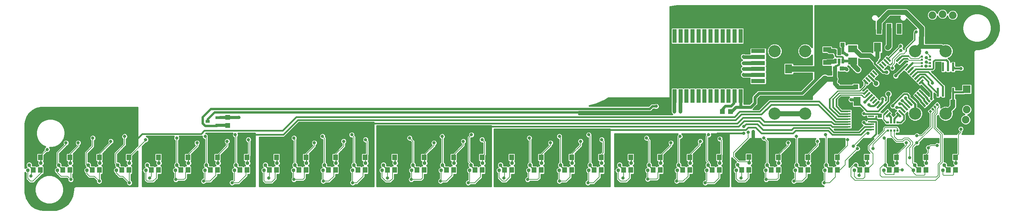
<source format=gtl>
G75*
G70*
%OFA0B0*%
%FSLAX24Y24*%
%IPPOS*%
%LPD*%
%AMOC8*
5,1,8,0,0,1.08239X$1,22.5*
%
%ADD10R,0.0197X0.0866*%
%ADD11R,0.0512X0.0472*%
%ADD12R,0.0700X0.0900*%
%ADD13C,0.1200*%
%ADD14R,0.0236X0.0220*%
%ADD15R,0.0220X0.0236*%
%ADD16R,0.0472X0.0512*%
%ADD17R,0.0394X0.0315*%
%ADD18R,0.0472X0.0551*%
%ADD19C,0.0370*%
%ADD20C,0.0560*%
%ADD21R,0.0472X0.0984*%
%ADD22R,0.0250X0.0500*%
%ADD23R,0.0591X0.0197*%
%ADD24R,0.0197X0.0591*%
%ADD25R,0.0900X0.0700*%
%ADD26R,0.0787X0.0472*%
%ADD27R,0.0433X0.0394*%
%ADD28R,0.0630X0.0157*%
%ADD29R,0.0394X0.1378*%
%ADD30R,0.1378X0.0394*%
%ADD31R,0.0740X0.0740*%
%ADD32C,0.0740*%
%ADD33R,0.0394X0.0433*%
%ADD34C,0.0240*%
%ADD35C,0.0080*%
%ADD36C,0.0250*%
%ADD37C,0.0200*%
%ADD38C,0.0400*%
%ADD39C,0.0160*%
%ADD40C,0.0360*%
%ADD41C,0.0475*%
%ADD42C,0.0500*%
%ADD43C,0.0450*%
%ADD44C,0.0700*%
%ADD45C,0.0320*%
%ADD46C,0.0320*%
%ADD47C,0.0300*%
%ADD48C,0.0460*%
%ADD49C,0.0100*%
%ADD50C,0.0330*%
%ADD51C,0.0360*%
%ADD52C,0.0350*%
%ADD53C,0.0560*%
%ADD54C,0.0400*%
%ADD55C,0.0120*%
%ADD56C,0.0396*%
%ADD57C,0.0260*%
%ADD58C,0.0531*%
%ADD59C,0.0140*%
D10*
X090335Y013839D03*
X090831Y013839D03*
X091331Y013839D03*
X091831Y013839D03*
X091835Y016323D03*
X091335Y016323D03*
X090835Y016323D03*
X090335Y016323D03*
D11*
X082265Y015161D03*
X082265Y014361D03*
X020565Y011381D03*
X020565Y010581D03*
D12*
X074465Y016141D03*
X075665Y016141D03*
X083205Y018261D03*
X084405Y018261D03*
X082385Y012941D03*
X081185Y012941D03*
D13*
X077285Y011741D03*
X074285Y011741D03*
X088085Y011741D03*
X091085Y011741D03*
X091085Y017881D03*
X088085Y017881D03*
X077285Y017881D03*
X074285Y017881D03*
D14*
X088770Y017344D03*
X089560Y017344D03*
X089560Y017029D03*
X089560Y016714D03*
X089560Y016399D03*
X088770Y016399D03*
X088770Y016714D03*
X088770Y017029D03*
G36*
X089695Y013355D02*
X089861Y013189D01*
X089705Y013033D01*
X089539Y013199D01*
X089695Y013355D01*
G37*
G36*
X089472Y013133D02*
X089638Y012967D01*
X089482Y012811D01*
X089316Y012977D01*
X089472Y013133D01*
G37*
G36*
X089250Y012910D02*
X089416Y012744D01*
X089260Y012588D01*
X089094Y012754D01*
X089250Y012910D01*
G37*
G36*
X089027Y012687D02*
X089193Y012521D01*
X089037Y012365D01*
X088871Y012531D01*
X089027Y012687D01*
G37*
G36*
X090031Y012574D02*
X090197Y012408D01*
X090041Y012252D01*
X089875Y012418D01*
X090031Y012574D01*
G37*
G36*
X090254Y012797D02*
X090420Y012631D01*
X090264Y012475D01*
X090098Y012641D01*
X090254Y012797D01*
G37*
G36*
X089808Y012351D02*
X089974Y012185D01*
X089818Y012029D01*
X089652Y012195D01*
X089808Y012351D01*
G37*
G36*
X089585Y012129D02*
X089751Y011963D01*
X089595Y011807D01*
X089429Y011973D01*
X089585Y012129D01*
G37*
D15*
X086358Y010876D03*
X086043Y010876D03*
X085728Y010876D03*
X085413Y010876D03*
X085413Y010086D03*
X085728Y010086D03*
X086043Y010086D03*
X086358Y010086D03*
D16*
X090995Y012871D03*
X091795Y012871D03*
G36*
X083215Y016452D02*
X083548Y016785D01*
X083909Y016424D01*
X083576Y016091D01*
X083215Y016452D01*
G37*
G36*
X083781Y017018D02*
X084114Y017351D01*
X084475Y016990D01*
X084142Y016657D01*
X083781Y017018D01*
G37*
X069945Y011941D03*
X069145Y011941D03*
D17*
X019558Y011355D03*
X018574Y010981D03*
X019558Y010607D03*
D18*
X019540Y007451D03*
X018851Y007451D03*
X016640Y007451D03*
X015951Y007451D03*
X013740Y007451D03*
X013051Y007451D03*
X010840Y007451D03*
X010151Y007451D03*
X007940Y007451D03*
X007251Y007451D03*
X005040Y007451D03*
X004351Y007451D03*
X002140Y007451D03*
X001451Y007451D03*
X001451Y006191D03*
X002140Y006191D03*
X004351Y006191D03*
X005040Y006191D03*
X007251Y006191D03*
X007940Y006191D03*
X010151Y006191D03*
X010840Y006191D03*
X013051Y006191D03*
X013740Y006191D03*
X015951Y006191D03*
X016640Y006191D03*
X018851Y006191D03*
X019540Y006191D03*
X021751Y006191D03*
X022440Y006191D03*
X024651Y006191D03*
X025340Y006191D03*
X027551Y006191D03*
X028240Y006191D03*
X030451Y006191D03*
X031140Y006191D03*
X033351Y006191D03*
X034040Y006191D03*
X036251Y006191D03*
X036940Y006191D03*
X039151Y006191D03*
X039840Y006191D03*
X042051Y006191D03*
X042740Y006191D03*
X044851Y006191D03*
X045540Y006191D03*
X047751Y006191D03*
X048440Y006191D03*
X050651Y006191D03*
X051340Y006191D03*
X053651Y006191D03*
X054340Y006191D03*
X056551Y006191D03*
X057240Y006191D03*
X059451Y006191D03*
X060140Y006191D03*
X062351Y006191D03*
X063040Y006191D03*
X065251Y006191D03*
X065940Y006191D03*
X068151Y006191D03*
X068840Y006191D03*
X071051Y006201D03*
X071740Y006201D03*
X073951Y006191D03*
X074640Y006191D03*
X076851Y006191D03*
X077540Y006191D03*
X079751Y006191D03*
X080440Y006191D03*
X082651Y006191D03*
X083340Y006191D03*
X085551Y006191D03*
X086240Y006191D03*
X088451Y006191D03*
X089140Y006191D03*
X091351Y006191D03*
X092040Y006191D03*
X092040Y007451D03*
X091351Y007451D03*
X089140Y007451D03*
X088451Y007451D03*
X086240Y007451D03*
X085551Y007451D03*
X083340Y007451D03*
X082651Y007451D03*
X080440Y007451D03*
X079751Y007451D03*
X077540Y007451D03*
X076851Y007451D03*
X074640Y007451D03*
X073951Y007451D03*
X071740Y007461D03*
X071051Y007461D03*
X068840Y007451D03*
X068151Y007451D03*
X065940Y007451D03*
X065251Y007451D03*
X063040Y007451D03*
X062351Y007451D03*
X060140Y007451D03*
X059451Y007451D03*
X057240Y007451D03*
X056551Y007451D03*
X054340Y007451D03*
X053651Y007451D03*
X051340Y007451D03*
X050651Y007451D03*
X048440Y007451D03*
X047751Y007451D03*
X045540Y007451D03*
X044851Y007451D03*
X042740Y007451D03*
X042051Y007451D03*
X039840Y007451D03*
X039151Y007451D03*
X036940Y007451D03*
X036251Y007451D03*
X034040Y007451D03*
X033351Y007451D03*
X031140Y007451D03*
X030451Y007451D03*
X028240Y007451D03*
X027551Y007451D03*
X025340Y007451D03*
X024651Y007451D03*
X022440Y007451D03*
X021751Y007451D03*
D19*
X022499Y006880D03*
X021352Y006682D03*
X021219Y006160D03*
X018452Y006682D03*
X019599Y006880D03*
X018319Y006160D03*
X016699Y006880D03*
X015552Y006682D03*
X015419Y006160D03*
X013799Y006880D03*
X012652Y006682D03*
X010899Y006880D03*
X009752Y006682D03*
X009619Y006160D03*
X012519Y006160D03*
X007999Y006880D03*
X006852Y006682D03*
X006719Y006160D03*
X005099Y006880D03*
X003952Y006682D03*
X002199Y006880D03*
X001052Y006682D03*
X000919Y006160D03*
X003819Y006160D03*
X024119Y006160D03*
X024252Y006682D03*
X025399Y006880D03*
X027152Y006682D03*
X028299Y006880D03*
X030052Y006682D03*
X031199Y006880D03*
X032952Y006682D03*
X032819Y006160D03*
X029919Y006160D03*
X027019Y006160D03*
X034099Y006880D03*
X035852Y006682D03*
X036999Y006880D03*
X038752Y006682D03*
X039899Y006880D03*
X041652Y006682D03*
X042799Y006880D03*
X044452Y006682D03*
X045599Y006880D03*
X047352Y006682D03*
X048499Y006880D03*
X050252Y006682D03*
X051399Y006880D03*
X053252Y006682D03*
X054399Y006880D03*
X056152Y006682D03*
X057299Y006880D03*
X059052Y006682D03*
X060199Y006880D03*
X061952Y006682D03*
X063099Y006880D03*
X064852Y006682D03*
X064719Y006160D03*
X061819Y006160D03*
X058919Y006160D03*
X056019Y006160D03*
X053119Y006160D03*
X050119Y006160D03*
X047219Y006160D03*
X044319Y006160D03*
X041519Y006160D03*
X038619Y006160D03*
X035719Y006160D03*
X065999Y006880D03*
X067752Y006682D03*
X068899Y006880D03*
X070652Y006692D03*
X071799Y006890D03*
X073552Y006682D03*
X074699Y006880D03*
X076452Y006682D03*
X077599Y006880D03*
X079352Y006682D03*
X080499Y006880D03*
X082252Y006682D03*
X083399Y006880D03*
X085152Y006682D03*
X086299Y006880D03*
X088052Y006682D03*
X089199Y006880D03*
X090952Y006682D03*
X092099Y006880D03*
X090819Y006160D03*
X087919Y006160D03*
X085019Y006160D03*
X082119Y006160D03*
X079219Y006160D03*
X076319Y006160D03*
X073419Y006160D03*
X070519Y006170D03*
X067619Y006160D03*
D20*
X068505Y008081D03*
X065605Y008081D03*
X062705Y008081D03*
X059805Y008081D03*
X056905Y008081D03*
X054005Y008081D03*
X051005Y008081D03*
X048105Y008081D03*
X045205Y008081D03*
X042405Y008081D03*
X039505Y008081D03*
X036605Y008081D03*
X033705Y008081D03*
X030805Y008081D03*
X027905Y008081D03*
X025005Y008081D03*
X022105Y008081D03*
X019205Y008081D03*
X016305Y008081D03*
X013405Y008081D03*
X010505Y008081D03*
X007605Y008081D03*
X004705Y008081D03*
X001805Y008081D03*
X071405Y008091D03*
X074305Y008081D03*
X077205Y008081D03*
X080105Y008081D03*
X083005Y008081D03*
X085905Y008081D03*
X088805Y008081D03*
X091705Y008081D03*
D21*
X086509Y020078D03*
X085525Y020078D03*
X084541Y020078D03*
D22*
X080999Y017814D03*
X080625Y017814D03*
X080251Y017814D03*
X080251Y016908D03*
X080625Y016908D03*
X080999Y016908D03*
D23*
G36*
X086743Y017228D02*
X086327Y016812D01*
X086189Y016950D01*
X086605Y017366D01*
X086743Y017228D01*
G37*
G36*
X086966Y017006D02*
X086550Y016590D01*
X086412Y016728D01*
X086828Y017144D01*
X086966Y017006D01*
G37*
G36*
X087189Y016783D02*
X086773Y016367D01*
X086635Y016505D01*
X087051Y016921D01*
X087189Y016783D01*
G37*
G36*
X087411Y016560D02*
X086995Y016144D01*
X086857Y016282D01*
X087273Y016698D01*
X087411Y016560D01*
G37*
G36*
X087634Y016337D02*
X087218Y015921D01*
X087080Y016059D01*
X087496Y016475D01*
X087634Y016337D01*
G37*
G36*
X087857Y016115D02*
X087441Y015699D01*
X087303Y015837D01*
X087719Y016253D01*
X087857Y016115D01*
G37*
G36*
X088080Y015892D02*
X087664Y015476D01*
X087526Y015614D01*
X087942Y016030D01*
X088080Y015892D01*
G37*
G36*
X088302Y015669D02*
X087886Y015253D01*
X087748Y015391D01*
X088164Y015807D01*
X088302Y015669D01*
G37*
G36*
X088525Y015447D02*
X088109Y015031D01*
X087971Y015169D01*
X088387Y015585D01*
X088525Y015447D01*
G37*
G36*
X088748Y015224D02*
X088332Y014808D01*
X088194Y014946D01*
X088610Y015362D01*
X088748Y015224D01*
G37*
G36*
X088970Y015001D02*
X088554Y014585D01*
X088416Y014723D01*
X088832Y015139D01*
X088970Y015001D01*
G37*
G36*
X083514Y013999D02*
X083098Y013583D01*
X082960Y013721D01*
X083376Y014137D01*
X083514Y013999D01*
G37*
G36*
X083737Y013776D02*
X083321Y013360D01*
X083183Y013498D01*
X083599Y013914D01*
X083737Y013776D01*
G37*
G36*
X083959Y013554D02*
X083543Y013138D01*
X083405Y013276D01*
X083821Y013692D01*
X083959Y013554D01*
G37*
G36*
X084182Y013331D02*
X083766Y012915D01*
X083628Y013053D01*
X084044Y013469D01*
X084182Y013331D01*
G37*
G36*
X084405Y013108D02*
X083989Y012692D01*
X083851Y012830D01*
X084267Y013246D01*
X084405Y013108D01*
G37*
G36*
X084628Y012885D02*
X084212Y012469D01*
X084074Y012607D01*
X084490Y013023D01*
X084628Y012885D01*
G37*
G36*
X084850Y012663D02*
X084434Y012247D01*
X084296Y012385D01*
X084712Y012801D01*
X084850Y012663D01*
G37*
G36*
X085073Y012440D02*
X084657Y012024D01*
X084519Y012162D01*
X084935Y012578D01*
X085073Y012440D01*
G37*
G36*
X085296Y012217D02*
X084880Y011801D01*
X084742Y011939D01*
X085158Y012355D01*
X085296Y012217D01*
G37*
G36*
X085518Y011995D02*
X085102Y011579D01*
X084964Y011717D01*
X085380Y012133D01*
X085518Y011995D01*
G37*
G36*
X085741Y011772D02*
X085325Y011356D01*
X085187Y011494D01*
X085603Y011910D01*
X085741Y011772D01*
G37*
D24*
G36*
X086743Y011494D02*
X086605Y011356D01*
X086189Y011772D01*
X086327Y011910D01*
X086743Y011494D01*
G37*
G36*
X086966Y011717D02*
X086828Y011579D01*
X086412Y011995D01*
X086550Y012133D01*
X086966Y011717D01*
G37*
G36*
X087189Y011939D02*
X087051Y011801D01*
X086635Y012217D01*
X086773Y012355D01*
X087189Y011939D01*
G37*
G36*
X087411Y012162D02*
X087273Y012024D01*
X086857Y012440D01*
X086995Y012578D01*
X087411Y012162D01*
G37*
G36*
X087634Y012385D02*
X087496Y012247D01*
X087080Y012663D01*
X087218Y012801D01*
X087634Y012385D01*
G37*
G36*
X087857Y012607D02*
X087719Y012469D01*
X087303Y012885D01*
X087441Y013023D01*
X087857Y012607D01*
G37*
G36*
X088080Y012830D02*
X087942Y012692D01*
X087526Y013108D01*
X087664Y013246D01*
X088080Y012830D01*
G37*
G36*
X088302Y013053D02*
X088164Y012915D01*
X087748Y013331D01*
X087886Y013469D01*
X088302Y013053D01*
G37*
G36*
X088525Y013276D02*
X088387Y013138D01*
X087971Y013554D01*
X088109Y013692D01*
X088525Y013276D01*
G37*
G36*
X088748Y013498D02*
X088610Y013360D01*
X088194Y013776D01*
X088332Y013914D01*
X088748Y013498D01*
G37*
G36*
X088970Y013721D02*
X088832Y013583D01*
X088416Y013999D01*
X088554Y014137D01*
X088970Y013721D01*
G37*
G36*
X083737Y014946D02*
X083599Y014808D01*
X083183Y015224D01*
X083321Y015362D01*
X083737Y014946D01*
G37*
G36*
X083959Y015169D02*
X083821Y015031D01*
X083405Y015447D01*
X083543Y015585D01*
X083959Y015169D01*
G37*
G36*
X084182Y015391D02*
X084044Y015253D01*
X083628Y015669D01*
X083766Y015807D01*
X084182Y015391D01*
G37*
G36*
X084405Y015614D02*
X084267Y015476D01*
X083851Y015892D01*
X083989Y016030D01*
X084405Y015614D01*
G37*
G36*
X084628Y015837D02*
X084490Y015699D01*
X084074Y016115D01*
X084212Y016253D01*
X084628Y015837D01*
G37*
G36*
X084850Y016059D02*
X084712Y015921D01*
X084296Y016337D01*
X084434Y016475D01*
X084850Y016059D01*
G37*
G36*
X085073Y016282D02*
X084935Y016144D01*
X084519Y016560D01*
X084657Y016698D01*
X085073Y016282D01*
G37*
G36*
X085296Y016505D02*
X085158Y016367D01*
X084742Y016783D01*
X084880Y016921D01*
X085296Y016505D01*
G37*
G36*
X085518Y016728D02*
X085380Y016590D01*
X084964Y017006D01*
X085102Y017144D01*
X085518Y016728D01*
G37*
G36*
X085741Y016950D02*
X085603Y016812D01*
X085187Y017228D01*
X085325Y017366D01*
X085741Y016950D01*
G37*
G36*
X083514Y014723D02*
X083376Y014585D01*
X082960Y015001D01*
X083098Y015139D01*
X083514Y014723D01*
G37*
D25*
X081945Y016921D03*
X081945Y018121D03*
D26*
X079445Y018031D03*
X079445Y016771D03*
D27*
X080211Y016161D03*
X080880Y016161D03*
X080960Y018521D03*
X080291Y018521D03*
D28*
X081444Y011976D03*
X081444Y011721D03*
X081444Y011465D03*
X081444Y011209D03*
X081444Y010953D03*
X081444Y010697D03*
X081444Y010441D03*
X081444Y010185D03*
X083767Y010185D03*
X083767Y010441D03*
X083767Y010697D03*
X083767Y010953D03*
X083767Y011209D03*
X083767Y011465D03*
X083767Y011721D03*
X083767Y011976D03*
D29*
X071536Y013468D03*
X070946Y013468D03*
X070355Y013468D03*
X069764Y013468D03*
X069174Y013468D03*
X068583Y013468D03*
X067993Y013468D03*
X067402Y013468D03*
X066812Y013468D03*
X066221Y013468D03*
X065631Y013468D03*
X065040Y013468D03*
X064449Y013468D03*
X064449Y019373D03*
X065040Y019373D03*
X065631Y019373D03*
X066221Y019373D03*
X066812Y019373D03*
X067402Y019373D03*
X067993Y019373D03*
X068583Y019373D03*
X069174Y019373D03*
X069764Y019373D03*
X070355Y019373D03*
X070946Y019373D03*
X071536Y019373D03*
D30*
X072662Y018487D03*
X072662Y017897D03*
X072662Y017306D03*
X072662Y016716D03*
X072662Y016125D03*
X072662Y015535D03*
X072662Y014944D03*
X072662Y014354D03*
D31*
X093155Y014141D03*
X088785Y021521D03*
D32*
X089785Y021421D03*
X090785Y021521D03*
X091785Y021421D03*
X093055Y013141D03*
X093155Y012141D03*
X093055Y011141D03*
D33*
X084625Y010856D03*
X084625Y011526D03*
D34*
X088085Y011741D02*
X088085Y012687D01*
X087803Y012969D01*
X080114Y016771D02*
X079445Y016771D01*
X063785Y013021D02*
X062625Y011861D01*
X019253Y011861D01*
X018585Y011193D01*
X018585Y010981D01*
X018345Y010541D02*
X018105Y010781D01*
X018105Y011421D01*
X018905Y012221D01*
X062025Y012221D01*
X062265Y012461D01*
X062665Y012461D01*
X019558Y010607D02*
X019492Y010541D01*
X018345Y010541D01*
D35*
X020551Y010607D02*
X020565Y010581D01*
X019784Y011381D02*
X019558Y011355D01*
X021305Y009661D02*
X021352Y009614D01*
X021352Y006682D01*
X022499Y006880D02*
X022499Y007392D01*
X022440Y007451D01*
X022455Y007451D01*
X022665Y007661D01*
X022665Y009101D01*
X022585Y009181D01*
X020505Y009021D02*
X020505Y008541D01*
X019599Y007635D01*
X019599Y007392D01*
X018452Y006682D02*
X018452Y009394D01*
X018345Y009501D01*
X017545Y008861D02*
X017545Y008541D01*
X016699Y007695D01*
X016699Y007392D01*
X015552Y006682D02*
X015552Y009334D01*
X015545Y009341D01*
X012505Y009181D02*
X012505Y009116D01*
X010840Y007451D01*
X010425Y008701D02*
X009545Y007821D01*
X009545Y006889D01*
X009752Y006682D01*
X010840Y006286D02*
X010865Y006261D01*
X010840Y006236D01*
X010840Y006191D01*
X010905Y006221D02*
X010905Y004941D01*
X010265Y005581D01*
X009945Y005581D01*
X009619Y005907D01*
X009619Y006160D01*
X010865Y006261D02*
X010905Y006221D01*
X012519Y006160D02*
X012519Y005247D01*
X012665Y005101D01*
X013225Y005101D01*
X013545Y005421D01*
X013545Y005997D01*
X013740Y006191D01*
X013051Y006191D02*
X013051Y005567D01*
X012905Y005421D01*
X015419Y005307D02*
X015465Y005261D01*
X016265Y005261D01*
X016425Y005421D01*
X016425Y005977D01*
X016640Y006191D01*
X015419Y006160D02*
X015419Y005307D01*
X018185Y005101D02*
X018825Y005101D01*
X019385Y005661D01*
X019385Y006037D01*
X019540Y006191D01*
X018319Y006160D02*
X018319Y005235D01*
X018185Y005101D01*
X020985Y004941D02*
X021625Y004941D01*
X022345Y005661D01*
X022345Y006097D01*
X022440Y006191D01*
X024119Y006160D02*
X024119Y005167D01*
X024265Y005021D01*
X024905Y005021D01*
X025225Y005341D01*
X025225Y006077D01*
X025340Y006191D01*
X024651Y006191D02*
X024651Y005487D01*
X024585Y005421D01*
X027019Y005307D02*
X027065Y005261D01*
X027945Y005261D01*
X028105Y005421D01*
X028105Y006057D01*
X028240Y006191D01*
X027019Y006160D02*
X027019Y005307D01*
X029919Y005127D02*
X029919Y006160D01*
X030985Y006037D02*
X030985Y005581D01*
X030505Y005101D01*
X029945Y005101D01*
X029919Y005127D01*
X032819Y004947D02*
X032819Y006160D01*
X033865Y006017D02*
X033865Y005581D01*
X033225Y004941D01*
X032825Y004941D01*
X032819Y004947D01*
X035719Y005487D02*
X036105Y005101D01*
X036505Y005101D01*
X036745Y005341D01*
X036745Y005997D01*
X036940Y006191D01*
X036251Y006191D02*
X036251Y005435D01*
X036265Y005421D01*
X035719Y005487D02*
X035719Y006160D01*
X034040Y006191D02*
X033865Y006017D01*
X032952Y006682D02*
X032952Y009454D01*
X032745Y009661D01*
X034105Y009181D02*
X034265Y009021D01*
X034265Y007741D01*
X034040Y007516D01*
X034040Y007451D01*
X034099Y007392D01*
X034099Y006880D01*
X031199Y007392D02*
X031199Y007795D01*
X031945Y008541D01*
X031945Y009021D01*
X030052Y009314D02*
X029865Y009501D01*
X030052Y009314D02*
X030052Y006682D01*
X030985Y006037D02*
X031140Y006191D01*
X027152Y006682D02*
X027152Y009254D01*
X027065Y009341D01*
X029065Y008861D02*
X029065Y008541D01*
X028299Y007775D01*
X028299Y007392D01*
X021219Y006160D02*
X021219Y005175D01*
X020985Y004941D01*
X009065Y008861D02*
X007999Y007795D01*
X007999Y007392D01*
X007305Y008541D02*
X006665Y007901D01*
X006665Y006777D01*
X006852Y006590D01*
X007940Y006306D02*
X007945Y006301D01*
X007945Y006197D01*
X007940Y006191D01*
X007945Y006197D02*
X007945Y005101D01*
X007465Y005581D01*
X006985Y005581D01*
X006719Y005847D01*
X006719Y006160D01*
X005145Y006141D02*
X005145Y005261D01*
X004825Y005581D01*
X004185Y005581D01*
X003819Y005947D01*
X003819Y006160D01*
X005040Y006191D02*
X005065Y006217D01*
X005065Y006221D01*
X005040Y006246D01*
X005065Y006221D02*
X005145Y006141D01*
X003952Y006682D02*
X003865Y006769D01*
X003865Y007901D01*
X004665Y008701D01*
X004665Y008861D01*
X005099Y007775D02*
X005865Y008541D01*
X005865Y008861D01*
X007305Y008541D02*
X007305Y009341D01*
X009065Y009021D02*
X009065Y008861D01*
X010425Y008701D02*
X010425Y009501D01*
X005099Y007775D02*
X005099Y007392D01*
X002825Y008221D02*
X002199Y007595D01*
X002199Y007392D01*
X001323Y006319D02*
X001305Y005697D01*
X001225Y005621D01*
X000919Y005367D02*
X000919Y006160D01*
X001425Y005101D02*
X002265Y005941D01*
X002265Y006066D01*
X002140Y006191D01*
X001185Y005101D02*
X000919Y005367D01*
X001185Y005101D02*
X001425Y005101D01*
X038585Y005261D02*
X039545Y005261D01*
X039705Y005421D01*
X039705Y006057D01*
X039840Y006191D01*
X038619Y006160D02*
X038619Y005295D01*
X038585Y005261D01*
X041465Y005101D02*
X042025Y005101D01*
X042585Y005661D01*
X042585Y006037D01*
X042740Y006191D01*
X041519Y006160D02*
X041519Y005155D01*
X041465Y005101D01*
X044185Y004941D02*
X044825Y004941D01*
X045385Y005501D01*
X045385Y006037D01*
X045540Y006191D01*
X044319Y006160D02*
X044319Y005075D01*
X044185Y004941D01*
X047219Y005427D02*
X047545Y005101D01*
X047865Y005101D01*
X048265Y005501D01*
X048265Y006017D01*
X048440Y006191D01*
X047751Y006191D02*
X047751Y005467D01*
X047705Y005421D01*
X047219Y005427D02*
X047219Y006160D01*
X045599Y006880D02*
X045599Y007392D01*
X045540Y007451D01*
X045540Y007496D01*
X045785Y007741D01*
X045785Y008941D01*
X045545Y009181D01*
X044505Y009661D02*
X044265Y009421D01*
X044265Y007021D01*
X044452Y006834D01*
X044452Y006682D01*
X041652Y006682D02*
X041652Y009474D01*
X041625Y009501D01*
X043705Y009021D02*
X043705Y008621D01*
X042799Y007715D01*
X042799Y007392D01*
X040825Y008621D02*
X039899Y007695D01*
X039899Y007392D01*
X038752Y006682D02*
X038752Y009014D01*
X038425Y009341D01*
X040825Y008861D02*
X040825Y008621D01*
X050185Y009341D02*
X050252Y009274D01*
X050252Y006682D01*
X050119Y006160D02*
X050119Y005355D01*
X050025Y005261D01*
X050985Y005261D01*
X051145Y005421D01*
X051145Y005997D01*
X051340Y006191D01*
X053119Y006160D02*
X053119Y005127D01*
X053145Y005101D01*
X053785Y005101D01*
X054185Y005501D01*
X054185Y006037D01*
X054340Y006191D01*
X056019Y006160D02*
X056019Y005015D01*
X055945Y004941D01*
X056505Y004941D01*
X057065Y005501D01*
X057065Y006017D01*
X057240Y006191D01*
X056152Y006682D02*
X056152Y009534D01*
X056025Y009661D01*
X057305Y009181D02*
X057465Y009021D01*
X057465Y007901D01*
X057240Y007676D01*
X057240Y007451D01*
X057240Y006939D01*
X057299Y006880D01*
X054399Y007392D02*
X054399Y007795D01*
X055225Y008621D01*
X055225Y009021D01*
X053252Y009394D02*
X053145Y009501D01*
X053252Y009394D02*
X053252Y006682D01*
X051399Y007392D02*
X051399Y007755D01*
X052265Y008621D01*
X052265Y008861D01*
X061705Y009341D02*
X061952Y009094D01*
X061952Y006682D01*
X061819Y006160D02*
X061819Y005295D01*
X062699Y005295D01*
X062825Y005421D01*
X062825Y005977D01*
X063040Y006191D01*
X064719Y006160D02*
X064719Y005155D01*
X064665Y005101D01*
X065305Y005101D01*
X065785Y005581D01*
X065785Y006037D01*
X065940Y006191D01*
X064852Y006682D02*
X064852Y009394D01*
X064985Y009501D01*
X066905Y008941D02*
X066905Y008621D01*
X065999Y007715D01*
X065999Y007392D01*
X067625Y007101D02*
X067752Y006974D01*
X067752Y006682D01*
X067625Y007101D02*
X067625Y009501D01*
X067785Y009661D01*
X068905Y009261D02*
X069065Y009101D01*
X069065Y007741D01*
X068840Y007516D01*
X068840Y007451D01*
X070265Y007501D02*
X070745Y007021D01*
X071668Y007021D01*
X071799Y006890D01*
X073552Y006682D02*
X073552Y009014D01*
X073225Y009341D01*
X071705Y009341D02*
X070265Y007901D01*
X070265Y007501D01*
X074699Y007392D02*
X074699Y007695D01*
X075625Y008621D01*
X075625Y008861D01*
X077599Y007715D02*
X078505Y008621D01*
X078505Y009021D01*
X076452Y009474D02*
X076452Y006682D01*
X076319Y006160D02*
X076319Y005235D01*
X076185Y005101D01*
X076985Y005101D01*
X077385Y005501D01*
X077385Y006037D01*
X077540Y006191D01*
X079219Y006160D02*
X079219Y005015D01*
X079145Y004941D01*
X079705Y004941D01*
X080265Y005501D01*
X080265Y006017D01*
X080440Y006191D01*
X080715Y006191D01*
X081225Y006701D01*
X081225Y007101D01*
X082425Y008301D01*
X082025Y008541D02*
X083305Y009821D01*
X083465Y009821D01*
X083545Y008541D02*
X085065Y010061D01*
X085065Y010301D01*
X085145Y010381D01*
X086265Y010381D01*
X086358Y010289D01*
X086358Y010086D01*
X086043Y010086D02*
X086043Y009484D01*
X086345Y009181D01*
X086825Y009181D01*
X086985Y009341D01*
X087465Y009341D01*
X087865Y008941D01*
X087865Y008701D01*
X087545Y008381D01*
X087545Y007421D01*
X086299Y007392D02*
X086299Y007695D01*
X087225Y008621D01*
X087225Y008861D01*
X087065Y009181D02*
X086905Y009021D01*
X086265Y009021D01*
X085728Y009559D01*
X085728Y010086D01*
X085413Y010086D02*
X085330Y010086D01*
X085145Y009901D01*
X083945Y008699D01*
X083945Y008301D01*
X083545Y008221D02*
X083945Y007821D01*
X083945Y006797D01*
X083340Y006191D01*
X083145Y005997D01*
X083145Y005501D01*
X082985Y005341D01*
X082345Y005341D01*
X082119Y005567D01*
X082119Y006160D01*
X081785Y006381D02*
X082086Y006682D01*
X082252Y006682D01*
X081785Y006381D02*
X081785Y005581D01*
X082185Y005181D01*
X090105Y005181D01*
X090505Y005581D01*
X090505Y006701D01*
X090745Y006941D01*
X090745Y009741D01*
X090105Y010381D01*
X090105Y011581D01*
X090265Y011741D01*
X090265Y012221D01*
X090425Y012381D01*
X090425Y012469D01*
X090259Y012636D01*
X090036Y012413D02*
X090105Y012344D01*
X090105Y011821D01*
X089945Y011661D01*
X089945Y010301D01*
X090585Y009661D01*
X090585Y007021D01*
X090345Y006781D01*
X090345Y005661D01*
X090185Y005501D01*
X084825Y005501D01*
X084665Y005661D01*
X084665Y006381D01*
X084966Y006682D01*
X085152Y006682D01*
X085152Y009254D01*
X085065Y009341D01*
X087065Y009181D02*
X087385Y009181D01*
X087625Y008941D01*
X087625Y008701D01*
X087225Y008301D01*
X087225Y006854D01*
X087919Y006160D01*
X087919Y005927D01*
X088185Y005661D01*
X088985Y005661D01*
X089065Y005741D01*
X089065Y006117D01*
X089140Y006191D01*
X088052Y006682D02*
X088044Y006682D01*
X087865Y006861D01*
X087865Y008461D01*
X088265Y008861D01*
X089785Y010381D01*
X089785Y011741D01*
X089945Y011901D01*
X089945Y012058D01*
X089813Y012190D01*
X089590Y011968D02*
X089625Y011933D01*
X089625Y010461D01*
X088745Y009581D01*
X088265Y009581D01*
X089385Y008381D02*
X089625Y008621D01*
X090265Y008621D01*
X089385Y008381D02*
X089385Y007901D01*
X089199Y007715D01*
X092040Y007451D02*
X092365Y007776D01*
X092365Y009681D01*
X092585Y009901D01*
X092585Y010221D01*
X083772Y011981D02*
X083767Y011976D01*
X084568Y012524D02*
X084573Y012524D01*
X088014Y013192D02*
X088025Y013192D01*
X091305Y013813D02*
X091331Y013839D01*
X083682Y015284D02*
X083682Y015308D01*
X082285Y015161D02*
X082265Y015161D01*
X080251Y016166D02*
X080211Y016161D01*
X080114Y016771D02*
X080251Y016908D01*
X080625Y016908D02*
X080625Y016868D01*
X080985Y016922D02*
X080999Y016908D01*
X081012Y016921D01*
X085865Y017101D02*
X085865Y016741D01*
X086065Y016661D02*
X086065Y017021D01*
X086665Y017621D01*
X086985Y017621D01*
X087225Y017861D01*
X086705Y017941D02*
X085865Y017101D01*
X086065Y016661D02*
X085865Y016461D01*
X085865Y016221D01*
X086449Y016245D02*
X086489Y016237D01*
X086505Y016237D01*
X087843Y016239D02*
X087985Y016381D01*
X088745Y016381D01*
X088770Y016399D01*
X088770Y016714D02*
X087872Y016714D01*
X087545Y016981D02*
X087478Y016989D01*
X087325Y017141D01*
X087545Y016981D02*
X088723Y016981D01*
X088770Y017029D01*
X088465Y017141D02*
X087705Y017141D01*
X087425Y017421D01*
X088465Y017141D02*
X088668Y017344D01*
X088770Y017344D01*
X089185Y017241D02*
X089398Y017029D01*
X089560Y017029D01*
X089560Y016714D02*
X089298Y016714D01*
X089185Y016821D01*
X089165Y016421D02*
X089163Y016399D01*
X089560Y016399D01*
X090335Y016323D02*
X090345Y016313D01*
X086912Y016628D02*
X086912Y016644D01*
X089225Y017741D02*
X089560Y017406D01*
X089560Y017344D01*
X083205Y018261D02*
X083205Y018361D01*
X082085Y018121D02*
X081945Y018121D01*
X080999Y018482D02*
X080960Y018521D01*
X080291Y018521D02*
X080291Y018566D01*
X072688Y018541D02*
X072662Y018487D01*
X072476Y018461D01*
X072662Y014354D02*
X072650Y014341D01*
X074465Y014394D02*
X074505Y014354D01*
X070946Y013468D02*
X070945Y013267D01*
X070345Y013298D02*
X070355Y013468D01*
X065040Y013468D02*
X065025Y013213D01*
X064425Y013163D02*
X064449Y013468D01*
X071705Y009901D02*
X071705Y009341D01*
X076425Y009501D02*
X076452Y009474D01*
X079305Y009661D02*
X079352Y009614D01*
X079352Y006682D01*
X080499Y007392D02*
X080499Y007655D01*
X081465Y008621D01*
X081465Y009181D01*
X083545Y008541D02*
X083545Y008221D01*
X077599Y007715D02*
X077599Y007392D01*
X074665Y006166D02*
X074665Y005421D01*
X074505Y005261D01*
X073465Y005261D01*
X073419Y005307D01*
X073419Y006160D01*
X071740Y006201D02*
X071705Y006167D01*
X071705Y005421D01*
X071385Y005101D01*
X070745Y005101D01*
X070519Y005327D01*
X070519Y006170D01*
X071051Y006201D02*
X071051Y005487D01*
X070985Y005421D01*
X068825Y005421D02*
X068345Y004941D01*
X067465Y004941D01*
X067619Y005095D01*
X067619Y006160D01*
X068825Y006177D02*
X068825Y005421D01*
X068825Y006177D02*
X068840Y006191D01*
X063099Y007392D02*
X063099Y007615D01*
X064105Y008621D01*
X064105Y008861D01*
X066905Y008941D02*
X066985Y009021D01*
X060140Y006191D02*
X060025Y006077D01*
X060025Y005421D01*
X059705Y005101D01*
X059145Y005101D01*
X058919Y005327D01*
X058919Y006160D01*
X059451Y006191D02*
X059451Y005487D01*
X059385Y005421D01*
X074640Y006191D02*
X074665Y006166D01*
X082585Y005661D02*
X082651Y005807D01*
X082651Y006191D01*
X085019Y006160D02*
X085019Y005947D01*
X085225Y005741D01*
X086025Y005741D01*
X086025Y005977D01*
X086240Y006191D01*
X086270Y006221D01*
X086825Y006221D01*
X090819Y006160D02*
X090819Y005747D01*
X090905Y005661D01*
X091785Y005661D01*
X091865Y005741D01*
X091865Y006017D01*
X092040Y006191D01*
X092040Y007451D02*
X092055Y007451D01*
D36*
X080251Y016166D02*
X080265Y016192D01*
X081312Y017501D02*
X081385Y017501D01*
X081312Y017501D02*
X080999Y017814D01*
X080999Y018482D01*
X080625Y018106D02*
X080625Y017814D01*
X080625Y018106D02*
X080265Y018466D01*
X080265Y018501D01*
X080291Y018521D01*
X079523Y017953D02*
X079445Y018031D01*
X079523Y017953D02*
X079662Y017814D01*
X080251Y017814D01*
D37*
X080625Y016868D02*
X080625Y016541D01*
X080265Y016381D01*
X080265Y016192D01*
X083562Y016438D02*
X083888Y016438D01*
X084351Y015976D01*
X084865Y015461D01*
X085665Y015461D01*
X086449Y016245D01*
X086505Y016237D02*
X086912Y016644D01*
X087134Y016421D02*
X086185Y015472D01*
X085305Y015821D02*
X084951Y015821D01*
X084573Y016198D01*
X084128Y016644D01*
X084128Y017004D01*
X087357Y016198D02*
X087872Y016714D01*
X087843Y016239D02*
X087580Y015976D01*
X090335Y016323D02*
X090335Y015591D01*
X091305Y014621D01*
X091585Y014901D01*
X093145Y014901D01*
X093145Y016461D01*
X092105Y017501D01*
X092105Y018201D01*
X088785Y021521D01*
X091145Y017021D02*
X091335Y016831D01*
X091335Y016323D01*
X091835Y016323D02*
X091977Y016181D01*
X092605Y016181D01*
X093145Y014901D02*
X093505Y014901D01*
X093785Y014621D01*
X093785Y013661D01*
X093265Y013141D01*
X093055Y013141D01*
X091831Y012907D02*
X091831Y013839D01*
X092853Y013839D01*
X093155Y014141D01*
X091331Y013839D02*
X091331Y014595D01*
X091305Y014621D01*
X090831Y014415D02*
X090831Y013839D01*
X091331Y013839D02*
X091331Y013207D01*
X090995Y012871D01*
X091795Y012871D02*
X091831Y012907D01*
X089700Y013194D02*
X089700Y013856D01*
X088693Y014862D01*
X088693Y013860D02*
X089305Y013248D01*
X089305Y013144D01*
X089477Y012972D01*
X089255Y012749D02*
X088985Y013018D01*
X088985Y013123D01*
X088471Y013637D01*
X088248Y013415D02*
X088665Y012997D01*
X088665Y012893D01*
X089032Y012526D01*
X086466Y011633D02*
X086043Y011209D01*
X086043Y010876D01*
X085728Y010876D02*
X085728Y011369D01*
X085464Y011633D01*
X085413Y010876D02*
X085290Y010876D01*
X084065Y012461D02*
X084351Y012746D01*
X084568Y012524D02*
X084905Y012861D01*
X084905Y013181D01*
X083682Y013415D02*
X083145Y012877D01*
X083145Y012861D01*
X083545Y012621D02*
X083705Y012461D01*
X084065Y012461D01*
X077625Y013261D02*
X072905Y013261D01*
X072825Y013181D01*
X082205Y014321D02*
X082265Y014361D01*
X083682Y015308D02*
X084265Y014725D01*
X084265Y014701D01*
X018585Y010981D02*
X018574Y010981D01*
D38*
X071536Y013468D02*
X071536Y013972D01*
X071905Y014341D01*
X072650Y014341D01*
X072662Y014354D02*
X074505Y014354D01*
X076558Y014354D01*
X076985Y014781D01*
X080211Y014676D02*
X080425Y014461D01*
X080565Y014321D01*
X082205Y014321D01*
X080211Y014676D02*
X080211Y015156D01*
X080211Y016161D01*
X078585Y016141D02*
X078585Y018701D01*
X079025Y019141D01*
X080265Y019141D01*
X080265Y018581D01*
X080291Y018566D01*
X080265Y019141D02*
X082325Y019141D01*
X083205Y018261D01*
X083205Y018361D02*
X083785Y018941D01*
X084405Y018261D02*
X084405Y017281D01*
X084128Y017004D01*
X088505Y018301D02*
X090665Y018301D01*
X091085Y017881D01*
X086165Y014961D02*
X085695Y014961D01*
X084675Y013941D01*
X082325Y012121D02*
X082325Y011841D01*
X082305Y011821D01*
X074465Y016141D02*
X074465Y016381D01*
X075425Y017341D01*
X075425Y018341D01*
X074865Y018901D01*
X073545Y018901D01*
X073131Y018487D01*
X072662Y018487D01*
X072476Y018461D02*
X071785Y018461D01*
X071536Y018710D01*
X071536Y019373D01*
D39*
X002026Y002325D02*
X001638Y002481D01*
X001296Y002719D01*
X001296Y002719D01*
X001014Y003028D01*
X000809Y003392D01*
X000690Y003792D01*
X000665Y003994D01*
X000665Y005926D01*
X000719Y005872D01*
X000719Y005284D01*
X000836Y005167D01*
X001102Y004901D01*
X001268Y004901D01*
X001508Y004901D01*
X001625Y005018D01*
X002363Y005756D01*
X002442Y005756D01*
X002536Y005849D01*
X002536Y006533D01*
X002442Y006627D01*
X002433Y006627D01*
X002491Y006685D01*
X002544Y006811D01*
X002544Y006949D01*
X002495Y007068D01*
X002536Y007109D01*
X002536Y007649D01*
X002783Y007896D01*
X002890Y007896D01*
X003009Y007946D01*
X003101Y008037D01*
X003150Y008156D01*
X003150Y008286D01*
X003106Y008391D01*
X003333Y008391D01*
X003697Y008489D01*
X004023Y008677D01*
X004289Y008943D01*
X004478Y009269D01*
X004575Y009633D01*
X004575Y010009D01*
X004478Y010373D01*
X004289Y010699D01*
X004023Y010965D01*
X003697Y011154D01*
X003333Y011251D01*
X002957Y011251D01*
X002593Y011154D01*
X002267Y010965D01*
X002001Y010699D01*
X001813Y010373D01*
X001715Y010009D01*
X001715Y009633D01*
X001813Y009269D01*
X002001Y008943D01*
X002267Y008677D01*
X002593Y008489D01*
X002625Y008480D01*
X002550Y008405D01*
X002500Y008286D01*
X002500Y008179D01*
X002208Y007887D01*
X001837Y007887D01*
X001744Y007793D01*
X001744Y007109D01*
X001837Y007015D01*
X001882Y007015D01*
X001854Y006949D01*
X001854Y006811D01*
X001906Y006685D01*
X001964Y006627D01*
X001837Y006627D01*
X001795Y006585D01*
X001753Y006627D01*
X001397Y006627D01*
X001397Y006751D01*
X001345Y006877D01*
X001248Y006974D01*
X001121Y007027D01*
X000983Y007027D01*
X000857Y006974D01*
X000760Y006877D01*
X000707Y006751D01*
X000707Y006613D01*
X000760Y006487D01*
X000774Y006473D01*
X000724Y006452D01*
X000665Y006393D01*
X000665Y010732D01*
X000688Y010948D01*
X000819Y011367D01*
X001054Y011738D01*
X001377Y012036D01*
X001766Y012240D01*
X002194Y012336D01*
X002406Y012341D01*
X002419Y012341D01*
X002469Y012339D01*
X002475Y012341D01*
X011705Y012341D01*
X011705Y008599D01*
X010993Y007887D01*
X010537Y007887D01*
X010444Y007793D01*
X010444Y007109D01*
X010537Y007015D01*
X010582Y007015D01*
X010554Y006949D01*
X010554Y006811D01*
X010606Y006685D01*
X010664Y006627D01*
X010537Y006627D01*
X010495Y006585D01*
X010453Y006627D01*
X010097Y006627D01*
X010097Y006751D01*
X010045Y006877D01*
X009948Y006974D01*
X009821Y007027D01*
X009745Y007027D01*
X009745Y007738D01*
X010508Y008501D01*
X010625Y008618D01*
X010625Y009241D01*
X010701Y009317D01*
X010750Y009436D01*
X010750Y009566D01*
X010701Y009685D01*
X010609Y009777D01*
X010490Y009826D01*
X010361Y009826D01*
X010241Y009777D01*
X010150Y009685D01*
X010100Y009566D01*
X010100Y009436D01*
X010150Y009317D01*
X010225Y009241D01*
X010225Y008784D01*
X009345Y007904D01*
X009345Y007738D01*
X009345Y006806D01*
X009407Y006744D01*
X009407Y006613D01*
X009460Y006487D01*
X009474Y006473D01*
X009424Y006452D01*
X009327Y006355D01*
X009274Y006228D01*
X009274Y006091D01*
X009327Y005964D01*
X009419Y005872D01*
X009419Y005824D01*
X009536Y005707D01*
X009862Y005381D01*
X010028Y005381D01*
X010182Y005381D01*
X010580Y004983D01*
X010580Y004876D01*
X010630Y004757D01*
X010721Y004666D01*
X010841Y004616D01*
X010970Y004616D01*
X011089Y004666D01*
X011181Y004757D01*
X011230Y004876D01*
X011230Y005006D01*
X011181Y005125D01*
X011105Y005201D01*
X011105Y005756D01*
X011142Y005756D01*
X011236Y005849D01*
X011236Y006533D01*
X011142Y006627D01*
X011133Y006627D01*
X011191Y006685D01*
X011244Y006811D01*
X011244Y006949D01*
X011195Y007068D01*
X011236Y007109D01*
X011236Y007564D01*
X011705Y008034D01*
X011705Y004598D01*
X005706Y004596D01*
X005702Y004598D01*
X005651Y004596D01*
X005599Y004596D01*
X005595Y004594D01*
X005591Y004594D01*
X005545Y004573D01*
X005496Y004553D01*
X005493Y004550D01*
X005489Y004548D01*
X005455Y004512D01*
X005418Y004475D01*
X005416Y004470D01*
X005413Y004467D01*
X005395Y004420D01*
X005375Y004372D01*
X005375Y004367D01*
X005374Y004363D01*
X005375Y004312D01*
X005375Y004300D01*
X005370Y004085D01*
X005285Y003649D01*
X005105Y003243D01*
X004840Y002887D01*
X004501Y002599D01*
X004107Y002393D01*
X003678Y002280D01*
X003458Y002261D01*
X002711Y002261D01*
X002702Y002264D01*
X002656Y002261D01*
X002609Y002261D01*
X002607Y002260D01*
X002438Y002259D01*
X002026Y002325D01*
X002135Y002307D02*
X003779Y002307D01*
X004246Y002466D02*
X001676Y002466D01*
X001432Y002624D02*
X004531Y002624D01*
X004718Y002783D02*
X001238Y002783D01*
X001094Y002941D02*
X002451Y002941D01*
X002473Y002929D02*
X002837Y002831D01*
X003213Y002831D01*
X003577Y002929D01*
X003903Y003117D01*
X004169Y003383D01*
X004358Y003709D01*
X004455Y004073D01*
X004455Y004449D01*
X004358Y004813D01*
X004169Y005139D01*
X003903Y005405D01*
X003577Y005594D01*
X003213Y005691D01*
X002837Y005691D01*
X002473Y005594D01*
X002147Y005405D01*
X001881Y005139D01*
X001693Y004813D01*
X001595Y004449D01*
X001595Y004073D01*
X001693Y003709D01*
X001881Y003383D01*
X002147Y003117D01*
X002473Y002929D01*
X002177Y003100D02*
X000974Y003100D01*
X000885Y003258D02*
X002006Y003258D01*
X001861Y003417D02*
X000802Y003417D01*
X000754Y003575D02*
X001770Y003575D01*
X001686Y003734D02*
X000707Y003734D01*
X000678Y003892D02*
X001644Y003892D01*
X001601Y004051D02*
X000665Y004051D01*
X000665Y004210D02*
X001595Y004210D01*
X001595Y004368D02*
X000665Y004368D01*
X000665Y004527D02*
X001616Y004527D01*
X001658Y004685D02*
X000665Y004685D01*
X000665Y004844D02*
X001710Y004844D01*
X001802Y005002D02*
X001609Y005002D01*
X001768Y005161D02*
X001903Y005161D01*
X001926Y005319D02*
X002061Y005319D01*
X002085Y005478D02*
X002273Y005478D01*
X002243Y005636D02*
X002633Y005636D01*
X002482Y005795D02*
X003688Y005795D01*
X003736Y005747D02*
X003619Y005864D01*
X003619Y005872D01*
X003527Y005964D01*
X003474Y006091D01*
X003474Y006228D01*
X003527Y006355D01*
X003624Y006452D01*
X003674Y006473D01*
X003660Y006487D01*
X003607Y006613D01*
X003607Y006751D01*
X003660Y006877D01*
X003665Y006883D01*
X003665Y007818D01*
X003665Y007984D01*
X004381Y008699D01*
X004340Y008796D01*
X004340Y008926D01*
X004390Y009045D01*
X004481Y009137D01*
X004601Y009186D01*
X004730Y009186D01*
X004849Y009137D01*
X004941Y009045D01*
X004990Y008926D01*
X004990Y008796D01*
X004941Y008677D01*
X004849Y008586D01*
X004821Y008574D01*
X004748Y008501D01*
X004065Y007818D01*
X004065Y007009D01*
X004148Y006974D01*
X004245Y006877D01*
X004297Y006751D01*
X004297Y006627D01*
X004653Y006627D01*
X004695Y006585D01*
X004737Y006627D01*
X004864Y006627D01*
X004806Y006685D01*
X004754Y006811D01*
X004754Y006949D01*
X004782Y007015D01*
X004737Y007015D01*
X004644Y007109D01*
X004644Y007793D01*
X004737Y007887D01*
X004928Y007887D01*
X005654Y008613D01*
X005590Y008677D01*
X005540Y008796D01*
X005540Y008926D01*
X005590Y009045D01*
X005681Y009137D01*
X005801Y009186D01*
X005930Y009186D01*
X006049Y009137D01*
X006141Y009045D01*
X006190Y008926D01*
X006190Y008796D01*
X006141Y008677D01*
X006065Y008601D01*
X006065Y008458D01*
X005418Y007811D01*
X005436Y007793D01*
X005436Y007109D01*
X005395Y007068D01*
X005444Y006949D01*
X005444Y006811D01*
X005391Y006685D01*
X005333Y006627D01*
X005342Y006627D01*
X005436Y006533D01*
X005436Y005849D01*
X005345Y005758D01*
X005345Y005521D01*
X005421Y005445D01*
X005470Y005326D01*
X005470Y005196D01*
X005421Y005077D01*
X005329Y004986D01*
X005210Y004936D01*
X005081Y004936D01*
X004961Y004986D01*
X004870Y005077D01*
X004820Y005196D01*
X004820Y005303D01*
X004742Y005381D01*
X004268Y005381D01*
X004102Y005381D01*
X003736Y005747D01*
X003847Y005636D02*
X003417Y005636D01*
X003538Y005954D02*
X002536Y005954D01*
X002536Y006112D02*
X003474Y006112D01*
X003492Y006271D02*
X002536Y006271D01*
X002536Y006429D02*
X003601Y006429D01*
X003618Y006588D02*
X002481Y006588D01*
X002517Y006746D02*
X003607Y006746D01*
X003665Y006905D02*
X002544Y006905D01*
X002496Y007063D02*
X003665Y007063D01*
X003665Y007222D02*
X002536Y007222D01*
X002536Y007380D02*
X003665Y007380D01*
X003665Y007539D02*
X002536Y007539D01*
X002584Y007698D02*
X003665Y007698D01*
X003665Y007856D02*
X002743Y007856D01*
X003078Y008015D02*
X003696Y008015D01*
X003854Y008173D02*
X003150Y008173D01*
X003131Y008332D02*
X004013Y008332D01*
X004172Y008490D02*
X003700Y008490D01*
X003975Y008649D02*
X004330Y008649D01*
X004340Y008807D02*
X004154Y008807D01*
X004303Y008966D02*
X004357Y008966D01*
X004394Y009124D02*
X004469Y009124D01*
X004481Y009283D02*
X006980Y009283D01*
X006980Y009276D02*
X007030Y009157D01*
X007105Y009081D01*
X007105Y008624D01*
X006465Y007984D01*
X006465Y007818D01*
X006465Y006694D01*
X006507Y006652D01*
X006507Y006613D01*
X006560Y006487D01*
X006574Y006473D01*
X006524Y006452D01*
X006427Y006355D01*
X006374Y006228D01*
X006374Y006091D01*
X006427Y005964D01*
X006519Y005872D01*
X006519Y005764D01*
X006636Y005647D01*
X006902Y005381D01*
X007068Y005381D01*
X007382Y005381D01*
X007620Y005143D01*
X007620Y005036D01*
X007670Y004917D01*
X007761Y004826D01*
X007881Y004776D01*
X008010Y004776D01*
X008129Y004826D01*
X008221Y004917D01*
X008270Y005036D01*
X008270Y005166D01*
X008221Y005285D01*
X008145Y005361D01*
X008145Y005756D01*
X008242Y005756D01*
X008336Y005849D01*
X008336Y006533D01*
X008242Y006627D01*
X008233Y006627D01*
X008291Y006685D01*
X008344Y006811D01*
X008344Y006949D01*
X008295Y007068D01*
X008336Y007109D01*
X008336Y007793D01*
X008308Y007821D01*
X009148Y008661D01*
X009221Y008734D01*
X009249Y008746D01*
X009341Y008837D01*
X009390Y008956D01*
X009390Y009086D01*
X009341Y009205D01*
X009249Y009297D01*
X009130Y009346D01*
X009001Y009346D01*
X008881Y009297D01*
X008790Y009205D01*
X008740Y009086D01*
X008740Y008956D01*
X008780Y008859D01*
X007808Y007887D01*
X007637Y007887D01*
X007544Y007793D01*
X007544Y007109D01*
X007637Y007015D01*
X007682Y007015D01*
X007654Y006949D01*
X007654Y006811D01*
X007706Y006685D01*
X007764Y006627D01*
X007637Y006627D01*
X007595Y006585D01*
X007553Y006627D01*
X007197Y006627D01*
X007197Y006751D01*
X007145Y006877D01*
X007048Y006974D01*
X006921Y007027D01*
X006865Y007027D01*
X006865Y007818D01*
X007388Y008341D01*
X007505Y008458D01*
X007505Y009081D01*
X007581Y009157D01*
X007630Y009276D01*
X007630Y009406D01*
X007581Y009525D01*
X007489Y009617D01*
X007370Y009666D01*
X007241Y009666D01*
X007121Y009617D01*
X007030Y009525D01*
X006980Y009406D01*
X006980Y009276D01*
X006995Y009441D02*
X004524Y009441D01*
X004566Y009600D02*
X007105Y009600D01*
X007506Y009600D02*
X010114Y009600D01*
X010100Y009441D02*
X007615Y009441D01*
X007630Y009283D02*
X008867Y009283D01*
X008756Y009124D02*
X007548Y009124D01*
X007505Y008966D02*
X008740Y008966D01*
X008729Y008807D02*
X007505Y008807D01*
X007505Y008649D02*
X008570Y008649D01*
X008411Y008490D02*
X007505Y008490D01*
X007379Y008332D02*
X008253Y008332D01*
X008094Y008173D02*
X007220Y008173D01*
X007062Y008015D02*
X007936Y008015D01*
X007605Y008081D02*
X007251Y007727D01*
X007251Y007451D01*
X007544Y007380D02*
X006865Y007380D01*
X006865Y007222D02*
X007544Y007222D01*
X007589Y007063D02*
X006865Y007063D01*
X007117Y006905D02*
X007654Y006905D01*
X007681Y006746D02*
X007197Y006746D01*
X007592Y006588D02*
X007598Y006588D01*
X008281Y006588D02*
X009418Y006588D01*
X009405Y006746D02*
X008317Y006746D01*
X008344Y006905D02*
X009345Y006905D01*
X009345Y007063D02*
X008296Y007063D01*
X008336Y007222D02*
X009345Y007222D01*
X009345Y007380D02*
X008336Y007380D01*
X008336Y007539D02*
X009345Y007539D01*
X009345Y007698D02*
X008336Y007698D01*
X008343Y007856D02*
X009345Y007856D01*
X009456Y008015D02*
X008501Y008015D01*
X008660Y008173D02*
X009614Y008173D01*
X009773Y008332D02*
X008819Y008332D01*
X008977Y008490D02*
X009931Y008490D01*
X010090Y008649D02*
X009136Y008649D01*
X009311Y008807D02*
X010225Y008807D01*
X010225Y008966D02*
X009390Y008966D01*
X009374Y009124D02*
X010225Y009124D01*
X010184Y009283D02*
X009263Y009283D01*
X010625Y009124D02*
X011705Y009124D01*
X011705Y008966D02*
X010625Y008966D01*
X010625Y008807D02*
X011705Y008807D01*
X011705Y008649D02*
X010625Y008649D01*
X010497Y008490D02*
X011596Y008490D01*
X011438Y008332D02*
X010339Y008332D01*
X010180Y008173D02*
X011279Y008173D01*
X011121Y008015D02*
X010022Y008015D01*
X009863Y007856D02*
X010507Y007856D01*
X010444Y007698D02*
X009745Y007698D01*
X009745Y007539D02*
X010444Y007539D01*
X010444Y007380D02*
X009745Y007380D01*
X009745Y007222D02*
X010444Y007222D01*
X010489Y007063D02*
X009745Y007063D01*
X010017Y006905D02*
X010554Y006905D01*
X010581Y006746D02*
X010097Y006746D01*
X010492Y006588D02*
X010498Y006588D01*
X011181Y006588D02*
X011705Y006588D01*
X011705Y006746D02*
X011217Y006746D01*
X011244Y006905D02*
X011705Y006905D01*
X011705Y007063D02*
X011196Y007063D01*
X011236Y007222D02*
X011705Y007222D01*
X011705Y007380D02*
X011236Y007380D01*
X011236Y007539D02*
X011705Y007539D01*
X011705Y007698D02*
X011369Y007698D01*
X011528Y007856D02*
X011705Y007856D01*
X011705Y008015D02*
X011686Y008015D01*
X012185Y008015D02*
X015352Y008015D01*
X015352Y008173D02*
X012185Y008173D01*
X012185Y008332D02*
X015352Y008332D01*
X015352Y008490D02*
X012185Y008490D01*
X012185Y008514D02*
X012528Y008856D01*
X012570Y008856D01*
X012689Y008906D01*
X012781Y008997D01*
X012830Y009116D01*
X012830Y009246D01*
X012781Y009365D01*
X012689Y009457D01*
X012582Y009501D01*
X015260Y009501D01*
X015220Y009406D01*
X015220Y009276D01*
X015270Y009157D01*
X015352Y009075D01*
X015352Y006970D01*
X015260Y006877D01*
X015207Y006751D01*
X015207Y006613D01*
X015260Y006487D01*
X015274Y006473D01*
X015224Y006452D01*
X015127Y006355D01*
X015074Y006228D01*
X015074Y006091D01*
X015127Y005964D01*
X015219Y005872D01*
X015219Y005475D01*
X015190Y005445D01*
X015140Y005326D01*
X015140Y005196D01*
X015190Y005077D01*
X015281Y004986D01*
X015401Y004936D01*
X015530Y004936D01*
X015649Y004986D01*
X015725Y005061D01*
X016348Y005061D01*
X016465Y005178D01*
X016625Y005338D01*
X016625Y005504D01*
X016625Y005756D01*
X016942Y005756D01*
X017036Y005849D01*
X017036Y006533D01*
X016942Y006627D01*
X016933Y006627D01*
X016991Y006685D01*
X017044Y006811D01*
X017044Y006949D01*
X016995Y007068D01*
X017036Y007109D01*
X017036Y007749D01*
X017628Y008341D01*
X017745Y008458D01*
X017745Y008601D01*
X017821Y008677D01*
X017870Y008796D01*
X017870Y008926D01*
X017821Y009045D01*
X017729Y009137D01*
X017610Y009186D01*
X017481Y009186D01*
X017361Y009137D01*
X017270Y009045D01*
X017220Y008926D01*
X017220Y008796D01*
X017270Y008677D01*
X017334Y008613D01*
X016616Y007895D01*
X016608Y007887D01*
X016337Y007887D01*
X016244Y007793D01*
X016244Y007109D01*
X016337Y007015D01*
X016382Y007015D01*
X016354Y006949D01*
X016354Y006811D01*
X016406Y006685D01*
X016464Y006627D01*
X016337Y006627D01*
X016295Y006585D01*
X016253Y006627D01*
X015897Y006627D01*
X015897Y006751D01*
X015845Y006877D01*
X015752Y006970D01*
X015752Y009088D01*
X015821Y009157D01*
X015870Y009276D01*
X015870Y009406D01*
X015831Y009501D01*
X017993Y009501D01*
X018020Y009512D01*
X018020Y009436D01*
X018070Y009317D01*
X018161Y009226D01*
X018252Y009188D01*
X018252Y006970D01*
X018160Y006877D01*
X018107Y006751D01*
X018107Y006613D01*
X018160Y006487D01*
X018174Y006473D01*
X018124Y006452D01*
X018027Y006355D01*
X017974Y006228D01*
X017974Y006091D01*
X018027Y005964D01*
X018119Y005872D01*
X018119Y005426D01*
X018001Y005377D01*
X017910Y005285D01*
X017860Y005166D01*
X017860Y005036D01*
X017910Y004917D01*
X018001Y004826D01*
X018121Y004776D01*
X018250Y004776D01*
X018369Y004826D01*
X018445Y004901D01*
X018908Y004901D01*
X019025Y005018D01*
X019585Y005578D01*
X019585Y005744D01*
X019585Y005756D01*
X019842Y005756D01*
X019936Y005849D01*
X019936Y006533D01*
X019842Y006627D01*
X019833Y006627D01*
X019891Y006685D01*
X019944Y006811D01*
X019944Y006949D01*
X019895Y007068D01*
X019936Y007109D01*
X019936Y007689D01*
X020588Y008341D01*
X020705Y008458D01*
X020705Y008761D01*
X020781Y008837D01*
X020830Y008956D01*
X020830Y009086D01*
X020781Y009205D01*
X020689Y009297D01*
X020570Y009346D01*
X020441Y009346D01*
X020321Y009297D01*
X020230Y009205D01*
X020180Y009086D01*
X020180Y008956D01*
X020230Y008837D01*
X020305Y008761D01*
X020305Y008624D01*
X019568Y007887D01*
X019237Y007887D01*
X019144Y007793D01*
X019144Y007109D01*
X019237Y007015D01*
X019282Y007015D01*
X019254Y006949D01*
X019254Y006811D01*
X019306Y006685D01*
X019364Y006627D01*
X019237Y006627D01*
X019195Y006585D01*
X019153Y006627D01*
X018797Y006627D01*
X018797Y006751D01*
X018745Y006877D01*
X018652Y006970D01*
X018652Y009393D01*
X018670Y009436D01*
X018670Y009566D01*
X018621Y009685D01*
X018529Y009777D01*
X018422Y009821D01*
X021020Y009821D01*
X020980Y009726D01*
X020980Y009596D01*
X021030Y009477D01*
X021121Y009386D01*
X021152Y009373D01*
X021152Y006970D01*
X021060Y006877D01*
X021007Y006751D01*
X021007Y006613D01*
X021060Y006487D01*
X021074Y006473D01*
X021024Y006452D01*
X020927Y006355D01*
X020874Y006228D01*
X020874Y006091D01*
X020927Y005964D01*
X021019Y005872D01*
X021019Y005266D01*
X020921Y005266D01*
X020801Y005217D01*
X020710Y005125D01*
X020660Y005006D01*
X020660Y004876D01*
X020710Y004757D01*
X020801Y004666D01*
X020921Y004616D01*
X021050Y004616D01*
X021169Y004666D01*
X021245Y004741D01*
X021708Y004741D01*
X021825Y004858D01*
X022545Y005578D01*
X022545Y005744D01*
X022545Y005756D01*
X022742Y005756D01*
X022836Y005849D01*
X022836Y006533D01*
X022742Y006627D01*
X022733Y006627D01*
X022791Y006685D01*
X022844Y006811D01*
X022844Y006949D01*
X022795Y007068D01*
X022836Y007109D01*
X022836Y007549D01*
X022865Y007578D01*
X022865Y007744D01*
X022865Y009008D01*
X022910Y009116D01*
X022910Y009246D01*
X022861Y009365D01*
X022769Y009457D01*
X022650Y009506D01*
X022521Y009506D01*
X022401Y009457D01*
X022310Y009365D01*
X022260Y009246D01*
X022260Y009116D01*
X022310Y008997D01*
X022401Y008906D01*
X022465Y008879D01*
X022465Y007887D01*
X022137Y007887D01*
X022044Y007793D01*
X022044Y007109D01*
X022137Y007015D01*
X022182Y007015D01*
X022154Y006949D01*
X022154Y006811D01*
X022206Y006685D01*
X022264Y006627D01*
X022137Y006627D01*
X022095Y006585D01*
X022053Y006627D01*
X021697Y006627D01*
X021697Y006751D01*
X021645Y006877D01*
X021552Y006970D01*
X021552Y009448D01*
X021581Y009477D01*
X021630Y009596D01*
X021630Y009726D01*
X021591Y009821D01*
X023225Y009821D01*
X023225Y004601D01*
X012185Y004598D01*
X012185Y006065D01*
X012227Y005964D01*
X012319Y005872D01*
X012319Y005164D01*
X012436Y005047D01*
X012437Y005047D01*
X012582Y004901D01*
X012748Y004901D01*
X013142Y004901D01*
X013308Y004901D01*
X013745Y005338D01*
X013745Y005504D01*
X013745Y005756D01*
X014042Y005756D01*
X014136Y005849D01*
X014136Y006533D01*
X014042Y006627D01*
X014033Y006627D01*
X014091Y006685D01*
X014144Y006811D01*
X014144Y006949D01*
X014095Y007068D01*
X014136Y007109D01*
X014136Y007793D01*
X014042Y007887D01*
X013437Y007887D01*
X013344Y007793D01*
X013344Y007109D01*
X013437Y007015D01*
X013482Y007015D01*
X013454Y006949D01*
X013454Y006811D01*
X013506Y006685D01*
X013564Y006627D01*
X013437Y006627D01*
X013395Y006585D01*
X013353Y006627D01*
X012997Y006627D01*
X012997Y006751D01*
X012945Y006877D01*
X012848Y006974D01*
X012721Y007027D01*
X012583Y007027D01*
X012457Y006974D01*
X012360Y006877D01*
X012307Y006751D01*
X012307Y006613D01*
X012360Y006487D01*
X012374Y006473D01*
X012324Y006452D01*
X012227Y006355D01*
X012185Y006254D01*
X012185Y008514D01*
X012320Y008649D02*
X015352Y008649D01*
X015352Y008807D02*
X012479Y008807D01*
X012750Y008966D02*
X015352Y008966D01*
X015302Y009124D02*
X012830Y009124D01*
X012815Y009283D02*
X015220Y009283D01*
X015235Y009441D02*
X012704Y009441D01*
X012165Y009741D02*
X017945Y009741D01*
X018265Y010061D01*
X025945Y010061D01*
X027305Y011421D01*
X070345Y011421D01*
X070865Y011941D01*
X072825Y011941D01*
X073825Y012941D01*
X078665Y012941D01*
X080398Y011209D01*
X081444Y011209D01*
X081444Y011465D02*
X080542Y011465D01*
X079705Y012301D01*
X079705Y013181D01*
X080025Y013181D02*
X080025Y012381D01*
X080686Y011721D01*
X081444Y011721D01*
X081444Y011976D02*
X080830Y011976D01*
X080345Y012461D01*
X080345Y013181D01*
X080585Y013124D02*
X080832Y013371D01*
X081603Y013371D01*
X081514Y013282D01*
X081465Y013165D01*
X081465Y013037D01*
X081514Y012920D01*
X081604Y012830D01*
X081721Y012781D01*
X081849Y012781D01*
X081873Y012791D01*
X081875Y012791D01*
X081875Y012425D01*
X081969Y012331D01*
X082656Y012331D01*
X082948Y012039D01*
X082884Y012012D01*
X082794Y011922D01*
X082745Y011805D01*
X082745Y011677D01*
X082794Y011560D01*
X082884Y011470D01*
X083001Y011421D01*
X083129Y011421D01*
X083246Y011470D01*
X083257Y011481D01*
X083292Y011481D01*
X083292Y011320D01*
X083386Y011226D01*
X084148Y011226D01*
X084242Y011320D01*
X084242Y011481D01*
X084268Y011481D01*
X084268Y011243D01*
X084324Y011188D01*
X084311Y011193D01*
X084311Y011193D01*
X084311Y011193D01*
X084263Y011193D01*
X083719Y011193D01*
X083716Y011192D01*
X083386Y011192D01*
X083292Y011098D01*
X083292Y011086D01*
X083246Y011132D01*
X083129Y011181D01*
X083001Y011181D01*
X082884Y011132D01*
X082794Y011042D01*
X082745Y010925D01*
X082745Y010797D01*
X082794Y010680D01*
X082884Y010590D01*
X082920Y010575D01*
X082486Y010141D01*
X080205Y010141D01*
X080145Y010201D01*
X081492Y010201D01*
X081495Y010202D01*
X081826Y010202D01*
X081919Y010296D01*
X081919Y010586D01*
X081919Y010842D01*
X081919Y011098D01*
X081919Y011320D01*
X081919Y011610D01*
X081919Y011866D01*
X081919Y012121D01*
X081826Y012215D01*
X081495Y012215D01*
X081492Y012216D01*
X080929Y012216D01*
X080585Y012561D01*
X080585Y013124D01*
X080585Y013088D02*
X081465Y013088D01*
X081499Y013247D02*
X080708Y013247D01*
X080585Y012929D02*
X081510Y012929D01*
X081185Y012941D02*
X082305Y011821D01*
X082918Y011209D01*
X081894Y010185D01*
X081444Y010185D01*
X081444Y010441D02*
X079965Y010441D01*
X079785Y010621D01*
X073145Y010621D01*
X072745Y011021D01*
X071305Y011021D01*
X070745Y010461D01*
X046105Y010461D01*
X045145Y009501D01*
X045145Y008141D01*
X045205Y008081D01*
X044851Y007727D01*
X044851Y007451D01*
X045144Y007380D02*
X044465Y007380D01*
X044465Y007222D02*
X045144Y007222D01*
X045144Y007109D02*
X045237Y007015D01*
X045282Y007015D01*
X045254Y006949D01*
X045254Y006811D01*
X045306Y006685D01*
X045364Y006627D01*
X045237Y006627D01*
X045195Y006585D01*
X045153Y006627D01*
X044797Y006627D01*
X044797Y006751D01*
X044745Y006877D01*
X044648Y006974D01*
X044557Y007012D01*
X044535Y007034D01*
X044465Y007104D01*
X044465Y009336D01*
X044570Y009336D01*
X044689Y009386D01*
X044781Y009477D01*
X044830Y009596D01*
X044830Y009726D01*
X044781Y009845D01*
X044689Y009937D01*
X044570Y009986D01*
X044441Y009986D01*
X044321Y009937D01*
X044230Y009845D01*
X044180Y009726D01*
X044180Y009619D01*
X044065Y009504D01*
X044065Y007104D01*
X044065Y006938D01*
X044150Y006854D01*
X044107Y006751D01*
X044107Y006613D01*
X044160Y006487D01*
X044174Y006473D01*
X044124Y006452D01*
X044027Y006355D01*
X043974Y006228D01*
X043974Y006091D01*
X044027Y005964D01*
X044119Y005872D01*
X044119Y005266D01*
X044001Y005217D01*
X043910Y005125D01*
X043860Y005006D01*
X043860Y004876D01*
X043910Y004757D01*
X044001Y004666D01*
X044121Y004616D01*
X044250Y004616D01*
X044369Y004666D01*
X044445Y004741D01*
X044908Y004741D01*
X045025Y004858D01*
X045585Y005418D01*
X045585Y005584D01*
X045585Y005756D01*
X045842Y005756D01*
X045936Y005849D01*
X045936Y006533D01*
X045842Y006627D01*
X045833Y006627D01*
X045891Y006685D01*
X045944Y006811D01*
X045944Y006949D01*
X045895Y007068D01*
X045936Y007109D01*
X045936Y007609D01*
X045985Y007658D01*
X045985Y007824D01*
X045985Y009024D01*
X045870Y009139D01*
X045870Y009246D01*
X045821Y009365D01*
X045729Y009457D01*
X045610Y009506D01*
X045481Y009506D01*
X045361Y009457D01*
X045270Y009365D01*
X045220Y009246D01*
X045220Y009116D01*
X045270Y008997D01*
X045361Y008906D01*
X045481Y008856D01*
X045585Y008856D01*
X045585Y007887D01*
X045237Y007887D01*
X045144Y007793D01*
X045144Y007109D01*
X045189Y007063D02*
X044506Y007063D01*
X044717Y006905D02*
X045254Y006905D01*
X045281Y006746D02*
X044797Y006746D01*
X045192Y006588D02*
X045198Y006588D01*
X045881Y006588D02*
X046425Y006588D01*
X046425Y006746D02*
X045917Y006746D01*
X045944Y006905D02*
X046425Y006905D01*
X046425Y007063D02*
X045896Y007063D01*
X045936Y007222D02*
X046425Y007222D01*
X046425Y007380D02*
X045936Y007380D01*
X045936Y007539D02*
X046425Y007539D01*
X046425Y007698D02*
X045985Y007698D01*
X045985Y007856D02*
X046425Y007856D01*
X046425Y008015D02*
X045985Y008015D01*
X045985Y008173D02*
X046425Y008173D01*
X046425Y008332D02*
X045985Y008332D01*
X045985Y008490D02*
X046425Y008490D01*
X046425Y008649D02*
X045985Y008649D01*
X045985Y008807D02*
X046425Y008807D01*
X046425Y008966D02*
X045985Y008966D01*
X045885Y009124D02*
X046425Y009124D01*
X046425Y009283D02*
X045855Y009283D01*
X045744Y009441D02*
X046425Y009441D01*
X046425Y009600D02*
X044830Y009600D01*
X044817Y009759D02*
X046425Y009759D01*
X046425Y009917D02*
X044709Y009917D01*
X044302Y009917D02*
X035225Y009917D01*
X035225Y009759D02*
X041423Y009759D01*
X041441Y009777D02*
X041350Y009685D01*
X041300Y009566D01*
X041300Y009436D01*
X041350Y009317D01*
X041441Y009226D01*
X041452Y009221D01*
X041452Y006970D01*
X041360Y006877D01*
X041307Y006751D01*
X041307Y006613D01*
X041360Y006487D01*
X041374Y006473D01*
X041324Y006452D01*
X041227Y006355D01*
X041174Y006228D01*
X041174Y006091D01*
X041227Y005964D01*
X041319Y005872D01*
X041319Y005392D01*
X041281Y005377D01*
X041190Y005285D01*
X041140Y005166D01*
X041140Y005036D01*
X041190Y004917D01*
X041281Y004826D01*
X041401Y004776D01*
X041530Y004776D01*
X041649Y004826D01*
X041725Y004901D01*
X041942Y004901D01*
X042108Y004901D01*
X042785Y005578D01*
X042785Y005744D01*
X042785Y005756D01*
X043042Y005756D01*
X043136Y005849D01*
X043136Y006533D01*
X043042Y006627D01*
X043033Y006627D01*
X043091Y006685D01*
X043144Y006811D01*
X043144Y006949D01*
X043095Y007068D01*
X043136Y007109D01*
X043136Y007769D01*
X043905Y008538D01*
X043905Y008704D01*
X043905Y008761D01*
X043981Y008837D01*
X044030Y008956D01*
X044030Y009086D01*
X043981Y009205D01*
X043889Y009297D01*
X043770Y009346D01*
X043641Y009346D01*
X043521Y009297D01*
X043430Y009205D01*
X043380Y009086D01*
X043380Y008956D01*
X043430Y008837D01*
X043505Y008761D01*
X043505Y008704D01*
X042688Y007887D01*
X042437Y007887D01*
X042344Y007793D01*
X042344Y007109D01*
X042437Y007015D01*
X042482Y007015D01*
X042454Y006949D01*
X042454Y006811D01*
X042506Y006685D01*
X042564Y006627D01*
X042437Y006627D01*
X042395Y006585D01*
X042353Y006627D01*
X041997Y006627D01*
X041997Y006751D01*
X041945Y006877D01*
X041852Y006970D01*
X041852Y009268D01*
X041901Y009317D01*
X041950Y009436D01*
X041950Y009566D01*
X041901Y009685D01*
X041809Y009777D01*
X041690Y009826D01*
X041561Y009826D01*
X041441Y009777D01*
X041314Y009600D02*
X038626Y009600D01*
X038609Y009617D02*
X038701Y009525D01*
X038750Y009406D01*
X038750Y009299D01*
X038835Y009214D01*
X038952Y009097D01*
X038952Y006970D01*
X039045Y006877D01*
X039097Y006751D01*
X039097Y006627D01*
X039453Y006627D01*
X039495Y006585D01*
X039537Y006627D01*
X039664Y006627D01*
X039606Y006685D01*
X039554Y006811D01*
X039554Y006949D01*
X039582Y007015D01*
X039537Y007015D01*
X039444Y007109D01*
X039444Y007793D01*
X039537Y007887D01*
X039808Y007887D01*
X040574Y008653D01*
X040550Y008677D01*
X040500Y008796D01*
X040500Y008926D01*
X040550Y009045D01*
X040641Y009137D01*
X040761Y009186D01*
X040890Y009186D01*
X041009Y009137D01*
X041101Y009045D01*
X041150Y008926D01*
X041150Y008796D01*
X041101Y008677D01*
X041025Y008601D01*
X041025Y008538D01*
X040908Y008421D01*
X040908Y008421D01*
X040236Y007749D01*
X040236Y007109D01*
X040195Y007068D01*
X040244Y006949D01*
X040244Y006811D01*
X040191Y006685D01*
X040133Y006627D01*
X040142Y006627D01*
X040236Y006533D01*
X040236Y005849D01*
X040142Y005756D01*
X039905Y005756D01*
X039905Y005504D01*
X039905Y005338D01*
X039745Y005178D01*
X039628Y005061D01*
X038845Y005061D01*
X038769Y004986D01*
X038650Y004936D01*
X038521Y004936D01*
X038401Y004986D01*
X038310Y005077D01*
X038260Y005196D01*
X038260Y005326D01*
X038310Y005445D01*
X038401Y005537D01*
X038419Y005544D01*
X038419Y005872D01*
X038327Y005964D01*
X038274Y006091D01*
X038274Y006228D01*
X038327Y006355D01*
X038424Y006452D01*
X038474Y006473D01*
X038460Y006487D01*
X038407Y006613D01*
X038407Y006751D01*
X038460Y006877D01*
X038552Y006970D01*
X038552Y008931D01*
X038467Y009016D01*
X038361Y009016D01*
X038241Y009066D01*
X038150Y009157D01*
X038100Y009276D01*
X038100Y009406D01*
X038150Y009525D01*
X038241Y009617D01*
X038361Y009666D01*
X038490Y009666D01*
X038609Y009617D01*
X038735Y009441D02*
X041300Y009441D01*
X041384Y009283D02*
X038766Y009283D01*
X038925Y009124D02*
X040629Y009124D01*
X040517Y008966D02*
X038952Y008966D01*
X038952Y008807D02*
X040500Y008807D01*
X040570Y008649D02*
X038952Y008649D01*
X038952Y008490D02*
X040412Y008490D01*
X040253Y008332D02*
X038952Y008332D01*
X038952Y008173D02*
X040094Y008173D01*
X039936Y008015D02*
X038952Y008015D01*
X038952Y007856D02*
X039507Y007856D01*
X039444Y007698D02*
X038952Y007698D01*
X038952Y007539D02*
X039444Y007539D01*
X039444Y007380D02*
X038952Y007380D01*
X038952Y007222D02*
X039444Y007222D01*
X039489Y007063D02*
X038952Y007063D01*
X039017Y006905D02*
X039554Y006905D01*
X039581Y006746D02*
X039097Y006746D01*
X039492Y006588D02*
X039498Y006588D01*
X040181Y006588D02*
X041318Y006588D01*
X041307Y006746D02*
X040217Y006746D01*
X040244Y006905D02*
X041387Y006905D01*
X041452Y007063D02*
X040196Y007063D01*
X040236Y007222D02*
X041452Y007222D01*
X041452Y007380D02*
X040236Y007380D01*
X040236Y007539D02*
X041452Y007539D01*
X041452Y007698D02*
X040236Y007698D01*
X040343Y007856D02*
X041452Y007856D01*
X041452Y008015D02*
X040501Y008015D01*
X040660Y008173D02*
X041452Y008173D01*
X041452Y008332D02*
X040819Y008332D01*
X040977Y008490D02*
X041452Y008490D01*
X041452Y008649D02*
X041072Y008649D01*
X041150Y008807D02*
X041452Y008807D01*
X041452Y008966D02*
X041134Y008966D01*
X041021Y009124D02*
X041452Y009124D01*
X041852Y009124D02*
X043396Y009124D01*
X043380Y008966D02*
X041852Y008966D01*
X041852Y008807D02*
X043459Y008807D01*
X043450Y008649D02*
X041852Y008649D01*
X041852Y008490D02*
X043291Y008490D01*
X043133Y008332D02*
X041852Y008332D01*
X041852Y008173D02*
X042974Y008173D01*
X042816Y008015D02*
X041852Y008015D01*
X041852Y007856D02*
X042407Y007856D01*
X042344Y007698D02*
X041852Y007698D01*
X041852Y007539D02*
X042344Y007539D01*
X042344Y007380D02*
X041852Y007380D01*
X041852Y007222D02*
X042344Y007222D01*
X042389Y007063D02*
X041852Y007063D01*
X041917Y006905D02*
X042454Y006905D01*
X042481Y006746D02*
X041997Y006746D01*
X042392Y006588D02*
X042398Y006588D01*
X043081Y006588D02*
X044118Y006588D01*
X044107Y006746D02*
X043117Y006746D01*
X043144Y006905D02*
X044099Y006905D01*
X044065Y007063D02*
X043096Y007063D01*
X043136Y007222D02*
X044065Y007222D01*
X044065Y007380D02*
X043136Y007380D01*
X043136Y007539D02*
X044065Y007539D01*
X044065Y007698D02*
X043136Y007698D01*
X043223Y007856D02*
X044065Y007856D01*
X044065Y008015D02*
X043382Y008015D01*
X043540Y008173D02*
X044065Y008173D01*
X044065Y008332D02*
X043699Y008332D01*
X043857Y008490D02*
X044065Y008490D01*
X044065Y008649D02*
X043905Y008649D01*
X043951Y008807D02*
X044065Y008807D01*
X044065Y008966D02*
X044030Y008966D01*
X044014Y009124D02*
X044065Y009124D01*
X044065Y009283D02*
X043903Y009283D01*
X044065Y009441D02*
X041950Y009441D01*
X041936Y009600D02*
X044161Y009600D01*
X044194Y009759D02*
X041827Y009759D01*
X041867Y009283D02*
X043507Y009283D01*
X044465Y009283D02*
X045236Y009283D01*
X045220Y009124D02*
X044465Y009124D01*
X044465Y008966D02*
X045301Y008966D01*
X045585Y008807D02*
X044465Y008807D01*
X044465Y008649D02*
X045585Y008649D01*
X045585Y008490D02*
X044465Y008490D01*
X044465Y008332D02*
X045585Y008332D01*
X045585Y008173D02*
X044465Y008173D01*
X044465Y008015D02*
X045585Y008015D01*
X045207Y007856D02*
X044465Y007856D01*
X044465Y007698D02*
X045144Y007698D01*
X045144Y007539D02*
X044465Y007539D01*
X042405Y008081D02*
X042051Y007727D01*
X042051Y007451D01*
X039505Y008081D02*
X039151Y007727D01*
X039151Y007451D01*
X038552Y007380D02*
X037336Y007380D01*
X037336Y007222D02*
X038552Y007222D01*
X038552Y007063D02*
X037296Y007063D01*
X037295Y007068D02*
X037336Y007109D01*
X037336Y007793D01*
X037242Y007887D01*
X036637Y007887D01*
X036544Y007793D01*
X036544Y007109D01*
X036637Y007015D01*
X036682Y007015D01*
X036654Y006949D01*
X036654Y006811D01*
X036706Y006685D01*
X036764Y006627D01*
X036637Y006627D01*
X036595Y006585D01*
X036553Y006627D01*
X036197Y006627D01*
X036197Y006751D01*
X036145Y006877D01*
X036048Y006974D01*
X035921Y007027D01*
X035783Y007027D01*
X035657Y006974D01*
X035560Y006877D01*
X035507Y006751D01*
X035507Y006613D01*
X035560Y006487D01*
X035574Y006473D01*
X035524Y006452D01*
X035427Y006355D01*
X035374Y006228D01*
X035374Y006091D01*
X035427Y005964D01*
X035519Y005872D01*
X035519Y005404D01*
X035636Y005287D01*
X036022Y004901D01*
X036188Y004901D01*
X036588Y004901D01*
X036705Y005018D01*
X036945Y005258D01*
X036945Y005424D01*
X036945Y005756D01*
X037242Y005756D01*
X037336Y005849D01*
X037336Y006533D01*
X037242Y006627D01*
X037233Y006627D01*
X037291Y006685D01*
X037344Y006811D01*
X037344Y006949D01*
X037295Y007068D01*
X037344Y006905D02*
X038487Y006905D01*
X038407Y006746D02*
X037317Y006746D01*
X037281Y006588D02*
X038418Y006588D01*
X038401Y006429D02*
X037336Y006429D01*
X037336Y006271D02*
X038292Y006271D01*
X038274Y006112D02*
X037336Y006112D01*
X037336Y005954D02*
X038338Y005954D01*
X038419Y005795D02*
X037282Y005795D01*
X036945Y005636D02*
X038419Y005636D01*
X038342Y005478D02*
X036945Y005478D01*
X036945Y005319D02*
X038260Y005319D01*
X038275Y005161D02*
X036848Y005161D01*
X036689Y005002D02*
X038384Y005002D01*
X038786Y005002D02*
X041154Y005002D01*
X041140Y005161D02*
X039728Y005161D01*
X039886Y005319D02*
X041224Y005319D01*
X041319Y005478D02*
X039905Y005478D01*
X039905Y005636D02*
X041319Y005636D01*
X041319Y005795D02*
X040182Y005795D01*
X040236Y005954D02*
X041238Y005954D01*
X041174Y006112D02*
X040236Y006112D01*
X040236Y006271D02*
X041192Y006271D01*
X041301Y006429D02*
X040236Y006429D01*
X042785Y005636D02*
X044119Y005636D01*
X044119Y005478D02*
X042685Y005478D01*
X042526Y005319D02*
X044119Y005319D01*
X043945Y005161D02*
X042368Y005161D01*
X042209Y005002D02*
X043860Y005002D01*
X043874Y004844D02*
X041667Y004844D01*
X041263Y004844D02*
X035225Y004844D01*
X035225Y005002D02*
X035921Y005002D01*
X035763Y005161D02*
X035225Y005161D01*
X035225Y005319D02*
X035604Y005319D01*
X035519Y005478D02*
X035225Y005478D01*
X035225Y005636D02*
X035519Y005636D01*
X035519Y005795D02*
X035225Y005795D01*
X035225Y005954D02*
X035438Y005954D01*
X035374Y006112D02*
X035225Y006112D01*
X035225Y006271D02*
X035392Y006271D01*
X035501Y006429D02*
X035225Y006429D01*
X035225Y006588D02*
X035518Y006588D01*
X035507Y006746D02*
X035225Y006746D01*
X035225Y006905D02*
X035587Y006905D01*
X035225Y007063D02*
X036589Y007063D01*
X036544Y007222D02*
X035225Y007222D01*
X035225Y007380D02*
X036544Y007380D01*
X036544Y007539D02*
X035225Y007539D01*
X035225Y007698D02*
X036544Y007698D01*
X036607Y007856D02*
X035225Y007856D01*
X035225Y008015D02*
X038552Y008015D01*
X038552Y008173D02*
X035225Y008173D01*
X035225Y008332D02*
X038552Y008332D01*
X038552Y008490D02*
X035225Y008490D01*
X035225Y008649D02*
X038552Y008649D01*
X038552Y008807D02*
X035225Y008807D01*
X035225Y008966D02*
X038518Y008966D01*
X038182Y009124D02*
X035225Y009124D01*
X035225Y009283D02*
X038100Y009283D01*
X038115Y009441D02*
X035225Y009441D01*
X035225Y009600D02*
X038225Y009600D01*
X035225Y010076D02*
X046425Y010076D01*
X046425Y010234D02*
X035225Y010234D01*
X035225Y010393D02*
X046425Y010393D01*
X046425Y010541D02*
X046425Y004608D01*
X035225Y004604D01*
X035225Y010541D01*
X046425Y010541D01*
X046745Y010221D02*
X058105Y010221D01*
X058105Y004611D01*
X046745Y004608D01*
X046745Y010221D01*
X046745Y010076D02*
X058105Y010076D01*
X058105Y009917D02*
X056229Y009917D01*
X056209Y009937D02*
X056090Y009986D01*
X055961Y009986D01*
X055841Y009937D01*
X055750Y009845D01*
X055700Y009726D01*
X055700Y009596D01*
X055750Y009477D01*
X055841Y009386D01*
X055952Y009340D01*
X055952Y006970D01*
X055860Y006877D01*
X055807Y006751D01*
X055807Y006613D01*
X055860Y006487D01*
X055874Y006473D01*
X055824Y006452D01*
X055727Y006355D01*
X055674Y006228D01*
X055674Y006091D01*
X055727Y005964D01*
X055819Y005872D01*
X055819Y005241D01*
X055761Y005217D01*
X055670Y005125D01*
X055620Y005006D01*
X055620Y004876D01*
X055670Y004757D01*
X055761Y004666D01*
X055881Y004616D01*
X056010Y004616D01*
X056129Y004666D01*
X056205Y004741D01*
X056588Y004741D01*
X056705Y004858D01*
X057265Y005418D01*
X057265Y005584D01*
X057265Y005756D01*
X057542Y005756D01*
X057636Y005849D01*
X057636Y006533D01*
X057542Y006627D01*
X057533Y006627D01*
X057591Y006685D01*
X057644Y006811D01*
X057644Y006949D01*
X057595Y007068D01*
X057636Y007109D01*
X057636Y007789D01*
X057665Y007818D01*
X057665Y007984D01*
X057665Y009104D01*
X057630Y009139D01*
X057630Y009246D01*
X057581Y009365D01*
X057489Y009457D01*
X057370Y009506D01*
X057241Y009506D01*
X057121Y009457D01*
X057030Y009365D01*
X056980Y009246D01*
X056980Y009116D01*
X057030Y008997D01*
X057121Y008906D01*
X057241Y008856D01*
X057265Y008856D01*
X057265Y007984D01*
X057168Y007887D01*
X056937Y007887D01*
X056844Y007793D01*
X056844Y007109D01*
X056937Y007015D01*
X056982Y007015D01*
X056954Y006949D01*
X056954Y006811D01*
X057006Y006685D01*
X057064Y006627D01*
X056937Y006627D01*
X056895Y006585D01*
X056853Y006627D01*
X056497Y006627D01*
X056497Y006751D01*
X056445Y006877D01*
X056352Y006970D01*
X056352Y009617D01*
X056350Y009619D01*
X056350Y009726D01*
X056301Y009845D01*
X056209Y009937D01*
X056337Y009759D02*
X058105Y009759D01*
X058105Y009600D02*
X056352Y009600D01*
X056352Y009441D02*
X057106Y009441D01*
X056996Y009283D02*
X056352Y009283D01*
X056352Y009124D02*
X056980Y009124D01*
X057061Y008966D02*
X056352Y008966D01*
X056352Y008807D02*
X057265Y008807D01*
X057265Y008649D02*
X056352Y008649D01*
X056352Y008490D02*
X057265Y008490D01*
X057265Y008332D02*
X056352Y008332D01*
X056352Y008173D02*
X057265Y008173D01*
X057265Y008015D02*
X056352Y008015D01*
X056352Y007856D02*
X056907Y007856D01*
X056844Y007698D02*
X056352Y007698D01*
X056352Y007539D02*
X056844Y007539D01*
X056844Y007380D02*
X056352Y007380D01*
X056352Y007222D02*
X056844Y007222D01*
X056889Y007063D02*
X056352Y007063D01*
X056417Y006905D02*
X056954Y006905D01*
X056981Y006746D02*
X056497Y006746D01*
X056892Y006588D02*
X056898Y006588D01*
X057581Y006588D02*
X058105Y006588D01*
X058105Y006746D02*
X057617Y006746D01*
X057644Y006905D02*
X058105Y006905D01*
X058105Y007063D02*
X057596Y007063D01*
X057636Y007222D02*
X058105Y007222D01*
X058105Y007380D02*
X057636Y007380D01*
X057636Y007539D02*
X058105Y007539D01*
X058105Y007698D02*
X057636Y007698D01*
X057665Y007856D02*
X058105Y007856D01*
X058105Y008015D02*
X057665Y008015D01*
X057665Y008173D02*
X058105Y008173D01*
X058105Y008332D02*
X057665Y008332D01*
X057665Y008490D02*
X058105Y008490D01*
X058105Y008649D02*
X057665Y008649D01*
X057665Y008807D02*
X058105Y008807D01*
X058105Y008966D02*
X057665Y008966D01*
X057645Y009124D02*
X058105Y009124D01*
X058105Y009283D02*
X057615Y009283D01*
X057504Y009441D02*
X058105Y009441D01*
X058585Y009441D02*
X061395Y009441D01*
X061380Y009406D02*
X061380Y009276D01*
X061430Y009157D01*
X061521Y009066D01*
X061641Y009016D01*
X061747Y009016D01*
X061752Y009011D01*
X061752Y006970D01*
X061660Y006877D01*
X061607Y006751D01*
X061607Y006613D01*
X061660Y006487D01*
X061674Y006473D01*
X061624Y006452D01*
X061527Y006355D01*
X061474Y006228D01*
X061474Y006091D01*
X061527Y005964D01*
X061619Y005872D01*
X061619Y005555D01*
X061544Y005479D01*
X061494Y005360D01*
X061494Y005231D01*
X061544Y005111D01*
X061635Y005020D01*
X061755Y004970D01*
X061884Y004970D01*
X062003Y005020D01*
X062079Y005095D01*
X062782Y005095D01*
X062899Y005212D01*
X063025Y005338D01*
X063025Y005504D01*
X063025Y005756D01*
X063342Y005756D01*
X063436Y005849D01*
X063436Y006533D01*
X063342Y006627D01*
X063333Y006627D01*
X063391Y006685D01*
X063444Y006811D01*
X063444Y006949D01*
X063395Y007068D01*
X063436Y007109D01*
X063436Y007669D01*
X064188Y008421D01*
X064305Y008538D01*
X064305Y008601D01*
X064381Y008677D01*
X064430Y008796D01*
X064430Y008926D01*
X064381Y009045D01*
X064289Y009137D01*
X064170Y009186D01*
X064041Y009186D01*
X063921Y009137D01*
X063830Y009045D01*
X063780Y008926D01*
X063780Y008796D01*
X063830Y008677D01*
X063854Y008653D01*
X063088Y007887D01*
X062737Y007887D01*
X062644Y007793D01*
X062644Y007109D01*
X062737Y007015D01*
X062782Y007015D01*
X062754Y006949D01*
X062754Y006811D01*
X062806Y006685D01*
X062864Y006627D01*
X062737Y006627D01*
X062695Y006585D01*
X062653Y006627D01*
X062297Y006627D01*
X062297Y006751D01*
X062245Y006877D01*
X062152Y006970D01*
X062152Y009177D01*
X062035Y009294D01*
X062030Y009299D01*
X062030Y009406D01*
X061981Y009525D01*
X061889Y009617D01*
X061770Y009666D01*
X061641Y009666D01*
X061521Y009617D01*
X061430Y009525D01*
X061380Y009406D01*
X061380Y009283D02*
X058585Y009283D01*
X058585Y009124D02*
X061462Y009124D01*
X061752Y008966D02*
X058585Y008966D01*
X058585Y008807D02*
X061752Y008807D01*
X061752Y008649D02*
X058585Y008649D01*
X058585Y008490D02*
X061752Y008490D01*
X061752Y008332D02*
X058585Y008332D01*
X058585Y008173D02*
X061752Y008173D01*
X061752Y008015D02*
X058585Y008015D01*
X058585Y007856D02*
X059807Y007856D01*
X059837Y007887D02*
X059744Y007793D01*
X059744Y007109D01*
X059837Y007015D01*
X059882Y007015D01*
X059854Y006949D01*
X059854Y006811D01*
X059906Y006685D01*
X059964Y006627D01*
X059837Y006627D01*
X059795Y006585D01*
X059753Y006627D01*
X059397Y006627D01*
X059397Y006751D01*
X059345Y006877D01*
X059248Y006974D01*
X059121Y007027D01*
X058983Y007027D01*
X058857Y006974D01*
X058760Y006877D01*
X058707Y006751D01*
X058707Y006613D01*
X058760Y006487D01*
X058774Y006473D01*
X058724Y006452D01*
X058627Y006355D01*
X058585Y006254D01*
X058585Y009741D01*
X064766Y009741D01*
X064710Y009685D01*
X064660Y009566D01*
X064660Y009485D01*
X064652Y009477D01*
X064652Y009405D01*
X064644Y009333D01*
X064652Y009324D01*
X064652Y006970D01*
X064560Y006877D01*
X064507Y006751D01*
X064507Y006613D01*
X064560Y006487D01*
X064574Y006473D01*
X064524Y006452D01*
X064427Y006355D01*
X064374Y006228D01*
X064374Y006091D01*
X064427Y005964D01*
X064519Y005872D01*
X064519Y005392D01*
X064481Y005377D01*
X064390Y005285D01*
X064340Y005166D01*
X064340Y005036D01*
X064390Y004917D01*
X064481Y004826D01*
X064601Y004776D01*
X064730Y004776D01*
X064849Y004826D01*
X064925Y004901D01*
X065388Y004901D01*
X065505Y005018D01*
X065505Y005018D01*
X065985Y005498D01*
X065985Y005664D01*
X065985Y005756D01*
X066242Y005756D01*
X066336Y005849D01*
X066336Y006533D01*
X066242Y006627D01*
X066233Y006627D01*
X066291Y006685D01*
X066344Y006811D01*
X066344Y006949D01*
X066295Y007068D01*
X066336Y007109D01*
X066336Y007769D01*
X067105Y008538D01*
X067105Y008704D01*
X067105Y008719D01*
X067169Y008746D01*
X067261Y008837D01*
X067310Y008956D01*
X067310Y009086D01*
X067261Y009205D01*
X067169Y009297D01*
X067050Y009346D01*
X066921Y009346D01*
X066801Y009297D01*
X066710Y009205D01*
X066660Y009086D01*
X066660Y008956D01*
X066705Y008848D01*
X066705Y008704D01*
X065888Y007887D01*
X065637Y007887D01*
X065544Y007793D01*
X065544Y007109D01*
X065637Y007015D01*
X065682Y007015D01*
X065654Y006949D01*
X065654Y006811D01*
X065706Y006685D01*
X065764Y006627D01*
X065637Y006627D01*
X065595Y006585D01*
X065553Y006627D01*
X065197Y006627D01*
X065197Y006751D01*
X065145Y006877D01*
X065052Y006970D01*
X065052Y009177D01*
X065169Y009226D01*
X065261Y009317D01*
X065310Y009436D01*
X065310Y009566D01*
X065261Y009685D01*
X065205Y009741D01*
X067467Y009741D01*
X067460Y009726D01*
X067460Y009619D01*
X067425Y009584D01*
X067425Y007184D01*
X067425Y007018D01*
X067513Y006931D01*
X067460Y006877D01*
X067407Y006751D01*
X067407Y006613D01*
X067460Y006487D01*
X067474Y006473D01*
X067424Y006452D01*
X067327Y006355D01*
X067274Y006228D01*
X067274Y006091D01*
X067327Y005964D01*
X067419Y005872D01*
X067419Y005266D01*
X067401Y005266D01*
X067281Y005217D01*
X067190Y005125D01*
X067140Y005006D01*
X067140Y004876D01*
X067190Y004757D01*
X067281Y004666D01*
X067401Y004616D01*
X067530Y004616D01*
X067649Y004666D01*
X067725Y004741D01*
X068428Y004741D01*
X068545Y004858D01*
X069025Y005338D01*
X069025Y005504D01*
X069025Y005756D01*
X069142Y005756D01*
X069236Y005849D01*
X069236Y006533D01*
X069142Y006627D01*
X069133Y006627D01*
X069191Y006685D01*
X069244Y006811D01*
X069244Y006949D01*
X069195Y007068D01*
X069236Y007109D01*
X069236Y007629D01*
X069265Y007658D01*
X069265Y007824D01*
X069265Y009184D01*
X069230Y009219D01*
X069230Y009326D01*
X069181Y009445D01*
X069089Y009537D01*
X068970Y009586D01*
X068841Y009586D01*
X068721Y009537D01*
X068630Y009445D01*
X068580Y009326D01*
X068580Y009196D01*
X068630Y009077D01*
X068721Y008986D01*
X068841Y008936D01*
X068865Y008936D01*
X068865Y007887D01*
X068537Y007887D01*
X068444Y007793D01*
X068444Y007109D01*
X068537Y007015D01*
X068582Y007015D01*
X068554Y006949D01*
X068554Y006811D01*
X068606Y006685D01*
X068664Y006627D01*
X068537Y006627D01*
X068495Y006585D01*
X068453Y006627D01*
X068097Y006627D01*
X068097Y006751D01*
X068045Y006877D01*
X067952Y006970D01*
X067952Y007057D01*
X067835Y007174D01*
X067825Y007184D01*
X067825Y009336D01*
X067850Y009336D01*
X067969Y009386D01*
X068061Y009477D01*
X068110Y009596D01*
X068110Y009726D01*
X068104Y009741D01*
X069785Y009741D01*
X069785Y004614D01*
X058585Y004611D01*
X058585Y006065D01*
X058627Y005964D01*
X058719Y005872D01*
X058719Y005244D01*
X058836Y005127D01*
X059062Y004901D01*
X059228Y004901D01*
X059788Y004901D01*
X059905Y005018D01*
X060225Y005338D01*
X060225Y005504D01*
X060225Y005756D01*
X060442Y005756D01*
X060536Y005849D01*
X060536Y006533D01*
X060442Y006627D01*
X060433Y006627D01*
X060491Y006685D01*
X060544Y006811D01*
X060544Y006949D01*
X060495Y007068D01*
X060536Y007109D01*
X060536Y007793D01*
X060442Y007887D01*
X059837Y007887D01*
X059805Y008081D02*
X059451Y007727D01*
X059451Y007451D01*
X059744Y007380D02*
X058585Y007380D01*
X058585Y007222D02*
X059744Y007222D01*
X059789Y007063D02*
X058585Y007063D01*
X058585Y006905D02*
X058787Y006905D01*
X058707Y006746D02*
X058585Y006746D01*
X058585Y006588D02*
X058718Y006588D01*
X058701Y006429D02*
X058585Y006429D01*
X058585Y006271D02*
X058592Y006271D01*
X058105Y006271D02*
X057636Y006271D01*
X057636Y006429D02*
X058105Y006429D01*
X058105Y006112D02*
X057636Y006112D01*
X057636Y005954D02*
X058105Y005954D01*
X058105Y005795D02*
X057582Y005795D01*
X057265Y005636D02*
X058105Y005636D01*
X058105Y005478D02*
X057265Y005478D01*
X057166Y005319D02*
X058105Y005319D01*
X058105Y005161D02*
X057008Y005161D01*
X056849Y005002D02*
X058105Y005002D01*
X058105Y004844D02*
X056691Y004844D01*
X056149Y004685D02*
X058105Y004685D01*
X058585Y004685D02*
X067261Y004685D01*
X067154Y004844D02*
X064867Y004844D01*
X064463Y004844D02*
X058585Y004844D01*
X058585Y005002D02*
X058961Y005002D01*
X058803Y005161D02*
X058585Y005161D01*
X058585Y005319D02*
X058719Y005319D01*
X058719Y005478D02*
X058585Y005478D01*
X058585Y005636D02*
X058719Y005636D01*
X058719Y005795D02*
X058585Y005795D01*
X058585Y005954D02*
X058638Y005954D01*
X060225Y005636D02*
X061619Y005636D01*
X061619Y005795D02*
X060482Y005795D01*
X060536Y005954D02*
X061538Y005954D01*
X061474Y006112D02*
X060536Y006112D01*
X060536Y006271D02*
X061492Y006271D01*
X061601Y006429D02*
X060536Y006429D01*
X060481Y006588D02*
X061618Y006588D01*
X061607Y006746D02*
X060517Y006746D01*
X060544Y006905D02*
X061687Y006905D01*
X061752Y007063D02*
X060496Y007063D01*
X060536Y007222D02*
X061752Y007222D01*
X061752Y007380D02*
X060536Y007380D01*
X060536Y007539D02*
X061752Y007539D01*
X061752Y007698D02*
X060536Y007698D01*
X060473Y007856D02*
X061752Y007856D01*
X062152Y007856D02*
X062707Y007856D01*
X062644Y007698D02*
X062152Y007698D01*
X062152Y007539D02*
X062644Y007539D01*
X062644Y007380D02*
X062152Y007380D01*
X062152Y007222D02*
X062644Y007222D01*
X062689Y007063D02*
X062152Y007063D01*
X062217Y006905D02*
X062754Y006905D01*
X062781Y006746D02*
X062297Y006746D01*
X062692Y006588D02*
X062698Y006588D01*
X063381Y006588D02*
X064518Y006588D01*
X064507Y006746D02*
X063417Y006746D01*
X063444Y006905D02*
X064587Y006905D01*
X064652Y007063D02*
X063396Y007063D01*
X063436Y007222D02*
X064652Y007222D01*
X064652Y007380D02*
X063436Y007380D01*
X063436Y007539D02*
X064652Y007539D01*
X064652Y007698D02*
X063464Y007698D01*
X063623Y007856D02*
X064652Y007856D01*
X064652Y008015D02*
X063781Y008015D01*
X063940Y008173D02*
X064652Y008173D01*
X064652Y008332D02*
X064099Y008332D01*
X064188Y008421D02*
X064188Y008421D01*
X064257Y008490D02*
X064652Y008490D01*
X064652Y008649D02*
X064352Y008649D01*
X064430Y008807D02*
X064652Y008807D01*
X064652Y008966D02*
X064414Y008966D01*
X064301Y009124D02*
X064652Y009124D01*
X064652Y009283D02*
X062046Y009283D01*
X062015Y009441D02*
X064652Y009441D01*
X064674Y009600D02*
X061906Y009600D01*
X061505Y009600D02*
X058585Y009600D01*
X057385Y010141D02*
X056745Y009501D01*
X056745Y008241D01*
X056905Y008081D01*
X056551Y007727D01*
X056551Y007451D01*
X055952Y007380D02*
X054736Y007380D01*
X054736Y007222D02*
X055952Y007222D01*
X055952Y007063D02*
X054696Y007063D01*
X054695Y007068D02*
X054736Y007109D01*
X054736Y007793D01*
X054708Y007821D01*
X055308Y008421D01*
X055425Y008538D01*
X055425Y008761D01*
X055501Y008837D01*
X055550Y008956D01*
X055550Y009086D01*
X055501Y009205D01*
X055409Y009297D01*
X055290Y009346D01*
X055161Y009346D01*
X055041Y009297D01*
X054950Y009205D01*
X054900Y009086D01*
X054900Y008956D01*
X054950Y008837D01*
X055025Y008761D01*
X055025Y008704D01*
X054208Y007887D01*
X054037Y007887D01*
X053944Y007793D01*
X053944Y007109D01*
X054037Y007015D01*
X054082Y007015D01*
X054054Y006949D01*
X054054Y006811D01*
X054106Y006685D01*
X054164Y006627D01*
X054037Y006627D01*
X053995Y006585D01*
X053953Y006627D01*
X053597Y006627D01*
X053597Y006751D01*
X053545Y006877D01*
X053452Y006970D01*
X053452Y009311D01*
X053452Y009393D01*
X053470Y009436D01*
X053470Y009566D01*
X053421Y009685D01*
X053329Y009777D01*
X053210Y009826D01*
X053081Y009826D01*
X052961Y009777D01*
X052870Y009685D01*
X052820Y009566D01*
X052820Y009436D01*
X052870Y009317D01*
X052961Y009226D01*
X053052Y009188D01*
X053052Y006970D01*
X052960Y006877D01*
X052907Y006751D01*
X052907Y006613D01*
X052960Y006487D01*
X052974Y006473D01*
X052924Y006452D01*
X052827Y006355D01*
X052774Y006228D01*
X052774Y006091D01*
X052827Y005964D01*
X052919Y005872D01*
X052919Y005335D01*
X052870Y005285D01*
X052820Y005166D01*
X052820Y005036D01*
X052870Y004917D01*
X052961Y004826D01*
X053081Y004776D01*
X053210Y004776D01*
X053329Y004826D01*
X053405Y004901D01*
X053702Y004901D01*
X053868Y004901D01*
X054385Y005418D01*
X054385Y005584D01*
X054385Y005756D01*
X054642Y005756D01*
X054736Y005849D01*
X054736Y006533D01*
X054642Y006627D01*
X054633Y006627D01*
X054691Y006685D01*
X054744Y006811D01*
X054744Y006949D01*
X054695Y007068D01*
X054744Y006905D02*
X055887Y006905D01*
X055807Y006746D02*
X054717Y006746D01*
X054681Y006588D02*
X055818Y006588D01*
X055801Y006429D02*
X054736Y006429D01*
X054736Y006271D02*
X055692Y006271D01*
X055674Y006112D02*
X054736Y006112D01*
X054736Y005954D02*
X055738Y005954D01*
X055819Y005795D02*
X054682Y005795D01*
X054385Y005636D02*
X055819Y005636D01*
X055819Y005478D02*
X054385Y005478D01*
X054286Y005319D02*
X055819Y005319D01*
X055705Y005161D02*
X054128Y005161D01*
X053969Y005002D02*
X055620Y005002D01*
X055634Y004844D02*
X053347Y004844D01*
X052943Y004844D02*
X046745Y004844D01*
X046745Y005002D02*
X047361Y005002D01*
X047462Y004901D02*
X047628Y004901D01*
X047948Y004901D01*
X048065Y005018D01*
X048465Y005418D01*
X048465Y005584D01*
X048465Y005756D01*
X048742Y005756D01*
X048836Y005849D01*
X048836Y006533D01*
X048742Y006627D01*
X048733Y006627D01*
X048791Y006685D01*
X048844Y006811D01*
X048844Y006949D01*
X048795Y007068D01*
X048836Y007109D01*
X048836Y007793D01*
X048742Y007887D01*
X048137Y007887D01*
X048044Y007793D01*
X048044Y007109D01*
X048137Y007015D01*
X048182Y007015D01*
X048154Y006949D01*
X048154Y006811D01*
X048206Y006685D01*
X048264Y006627D01*
X048137Y006627D01*
X048095Y006585D01*
X048053Y006627D01*
X047697Y006627D01*
X047697Y006751D01*
X047645Y006877D01*
X047548Y006974D01*
X047421Y007027D01*
X047283Y007027D01*
X047157Y006974D01*
X047060Y006877D01*
X047007Y006751D01*
X047007Y006613D01*
X047060Y006487D01*
X047074Y006473D01*
X047024Y006452D01*
X046927Y006355D01*
X046874Y006228D01*
X046874Y006091D01*
X046927Y005964D01*
X047019Y005872D01*
X047019Y005344D01*
X047136Y005227D01*
X047462Y004901D01*
X047203Y005161D02*
X046745Y005161D01*
X046745Y005319D02*
X047044Y005319D01*
X047019Y005478D02*
X046745Y005478D01*
X046745Y005636D02*
X047019Y005636D01*
X047019Y005795D02*
X046745Y005795D01*
X046745Y005954D02*
X046938Y005954D01*
X046874Y006112D02*
X046745Y006112D01*
X046745Y006271D02*
X046892Y006271D01*
X047001Y006429D02*
X046745Y006429D01*
X046745Y006588D02*
X047018Y006588D01*
X047007Y006746D02*
X046745Y006746D01*
X046745Y006905D02*
X047087Y006905D01*
X046745Y007063D02*
X048089Y007063D01*
X048044Y007222D02*
X046745Y007222D01*
X046745Y007380D02*
X048044Y007380D01*
X048044Y007539D02*
X046745Y007539D01*
X046745Y007698D02*
X048044Y007698D01*
X048107Y007856D02*
X046745Y007856D01*
X046745Y008015D02*
X050052Y008015D01*
X050052Y008173D02*
X046745Y008173D01*
X046745Y008332D02*
X050052Y008332D01*
X050052Y008490D02*
X046745Y008490D01*
X046745Y008649D02*
X050052Y008649D01*
X050052Y008807D02*
X046745Y008807D01*
X046745Y008966D02*
X050052Y008966D01*
X050052Y009044D02*
X050052Y006970D01*
X049960Y006877D01*
X049907Y006751D01*
X049907Y006613D01*
X049960Y006487D01*
X049974Y006473D01*
X049924Y006452D01*
X049827Y006355D01*
X049774Y006228D01*
X049774Y006091D01*
X049827Y005964D01*
X049919Y005872D01*
X049919Y005569D01*
X049841Y005537D01*
X049750Y005445D01*
X049700Y005326D01*
X049700Y005196D01*
X049750Y005077D01*
X049841Y004986D01*
X049961Y004936D01*
X050090Y004936D01*
X050209Y004986D01*
X050285Y005061D01*
X051068Y005061D01*
X051185Y005178D01*
X051345Y005338D01*
X051345Y005504D01*
X051345Y005756D01*
X051642Y005756D01*
X051736Y005849D01*
X051736Y006533D01*
X051642Y006627D01*
X051633Y006627D01*
X051691Y006685D01*
X051744Y006811D01*
X051744Y006949D01*
X051695Y007068D01*
X051736Y007109D01*
X051736Y007793D01*
X051728Y007801D01*
X052348Y008421D01*
X052465Y008538D01*
X052465Y008601D01*
X052541Y008677D01*
X052590Y008796D01*
X052590Y008926D01*
X052541Y009045D01*
X052449Y009137D01*
X052330Y009186D01*
X052201Y009186D01*
X052081Y009137D01*
X051990Y009045D01*
X051940Y008926D01*
X051940Y008796D01*
X051990Y008677D01*
X052014Y008653D01*
X051248Y007887D01*
X051037Y007887D01*
X050944Y007793D01*
X050944Y007109D01*
X051037Y007015D01*
X051082Y007015D01*
X051054Y006949D01*
X051054Y006811D01*
X051106Y006685D01*
X051164Y006627D01*
X051037Y006627D01*
X050995Y006585D01*
X050953Y006627D01*
X050597Y006627D01*
X050597Y006751D01*
X050545Y006877D01*
X050452Y006970D01*
X050452Y009148D01*
X050461Y009157D01*
X050510Y009276D01*
X050510Y009406D01*
X050461Y009525D01*
X050369Y009617D01*
X050250Y009666D01*
X050121Y009666D01*
X050001Y009617D01*
X049910Y009525D01*
X049860Y009406D01*
X049860Y009276D01*
X049910Y009157D01*
X050001Y009066D01*
X050052Y009044D01*
X049942Y009124D02*
X046745Y009124D01*
X046745Y009283D02*
X049860Y009283D01*
X049875Y009441D02*
X046745Y009441D01*
X046745Y009600D02*
X049985Y009600D01*
X050386Y009600D02*
X052834Y009600D01*
X052820Y009441D02*
X050495Y009441D01*
X050510Y009283D02*
X052904Y009283D01*
X053052Y009124D02*
X052461Y009124D01*
X052574Y008966D02*
X053052Y008966D01*
X053052Y008807D02*
X052590Y008807D01*
X052512Y008649D02*
X053052Y008649D01*
X053052Y008490D02*
X052417Y008490D01*
X052348Y008421D02*
X052348Y008421D01*
X052259Y008332D02*
X053052Y008332D01*
X053052Y008173D02*
X052100Y008173D01*
X051941Y008015D02*
X053052Y008015D01*
X053052Y007856D02*
X051783Y007856D01*
X051736Y007698D02*
X053052Y007698D01*
X053052Y007539D02*
X051736Y007539D01*
X051736Y007380D02*
X053052Y007380D01*
X053052Y007222D02*
X051736Y007222D01*
X051696Y007063D02*
X053052Y007063D01*
X052987Y006905D02*
X051744Y006905D01*
X051717Y006746D02*
X052907Y006746D01*
X052918Y006588D02*
X051681Y006588D01*
X051736Y006429D02*
X052901Y006429D01*
X052792Y006271D02*
X051736Y006271D01*
X051736Y006112D02*
X052774Y006112D01*
X052838Y005954D02*
X051736Y005954D01*
X051682Y005795D02*
X052919Y005795D01*
X052919Y005636D02*
X051345Y005636D01*
X051345Y005478D02*
X052919Y005478D01*
X052904Y005319D02*
X051326Y005319D01*
X051168Y005161D02*
X052820Y005161D01*
X052834Y005002D02*
X050226Y005002D01*
X049824Y005002D02*
X048049Y005002D01*
X048208Y005161D02*
X049715Y005161D01*
X049700Y005319D02*
X048366Y005319D01*
X048465Y005478D02*
X049782Y005478D01*
X049919Y005636D02*
X048465Y005636D01*
X048782Y005795D02*
X049919Y005795D01*
X049838Y005954D02*
X048836Y005954D01*
X048836Y006112D02*
X049774Y006112D01*
X049792Y006271D02*
X048836Y006271D01*
X048836Y006429D02*
X049901Y006429D01*
X049918Y006588D02*
X048781Y006588D01*
X048817Y006746D02*
X049907Y006746D01*
X049987Y006905D02*
X048844Y006905D01*
X048796Y007063D02*
X050052Y007063D01*
X050052Y007222D02*
X048836Y007222D01*
X048836Y007380D02*
X050052Y007380D01*
X050052Y007539D02*
X048836Y007539D01*
X048836Y007698D02*
X050052Y007698D01*
X050052Y007856D02*
X048773Y007856D01*
X048105Y008081D02*
X047751Y007727D01*
X047751Y007451D01*
X047617Y006905D02*
X048154Y006905D01*
X048181Y006746D02*
X047697Y006746D01*
X048092Y006588D02*
X048098Y006588D01*
X046425Y006429D02*
X045936Y006429D01*
X045936Y006271D02*
X046425Y006271D01*
X046425Y006112D02*
X045936Y006112D01*
X045936Y005954D02*
X046425Y005954D01*
X046425Y005795D02*
X045882Y005795D01*
X045585Y005636D02*
X046425Y005636D01*
X046425Y005478D02*
X045585Y005478D01*
X045486Y005319D02*
X046425Y005319D01*
X046425Y005161D02*
X045328Y005161D01*
X045169Y005002D02*
X046425Y005002D01*
X046425Y004844D02*
X045011Y004844D01*
X044389Y004685D02*
X046425Y004685D01*
X046745Y004685D02*
X055741Y004685D01*
X059889Y005002D02*
X061677Y005002D01*
X061523Y005161D02*
X060048Y005161D01*
X060206Y005319D02*
X061494Y005319D01*
X061543Y005478D02*
X060225Y005478D01*
X061961Y005002D02*
X064354Y005002D01*
X064340Y005161D02*
X062848Y005161D01*
X063006Y005319D02*
X064424Y005319D01*
X064519Y005478D02*
X063025Y005478D01*
X063025Y005636D02*
X064519Y005636D01*
X064519Y005795D02*
X063382Y005795D01*
X063436Y005954D02*
X064438Y005954D01*
X064374Y006112D02*
X063436Y006112D01*
X063436Y006271D02*
X064392Y006271D01*
X064501Y006429D02*
X063436Y006429D01*
X065117Y006905D02*
X065654Y006905D01*
X065681Y006746D02*
X065197Y006746D01*
X065052Y007063D02*
X065589Y007063D01*
X065544Y007222D02*
X065052Y007222D01*
X065052Y007380D02*
X065544Y007380D01*
X065544Y007539D02*
X065052Y007539D01*
X065052Y007698D02*
X065544Y007698D01*
X065607Y007856D02*
X065052Y007856D01*
X065052Y008015D02*
X066016Y008015D01*
X066174Y008173D02*
X065052Y008173D01*
X065052Y008332D02*
X066333Y008332D01*
X066491Y008490D02*
X065052Y008490D01*
X065052Y008649D02*
X066650Y008649D01*
X066705Y008807D02*
X065052Y008807D01*
X065052Y008966D02*
X066660Y008966D01*
X066676Y009124D02*
X065052Y009124D01*
X065227Y009283D02*
X066787Y009283D01*
X067183Y009283D02*
X067425Y009283D01*
X067425Y009441D02*
X065310Y009441D01*
X065296Y009600D02*
X067441Y009600D01*
X067825Y009283D02*
X068580Y009283D01*
X068610Y009124D02*
X067825Y009124D01*
X067825Y008966D02*
X068769Y008966D01*
X068865Y008807D02*
X067825Y008807D01*
X067825Y008649D02*
X068865Y008649D01*
X068865Y008490D02*
X067825Y008490D01*
X067825Y008332D02*
X068865Y008332D01*
X068865Y008173D02*
X067825Y008173D01*
X067825Y008015D02*
X068865Y008015D01*
X068505Y008081D02*
X068265Y008321D01*
X068265Y009421D01*
X068665Y009821D01*
X071265Y009821D01*
X069785Y009600D02*
X068110Y009600D01*
X068025Y009441D02*
X068628Y009441D01*
X069182Y009441D02*
X069785Y009441D01*
X069785Y009283D02*
X069230Y009283D01*
X069265Y009124D02*
X069785Y009124D01*
X069785Y008966D02*
X069265Y008966D01*
X069265Y008807D02*
X069785Y008807D01*
X069785Y008649D02*
X069265Y008649D01*
X069265Y008490D02*
X069785Y008490D01*
X069785Y008332D02*
X069265Y008332D01*
X069265Y008173D02*
X069785Y008173D01*
X069785Y008015D02*
X069265Y008015D01*
X069265Y007856D02*
X069785Y007856D01*
X069785Y007698D02*
X069265Y007698D01*
X069236Y007539D02*
X069785Y007539D01*
X069785Y007380D02*
X069236Y007380D01*
X069236Y007222D02*
X069785Y007222D01*
X069785Y007063D02*
X069196Y007063D01*
X069244Y006905D02*
X069785Y006905D01*
X069785Y006746D02*
X069217Y006746D01*
X069181Y006588D02*
X069785Y006588D01*
X069785Y006429D02*
X069236Y006429D01*
X069236Y006271D02*
X069785Y006271D01*
X069785Y006112D02*
X069236Y006112D01*
X069236Y005954D02*
X069785Y005954D01*
X069785Y005795D02*
X069182Y005795D01*
X069025Y005636D02*
X069785Y005636D01*
X069785Y005478D02*
X069025Y005478D01*
X069006Y005319D02*
X069785Y005319D01*
X069785Y005161D02*
X068848Y005161D01*
X068689Y005002D02*
X069785Y005002D01*
X069785Y004844D02*
X068531Y004844D01*
X067669Y004685D02*
X069785Y004685D01*
X070105Y004685D02*
X078941Y004685D01*
X078961Y004666D02*
X079079Y004617D01*
X070105Y004614D01*
X070105Y007378D01*
X070487Y006997D01*
X070457Y006984D01*
X070360Y006887D01*
X070307Y006761D01*
X070307Y006623D01*
X070360Y006497D01*
X070374Y006483D01*
X070324Y006462D01*
X070227Y006365D01*
X070174Y006238D01*
X070174Y006101D01*
X070227Y005974D01*
X070319Y005882D01*
X070319Y005244D01*
X070436Y005127D01*
X070662Y004901D01*
X070828Y004901D01*
X071468Y004901D01*
X071585Y005018D01*
X071905Y005338D01*
X071905Y005504D01*
X071905Y005766D01*
X072042Y005766D01*
X072136Y005859D01*
X072136Y006543D01*
X072042Y006637D01*
X072033Y006637D01*
X072091Y006695D01*
X072144Y006821D01*
X072144Y006959D01*
X072095Y007078D01*
X072136Y007119D01*
X072136Y007803D01*
X072042Y007897D01*
X071437Y007897D01*
X071344Y007803D01*
X071344Y007221D01*
X070828Y007221D01*
X070465Y007584D01*
X070465Y007818D01*
X071905Y009258D01*
X071905Y009261D01*
X072907Y009261D01*
X072950Y009157D01*
X073041Y009066D01*
X073161Y009016D01*
X073267Y009016D01*
X073352Y008931D01*
X073352Y006970D01*
X073260Y006877D01*
X073207Y006751D01*
X073207Y006613D01*
X073260Y006487D01*
X073274Y006473D01*
X073224Y006452D01*
X073127Y006355D01*
X073074Y006228D01*
X073074Y006091D01*
X073127Y005964D01*
X073219Y005872D01*
X073219Y005475D01*
X073190Y005445D01*
X073140Y005326D01*
X073140Y005196D01*
X073190Y005077D01*
X073281Y004986D01*
X073401Y004936D01*
X073530Y004936D01*
X073649Y004986D01*
X073725Y005061D01*
X074588Y005061D01*
X074705Y005178D01*
X074865Y005338D01*
X074865Y005504D01*
X074865Y005756D01*
X074942Y005756D01*
X075036Y005849D01*
X075036Y006533D01*
X074942Y006627D01*
X074933Y006627D01*
X074991Y006685D01*
X075044Y006811D01*
X075044Y006949D01*
X074995Y007068D01*
X075036Y007109D01*
X075036Y007749D01*
X075825Y008538D01*
X075825Y008601D01*
X075901Y008677D01*
X075950Y008796D01*
X075950Y008926D01*
X075901Y009045D01*
X075809Y009137D01*
X075690Y009186D01*
X075561Y009186D01*
X075441Y009137D01*
X075350Y009045D01*
X075300Y008926D01*
X075300Y008796D01*
X075350Y008677D01*
X075374Y008653D01*
X074608Y007887D01*
X074337Y007887D01*
X074244Y007793D01*
X074244Y007109D01*
X074337Y007015D01*
X074382Y007015D01*
X074354Y006949D01*
X074354Y006811D01*
X074406Y006685D01*
X074464Y006627D01*
X074337Y006627D01*
X074295Y006585D01*
X074253Y006627D01*
X073897Y006627D01*
X073897Y006751D01*
X073845Y006877D01*
X073752Y006970D01*
X073752Y009097D01*
X073635Y009214D01*
X073588Y009261D01*
X076206Y009261D01*
X076241Y009226D01*
X076252Y009221D01*
X076252Y006970D01*
X076160Y006877D01*
X076107Y006751D01*
X076107Y006613D01*
X076160Y006487D01*
X076174Y006473D01*
X076124Y006452D01*
X076027Y006355D01*
X075974Y006228D01*
X075974Y006091D01*
X076027Y005964D01*
X076119Y005872D01*
X076119Y005426D01*
X076001Y005377D01*
X075910Y005285D01*
X075860Y005166D01*
X075860Y005036D01*
X075910Y004917D01*
X076001Y004826D01*
X076121Y004776D01*
X076250Y004776D01*
X076369Y004826D01*
X076445Y004901D01*
X077068Y004901D01*
X077185Y005018D01*
X077585Y005418D01*
X077585Y005584D01*
X077585Y005756D01*
X077842Y005756D01*
X077936Y005849D01*
X077936Y006533D01*
X077842Y006627D01*
X077833Y006627D01*
X077891Y006685D01*
X077944Y006811D01*
X077944Y006949D01*
X077895Y007068D01*
X077936Y007109D01*
X077936Y007769D01*
X078588Y008421D01*
X078705Y008538D01*
X078705Y008761D01*
X078781Y008837D01*
X078830Y008956D01*
X078830Y009086D01*
X078781Y009205D01*
X078725Y009261D01*
X079152Y009261D01*
X079152Y006970D01*
X079060Y006877D01*
X079007Y006751D01*
X079007Y006613D01*
X079060Y006487D01*
X079074Y006473D01*
X079024Y006452D01*
X078927Y006355D01*
X078874Y006228D01*
X078874Y006091D01*
X078927Y005964D01*
X079019Y005872D01*
X079019Y005241D01*
X078961Y005217D01*
X078870Y005125D01*
X078820Y005006D01*
X078820Y004876D01*
X078870Y004757D01*
X078961Y004666D01*
X078834Y004844D02*
X076387Y004844D01*
X075983Y004844D02*
X070105Y004844D01*
X070105Y005002D02*
X070561Y005002D01*
X070403Y005161D02*
X070105Y005161D01*
X070105Y005319D02*
X070319Y005319D01*
X070319Y005478D02*
X070105Y005478D01*
X070105Y005636D02*
X070319Y005636D01*
X070319Y005795D02*
X070105Y005795D01*
X070105Y005954D02*
X070248Y005954D01*
X070174Y006112D02*
X070105Y006112D01*
X070105Y006271D02*
X070188Y006271D01*
X070105Y006429D02*
X070291Y006429D01*
X070322Y006588D02*
X070105Y006588D01*
X070105Y006746D02*
X070307Y006746D01*
X070377Y006905D02*
X070105Y006905D01*
X070105Y007063D02*
X070420Y007063D01*
X070262Y007222D02*
X070105Y007222D01*
X070510Y007539D02*
X071344Y007539D01*
X071344Y007698D02*
X070465Y007698D01*
X070503Y007856D02*
X071397Y007856D01*
X071405Y008091D02*
X072185Y008871D01*
X071771Y009124D02*
X072982Y009124D01*
X073318Y008966D02*
X071613Y008966D01*
X071454Y008807D02*
X073352Y008807D01*
X073352Y008649D02*
X071296Y008649D01*
X071137Y008490D02*
X073352Y008490D01*
X073352Y008332D02*
X070979Y008332D01*
X070820Y008173D02*
X073352Y008173D01*
X073352Y008015D02*
X070662Y008015D01*
X071051Y007737D02*
X071405Y008091D01*
X071051Y007737D02*
X071051Y007461D01*
X071344Y007380D02*
X070669Y007380D01*
X070827Y007222D02*
X071344Y007222D01*
X072101Y007063D02*
X073352Y007063D01*
X073352Y007222D02*
X072136Y007222D01*
X072136Y007380D02*
X073352Y007380D01*
X073352Y007539D02*
X072136Y007539D01*
X072136Y007698D02*
X073352Y007698D01*
X073352Y007856D02*
X072083Y007856D01*
X073752Y007856D02*
X074307Y007856D01*
X074244Y007698D02*
X073752Y007698D01*
X073752Y007539D02*
X074244Y007539D01*
X074244Y007380D02*
X073752Y007380D01*
X073752Y007222D02*
X074244Y007222D01*
X074289Y007063D02*
X073752Y007063D01*
X073817Y006905D02*
X074354Y006905D01*
X074381Y006746D02*
X073897Y006746D01*
X074292Y006588D02*
X074298Y006588D01*
X074981Y006588D02*
X076118Y006588D01*
X076107Y006746D02*
X075017Y006746D01*
X075044Y006905D02*
X076187Y006905D01*
X076252Y007063D02*
X074996Y007063D01*
X075036Y007222D02*
X076252Y007222D01*
X076252Y007380D02*
X075036Y007380D01*
X075036Y007539D02*
X076252Y007539D01*
X076252Y007698D02*
X075036Y007698D01*
X075143Y007856D02*
X076252Y007856D01*
X076252Y008015D02*
X075302Y008015D01*
X075460Y008173D02*
X076252Y008173D01*
X076252Y008332D02*
X075619Y008332D01*
X075777Y008490D02*
X076252Y008490D01*
X076252Y008649D02*
X075872Y008649D01*
X075950Y008807D02*
X076252Y008807D01*
X076252Y008966D02*
X075934Y008966D01*
X075821Y009124D02*
X076252Y009124D01*
X076652Y009124D02*
X078196Y009124D01*
X078180Y009086D02*
X078180Y008956D01*
X078230Y008837D01*
X078305Y008761D01*
X078305Y008704D01*
X077488Y007887D01*
X077237Y007887D01*
X077144Y007793D01*
X077144Y007109D01*
X077237Y007015D01*
X077282Y007015D01*
X077254Y006949D01*
X077254Y006811D01*
X077306Y006685D01*
X077364Y006627D01*
X077237Y006627D01*
X077195Y006585D01*
X077153Y006627D01*
X076797Y006627D01*
X076797Y006751D01*
X076745Y006877D01*
X076652Y006970D01*
X076652Y009261D01*
X078286Y009261D01*
X078230Y009205D01*
X078180Y009086D01*
X078180Y008966D02*
X076652Y008966D01*
X076652Y008807D02*
X078259Y008807D01*
X078250Y008649D02*
X076652Y008649D01*
X076652Y008490D02*
X078092Y008490D01*
X077933Y008332D02*
X076652Y008332D01*
X076652Y008173D02*
X077774Y008173D01*
X077616Y008015D02*
X076652Y008015D01*
X076652Y007856D02*
X077207Y007856D01*
X077144Y007698D02*
X076652Y007698D01*
X076652Y007539D02*
X077144Y007539D01*
X077144Y007380D02*
X076652Y007380D01*
X076652Y007222D02*
X077144Y007222D01*
X077189Y007063D02*
X076652Y007063D01*
X076717Y006905D02*
X077254Y006905D01*
X077281Y006746D02*
X076797Y006746D01*
X077192Y006588D02*
X077198Y006588D01*
X077881Y006588D02*
X079018Y006588D01*
X079007Y006746D02*
X077917Y006746D01*
X077944Y006905D02*
X079087Y006905D01*
X079152Y007063D02*
X077896Y007063D01*
X077936Y007222D02*
X079152Y007222D01*
X079152Y007380D02*
X077936Y007380D01*
X077936Y007539D02*
X079152Y007539D01*
X079152Y007698D02*
X077936Y007698D01*
X078023Y007856D02*
X079152Y007856D01*
X079152Y008015D02*
X078181Y008015D01*
X078340Y008173D02*
X079152Y008173D01*
X079152Y008332D02*
X078499Y008332D01*
X078588Y008421D02*
X078588Y008421D01*
X078657Y008490D02*
X079152Y008490D01*
X079152Y008649D02*
X078705Y008649D01*
X078751Y008807D02*
X079152Y008807D01*
X079152Y008966D02*
X078830Y008966D01*
X078814Y009124D02*
X079152Y009124D01*
X079552Y009124D02*
X081140Y009124D01*
X081140Y009116D02*
X081145Y009104D01*
X081145Y008584D01*
X080448Y007887D01*
X080137Y007887D01*
X080044Y007793D01*
X080044Y007109D01*
X080137Y007015D01*
X080182Y007015D01*
X080154Y006949D01*
X080154Y006811D01*
X080206Y006685D01*
X080264Y006627D01*
X080137Y006627D01*
X080095Y006585D01*
X080053Y006627D01*
X079697Y006627D01*
X079697Y006751D01*
X079645Y006877D01*
X079552Y006970D01*
X079552Y009261D01*
X081145Y009261D01*
X081145Y009258D01*
X081140Y009246D01*
X081140Y009116D01*
X081145Y008966D02*
X079552Y008966D01*
X079552Y008807D02*
X081145Y008807D01*
X081145Y008649D02*
X079552Y008649D01*
X079552Y008490D02*
X081052Y008490D01*
X080893Y008332D02*
X079552Y008332D01*
X079552Y008173D02*
X080734Y008173D01*
X080576Y008015D02*
X079552Y008015D01*
X079552Y007856D02*
X080107Y007856D01*
X080044Y007698D02*
X079552Y007698D01*
X079552Y007539D02*
X080044Y007539D01*
X080044Y007380D02*
X079552Y007380D01*
X079552Y007222D02*
X080044Y007222D01*
X080089Y007063D02*
X079552Y007063D01*
X079617Y006905D02*
X080154Y006905D01*
X080181Y006746D02*
X079697Y006746D01*
X080092Y006588D02*
X080098Y006588D01*
X079001Y006429D02*
X077936Y006429D01*
X077936Y006271D02*
X078892Y006271D01*
X078874Y006112D02*
X077936Y006112D01*
X077936Y005954D02*
X078938Y005954D01*
X079019Y005795D02*
X077882Y005795D01*
X077585Y005636D02*
X079019Y005636D01*
X079019Y005478D02*
X077585Y005478D01*
X077486Y005319D02*
X079019Y005319D01*
X078905Y005161D02*
X077328Y005161D01*
X077169Y005002D02*
X078820Y005002D01*
X076119Y005478D02*
X074865Y005478D01*
X074865Y005636D02*
X076119Y005636D01*
X076119Y005795D02*
X074982Y005795D01*
X075036Y005954D02*
X076038Y005954D01*
X075974Y006112D02*
X075036Y006112D01*
X075036Y006271D02*
X075992Y006271D01*
X076101Y006429D02*
X075036Y006429D01*
X073287Y006905D02*
X072144Y006905D01*
X072113Y006746D02*
X073207Y006746D01*
X073218Y006588D02*
X072091Y006588D01*
X072136Y006429D02*
X073201Y006429D01*
X073092Y006271D02*
X072136Y006271D01*
X072136Y006112D02*
X073074Y006112D01*
X073138Y005954D02*
X072136Y005954D01*
X072072Y005795D02*
X073219Y005795D01*
X073219Y005636D02*
X071905Y005636D01*
X071905Y005478D02*
X073219Y005478D01*
X073140Y005319D02*
X071886Y005319D01*
X071728Y005161D02*
X073155Y005161D01*
X073264Y005002D02*
X071569Y005002D01*
X073666Y005002D02*
X075874Y005002D01*
X075860Y005161D02*
X074688Y005161D01*
X074846Y005319D02*
X075944Y005319D01*
X081625Y006504D02*
X081625Y007218D01*
X082388Y007981D01*
X082489Y007981D01*
X082606Y008030D01*
X082696Y008120D01*
X082745Y008237D01*
X082745Y008365D01*
X082696Y008482D01*
X082606Y008572D01*
X082489Y008621D01*
X082388Y008621D01*
X083028Y009261D01*
X083982Y009261D01*
X083462Y008741D01*
X083345Y008624D01*
X083345Y008304D01*
X083345Y008138D01*
X083597Y007887D01*
X083037Y007887D01*
X082944Y007793D01*
X082944Y007109D01*
X083037Y007015D01*
X083082Y007015D01*
X083054Y006949D01*
X083054Y006811D01*
X083106Y006685D01*
X083164Y006627D01*
X083037Y006627D01*
X082995Y006585D01*
X082953Y006627D01*
X082597Y006627D01*
X082597Y006751D01*
X082545Y006877D01*
X082448Y006974D01*
X082321Y007027D01*
X082183Y007027D01*
X082057Y006974D01*
X081960Y006877D01*
X081932Y006811D01*
X081886Y006765D01*
X081702Y006581D01*
X081625Y006504D01*
X081625Y006588D02*
X081709Y006588D01*
X081702Y006581D02*
X081702Y006581D01*
X081625Y006746D02*
X081868Y006746D01*
X081886Y006765D02*
X081886Y006765D01*
X081987Y006905D02*
X081625Y006905D01*
X081625Y007063D02*
X082989Y007063D01*
X082944Y007222D02*
X081629Y007222D01*
X081787Y007380D02*
X082944Y007380D01*
X082944Y007539D02*
X081946Y007539D01*
X082104Y007698D02*
X082944Y007698D01*
X083007Y007856D02*
X082263Y007856D01*
X082570Y008015D02*
X083469Y008015D01*
X083345Y008173D02*
X082719Y008173D01*
X082745Y008332D02*
X083345Y008332D01*
X083345Y008490D02*
X082689Y008490D01*
X082985Y008461D02*
X082985Y008101D01*
X083005Y008081D01*
X082651Y007727D01*
X082651Y007451D01*
X080105Y008081D02*
X079751Y007727D01*
X079751Y007451D01*
X077205Y008081D02*
X076851Y007727D01*
X076851Y007451D01*
X074736Y008015D02*
X073752Y008015D01*
X073752Y008173D02*
X074894Y008173D01*
X075053Y008332D02*
X073752Y008332D01*
X073752Y008490D02*
X075211Y008490D01*
X075370Y008649D02*
X073752Y008649D01*
X073752Y008807D02*
X075300Y008807D01*
X075317Y008966D02*
X073752Y008966D01*
X073725Y009124D02*
X075429Y009124D01*
X076105Y009821D02*
X072985Y009821D01*
X072425Y010381D01*
X071685Y010381D01*
X071445Y010141D01*
X057385Y010141D01*
X055822Y009917D02*
X046745Y009917D01*
X046745Y009759D02*
X052943Y009759D01*
X053347Y009759D02*
X055714Y009759D01*
X055700Y009600D02*
X053456Y009600D01*
X053470Y009441D02*
X055785Y009441D01*
X055952Y009283D02*
X055423Y009283D01*
X055534Y009124D02*
X055952Y009124D01*
X055952Y008966D02*
X055550Y008966D01*
X055471Y008807D02*
X055952Y008807D01*
X055952Y008649D02*
X055425Y008649D01*
X055377Y008490D02*
X055952Y008490D01*
X055952Y008332D02*
X055219Y008332D01*
X055308Y008421D02*
X055308Y008421D01*
X055060Y008173D02*
X055952Y008173D01*
X055952Y008015D02*
X054901Y008015D01*
X054743Y007856D02*
X055952Y007856D01*
X055952Y007698D02*
X054736Y007698D01*
X054736Y007539D02*
X055952Y007539D01*
X054336Y008015D02*
X053452Y008015D01*
X053452Y008173D02*
X054494Y008173D01*
X054653Y008332D02*
X053452Y008332D01*
X053452Y008490D02*
X054812Y008490D01*
X054970Y008649D02*
X053452Y008649D01*
X053452Y008807D02*
X054979Y008807D01*
X054900Y008966D02*
X053452Y008966D01*
X053452Y009124D02*
X054916Y009124D01*
X055027Y009283D02*
X053452Y009283D01*
X052069Y009124D02*
X050452Y009124D01*
X050452Y008966D02*
X051957Y008966D01*
X051940Y008807D02*
X050452Y008807D01*
X050452Y008649D02*
X052010Y008649D01*
X051852Y008490D02*
X050452Y008490D01*
X050452Y008332D02*
X051693Y008332D01*
X051534Y008173D02*
X050452Y008173D01*
X050452Y008015D02*
X051376Y008015D01*
X051005Y008081D02*
X050651Y007727D01*
X050651Y007451D01*
X050452Y007380D02*
X050944Y007380D01*
X050944Y007222D02*
X050452Y007222D01*
X050452Y007063D02*
X050989Y007063D01*
X051054Y006905D02*
X050517Y006905D01*
X050597Y006746D02*
X051081Y006746D01*
X050998Y006588D02*
X050992Y006588D01*
X053452Y007063D02*
X053989Y007063D01*
X053944Y007222D02*
X053452Y007222D01*
X053452Y007380D02*
X053944Y007380D01*
X053944Y007539D02*
X053452Y007539D01*
X053452Y007698D02*
X053944Y007698D01*
X054007Y007856D02*
X053452Y007856D01*
X053651Y007727D02*
X054005Y008081D01*
X053651Y007727D02*
X053651Y007451D01*
X053517Y006905D02*
X054054Y006905D01*
X054081Y006746D02*
X053597Y006746D01*
X053992Y006588D02*
X053998Y006588D01*
X050944Y007539D02*
X050452Y007539D01*
X050452Y007698D02*
X050944Y007698D01*
X051007Y007856D02*
X050452Y007856D01*
X044101Y006429D02*
X043136Y006429D01*
X043136Y006271D02*
X043992Y006271D01*
X043974Y006112D02*
X043136Y006112D01*
X043136Y005954D02*
X044038Y005954D01*
X044119Y005795D02*
X043082Y005795D01*
X043981Y004685D02*
X035225Y004685D01*
X034905Y004685D02*
X033029Y004685D01*
X033009Y004666D02*
X033085Y004741D01*
X033308Y004741D01*
X033425Y004858D01*
X034065Y005498D01*
X034065Y005664D01*
X034065Y005756D01*
X034342Y005756D01*
X034436Y005849D01*
X034436Y006533D01*
X034342Y006627D01*
X034333Y006627D01*
X034391Y006685D01*
X034444Y006811D01*
X034444Y006949D01*
X034395Y007068D01*
X034436Y007109D01*
X034436Y007629D01*
X034465Y007658D01*
X034465Y007824D01*
X034465Y008938D01*
X034465Y009104D01*
X034430Y009139D01*
X034430Y009246D01*
X034381Y009365D01*
X034289Y009457D01*
X034170Y009506D01*
X034041Y009506D01*
X033921Y009457D01*
X033830Y009365D01*
X033780Y009246D01*
X033780Y009116D01*
X033830Y008997D01*
X033921Y008906D01*
X034041Y008856D01*
X034065Y008856D01*
X034065Y007887D01*
X033737Y007887D01*
X033644Y007793D01*
X033644Y007109D01*
X033737Y007015D01*
X033782Y007015D01*
X033754Y006949D01*
X033754Y006811D01*
X033806Y006685D01*
X033864Y006627D01*
X033737Y006627D01*
X033695Y006585D01*
X033653Y006627D01*
X033297Y006627D01*
X033297Y006751D01*
X033245Y006877D01*
X033152Y006970D01*
X033152Y009537D01*
X033070Y009619D01*
X033070Y009726D01*
X033021Y009845D01*
X032929Y009937D01*
X032810Y009986D01*
X032681Y009986D01*
X032561Y009937D01*
X032470Y009845D01*
X032420Y009726D01*
X032420Y009596D01*
X032470Y009477D01*
X032561Y009386D01*
X032681Y009336D01*
X032752Y009336D01*
X032752Y006970D01*
X032660Y006877D01*
X032607Y006751D01*
X032607Y006613D01*
X032660Y006487D01*
X032674Y006473D01*
X032624Y006452D01*
X032527Y006355D01*
X032474Y006228D01*
X032474Y006091D01*
X032527Y005964D01*
X032619Y005872D01*
X032619Y005195D01*
X032550Y005125D01*
X032500Y005006D01*
X032500Y004876D01*
X032550Y004757D01*
X032641Y004666D01*
X032761Y004616D01*
X032890Y004616D01*
X033009Y004666D01*
X032621Y004685D02*
X023705Y004685D01*
X023705Y004601D02*
X023705Y009421D01*
X026073Y009421D01*
X026161Y009458D01*
X026229Y009525D01*
X027565Y010861D01*
X034905Y010861D01*
X034905Y004604D01*
X023705Y004601D01*
X023705Y004844D02*
X024160Y004844D01*
X024182Y004821D02*
X024348Y004821D01*
X024988Y004821D01*
X025105Y004938D01*
X025425Y005258D01*
X025425Y005424D01*
X025425Y005756D01*
X025642Y005756D01*
X025736Y005849D01*
X025736Y006533D01*
X025642Y006627D01*
X025633Y006627D01*
X025691Y006685D01*
X025744Y006811D01*
X025744Y006949D01*
X025695Y007068D01*
X025736Y007109D01*
X025736Y007793D01*
X025642Y007887D01*
X025037Y007887D01*
X024944Y007793D01*
X024944Y007109D01*
X025037Y007015D01*
X025082Y007015D01*
X025054Y006949D01*
X025054Y006811D01*
X025106Y006685D01*
X025164Y006627D01*
X025037Y006627D01*
X024995Y006585D01*
X024953Y006627D01*
X024597Y006627D01*
X024597Y006751D01*
X024545Y006877D01*
X024448Y006974D01*
X024321Y007027D01*
X024183Y007027D01*
X024057Y006974D01*
X023960Y006877D01*
X023907Y006751D01*
X023907Y006613D01*
X023960Y006487D01*
X023974Y006473D01*
X023924Y006452D01*
X023827Y006355D01*
X023774Y006228D01*
X023774Y006091D01*
X023827Y005964D01*
X023919Y005872D01*
X023919Y005084D01*
X024036Y004967D01*
X024182Y004821D01*
X024001Y005002D02*
X023705Y005002D01*
X023705Y005161D02*
X023919Y005161D01*
X023919Y005319D02*
X023705Y005319D01*
X023705Y005478D02*
X023919Y005478D01*
X023919Y005636D02*
X023705Y005636D01*
X023705Y005795D02*
X023919Y005795D01*
X023838Y005954D02*
X023705Y005954D01*
X023705Y006112D02*
X023774Y006112D01*
X023792Y006271D02*
X023705Y006271D01*
X023705Y006429D02*
X023901Y006429D01*
X023918Y006588D02*
X023705Y006588D01*
X023705Y006746D02*
X023907Y006746D01*
X023987Y006905D02*
X023705Y006905D01*
X023705Y007063D02*
X024989Y007063D01*
X024944Y007222D02*
X023705Y007222D01*
X023705Y007380D02*
X024944Y007380D01*
X024944Y007539D02*
X023705Y007539D01*
X023705Y007698D02*
X024944Y007698D01*
X025007Y007856D02*
X023705Y007856D01*
X023705Y008015D02*
X026952Y008015D01*
X026952Y008173D02*
X023705Y008173D01*
X023705Y008332D02*
X026952Y008332D01*
X026952Y008490D02*
X023705Y008490D01*
X023705Y008649D02*
X026952Y008649D01*
X026952Y008807D02*
X023705Y008807D01*
X023705Y008966D02*
X026952Y008966D01*
X026952Y009036D02*
X026952Y006970D01*
X026860Y006877D01*
X026807Y006751D01*
X026807Y006613D01*
X026860Y006487D01*
X026874Y006473D01*
X026824Y006452D01*
X026727Y006355D01*
X026674Y006228D01*
X026674Y006091D01*
X026727Y005964D01*
X026819Y005872D01*
X026819Y005475D01*
X026790Y005445D01*
X026740Y005326D01*
X026740Y005196D01*
X026790Y005077D01*
X026881Y004986D01*
X027001Y004936D01*
X027130Y004936D01*
X027249Y004986D01*
X027325Y005061D01*
X028028Y005061D01*
X028145Y005178D01*
X028305Y005338D01*
X028305Y005504D01*
X028305Y005756D01*
X028542Y005756D01*
X028636Y005849D01*
X028636Y006533D01*
X028542Y006627D01*
X028533Y006627D01*
X028591Y006685D01*
X028644Y006811D01*
X028644Y006949D01*
X028595Y007068D01*
X028636Y007109D01*
X028636Y007793D01*
X028618Y007811D01*
X029148Y008341D01*
X029265Y008458D01*
X029265Y008601D01*
X029341Y008677D01*
X029390Y008796D01*
X029390Y008926D01*
X029341Y009045D01*
X029249Y009137D01*
X029130Y009186D01*
X029001Y009186D01*
X028881Y009137D01*
X028790Y009045D01*
X028740Y008926D01*
X028740Y008796D01*
X028790Y008677D01*
X028854Y008613D01*
X028128Y007887D01*
X027937Y007887D01*
X027844Y007793D01*
X027844Y007109D01*
X027937Y007015D01*
X027982Y007015D01*
X027954Y006949D01*
X027954Y006811D01*
X028006Y006685D01*
X028064Y006627D01*
X027937Y006627D01*
X027895Y006585D01*
X027853Y006627D01*
X027497Y006627D01*
X027497Y006751D01*
X027445Y006877D01*
X027352Y006970D01*
X027352Y009185D01*
X027390Y009276D01*
X027390Y009406D01*
X027341Y009525D01*
X027249Y009617D01*
X027130Y009666D01*
X027001Y009666D01*
X026881Y009617D01*
X026790Y009525D01*
X026740Y009406D01*
X026740Y009276D01*
X026790Y009157D01*
X026881Y009066D01*
X026952Y009036D01*
X026822Y009124D02*
X023705Y009124D01*
X023705Y009283D02*
X026740Y009283D01*
X026755Y009441D02*
X026122Y009441D01*
X026025Y009661D02*
X022425Y009661D01*
X022105Y009341D01*
X022105Y008081D01*
X021751Y007727D01*
X021751Y007451D01*
X021552Y007380D02*
X022044Y007380D01*
X022044Y007222D02*
X021552Y007222D01*
X021552Y007063D02*
X022089Y007063D01*
X022154Y006905D02*
X021617Y006905D01*
X021697Y006746D02*
X022181Y006746D01*
X022098Y006588D02*
X022092Y006588D01*
X022781Y006588D02*
X023225Y006588D01*
X023225Y006746D02*
X022817Y006746D01*
X022844Y006905D02*
X023225Y006905D01*
X023225Y007063D02*
X022796Y007063D01*
X022836Y007222D02*
X023225Y007222D01*
X023225Y007380D02*
X022836Y007380D01*
X022836Y007539D02*
X023225Y007539D01*
X023225Y007698D02*
X022865Y007698D01*
X022865Y007856D02*
X023225Y007856D01*
X023225Y008015D02*
X022865Y008015D01*
X022865Y008173D02*
X023225Y008173D01*
X023225Y008332D02*
X022865Y008332D01*
X022865Y008490D02*
X023225Y008490D01*
X023225Y008649D02*
X022865Y008649D01*
X022865Y008807D02*
X023225Y008807D01*
X023225Y008966D02*
X022865Y008966D01*
X022910Y009124D02*
X023225Y009124D01*
X023225Y009283D02*
X022895Y009283D01*
X022784Y009441D02*
X023225Y009441D01*
X023225Y009600D02*
X021630Y009600D01*
X021617Y009759D02*
X023225Y009759D01*
X022386Y009441D02*
X021552Y009441D01*
X021552Y009283D02*
X022276Y009283D01*
X022260Y009124D02*
X021552Y009124D01*
X021552Y008966D02*
X022341Y008966D01*
X022465Y008807D02*
X021552Y008807D01*
X021552Y008649D02*
X022465Y008649D01*
X022465Y008490D02*
X021552Y008490D01*
X021552Y008332D02*
X022465Y008332D01*
X022465Y008173D02*
X021552Y008173D01*
X021552Y008015D02*
X022465Y008015D01*
X022107Y007856D02*
X021552Y007856D01*
X021552Y007698D02*
X022044Y007698D01*
X022044Y007539D02*
X021552Y007539D01*
X021152Y007539D02*
X019936Y007539D01*
X019936Y007380D02*
X021152Y007380D01*
X021152Y007222D02*
X019936Y007222D01*
X019896Y007063D02*
X021152Y007063D01*
X021087Y006905D02*
X019944Y006905D01*
X019917Y006746D02*
X021007Y006746D01*
X021018Y006588D02*
X019881Y006588D01*
X019936Y006429D02*
X021001Y006429D01*
X020892Y006271D02*
X019936Y006271D01*
X019936Y006112D02*
X020874Y006112D01*
X020938Y005954D02*
X019936Y005954D01*
X019882Y005795D02*
X021019Y005795D01*
X021019Y005636D02*
X019585Y005636D01*
X019485Y005478D02*
X021019Y005478D01*
X021019Y005319D02*
X019326Y005319D01*
X019168Y005161D02*
X020745Y005161D01*
X020660Y005002D02*
X019009Y005002D01*
X018387Y004844D02*
X020674Y004844D01*
X020781Y004685D02*
X012185Y004685D01*
X012185Y004844D02*
X017983Y004844D01*
X017874Y005002D02*
X015666Y005002D01*
X015264Y005002D02*
X013409Y005002D01*
X013568Y005161D02*
X015155Y005161D01*
X015140Y005319D02*
X013726Y005319D01*
X013745Y005478D02*
X015219Y005478D01*
X015219Y005636D02*
X013745Y005636D01*
X014082Y005795D02*
X015219Y005795D01*
X015138Y005954D02*
X014136Y005954D01*
X014136Y006112D02*
X015074Y006112D01*
X015092Y006271D02*
X014136Y006271D01*
X014136Y006429D02*
X015201Y006429D01*
X015218Y006588D02*
X014081Y006588D01*
X014117Y006746D02*
X015207Y006746D01*
X015287Y006905D02*
X014144Y006905D01*
X014096Y007063D02*
X015352Y007063D01*
X015352Y007222D02*
X014136Y007222D01*
X014136Y007380D02*
X015352Y007380D01*
X015352Y007539D02*
X014136Y007539D01*
X014136Y007698D02*
X015352Y007698D01*
X015352Y007856D02*
X014073Y007856D01*
X013407Y007856D02*
X012185Y007856D01*
X012185Y007698D02*
X013344Y007698D01*
X013344Y007539D02*
X012185Y007539D01*
X012185Y007380D02*
X013344Y007380D01*
X013344Y007222D02*
X012185Y007222D01*
X012185Y007063D02*
X013389Y007063D01*
X013454Y006905D02*
X012917Y006905D01*
X012997Y006746D02*
X013481Y006746D01*
X013398Y006588D02*
X013392Y006588D01*
X012387Y006905D02*
X012185Y006905D01*
X012185Y006746D02*
X012307Y006746D01*
X012318Y006588D02*
X012185Y006588D01*
X012185Y006429D02*
X012301Y006429D01*
X012192Y006271D02*
X012185Y006271D01*
X011705Y006271D02*
X011236Y006271D01*
X011236Y006429D02*
X011705Y006429D01*
X011705Y006112D02*
X011236Y006112D01*
X011236Y005954D02*
X011705Y005954D01*
X011705Y005795D02*
X011182Y005795D01*
X011105Y005636D02*
X011705Y005636D01*
X011705Y005478D02*
X011105Y005478D01*
X011105Y005319D02*
X011705Y005319D01*
X011705Y005161D02*
X011145Y005161D01*
X011230Y005002D02*
X011705Y005002D01*
X011705Y004844D02*
X011217Y004844D01*
X011109Y004685D02*
X011705Y004685D01*
X012185Y005002D02*
X012481Y005002D01*
X012323Y005161D02*
X012185Y005161D01*
X012185Y005319D02*
X012319Y005319D01*
X012319Y005478D02*
X012185Y005478D01*
X012185Y005636D02*
X012319Y005636D01*
X012319Y005795D02*
X012185Y005795D01*
X012185Y005954D02*
X012238Y005954D01*
X010244Y005319D02*
X008186Y005319D01*
X008145Y005478D02*
X009766Y005478D01*
X009607Y005636D02*
X008145Y005636D01*
X008282Y005795D02*
X009448Y005795D01*
X009338Y005954D02*
X008336Y005954D01*
X008336Y006112D02*
X009274Y006112D01*
X009292Y006271D02*
X008336Y006271D01*
X008336Y006429D02*
X009401Y006429D01*
X006518Y006588D02*
X005381Y006588D01*
X005417Y006746D02*
X006465Y006746D01*
X006465Y006905D02*
X005444Y006905D01*
X005396Y007063D02*
X006465Y007063D01*
X006465Y007222D02*
X005436Y007222D01*
X005436Y007380D02*
X006465Y007380D01*
X006465Y007539D02*
X005436Y007539D01*
X005436Y007698D02*
X006465Y007698D01*
X006465Y007856D02*
X005463Y007856D01*
X005621Y008015D02*
X006496Y008015D01*
X006654Y008173D02*
X005780Y008173D01*
X005939Y008332D02*
X006813Y008332D01*
X006971Y008490D02*
X006065Y008490D01*
X006112Y008649D02*
X007105Y008649D01*
X007105Y008807D02*
X006190Y008807D01*
X006174Y008966D02*
X007105Y008966D01*
X007062Y009124D02*
X006061Y009124D01*
X005669Y009124D02*
X004861Y009124D01*
X004974Y008966D02*
X005557Y008966D01*
X005540Y008807D02*
X004990Y008807D01*
X004912Y008649D02*
X005618Y008649D01*
X005531Y008490D02*
X004737Y008490D01*
X004579Y008332D02*
X005373Y008332D01*
X005214Y008173D02*
X004420Y008173D01*
X004262Y008015D02*
X005056Y008015D01*
X004705Y008081D02*
X004351Y007727D01*
X004351Y007451D01*
X004065Y007380D02*
X004644Y007380D01*
X004644Y007222D02*
X004065Y007222D01*
X004065Y007063D02*
X004689Y007063D01*
X004754Y006905D02*
X004217Y006905D01*
X004297Y006746D02*
X004781Y006746D01*
X004698Y006588D02*
X004692Y006588D01*
X005436Y006429D02*
X006501Y006429D01*
X006392Y006271D02*
X005436Y006271D01*
X005436Y006112D02*
X006374Y006112D01*
X006438Y005954D02*
X005436Y005954D01*
X005382Y005795D02*
X006519Y005795D01*
X006647Y005636D02*
X005345Y005636D01*
X005388Y005478D02*
X006806Y005478D01*
X007444Y005319D02*
X005470Y005319D01*
X005455Y005161D02*
X007603Y005161D01*
X007634Y005002D02*
X005346Y005002D01*
X004944Y005002D02*
X004248Y005002D01*
X004340Y004844D02*
X007743Y004844D01*
X008147Y004844D02*
X010594Y004844D01*
X010561Y005002D02*
X008256Y005002D01*
X008270Y005161D02*
X010403Y005161D01*
X010701Y004685D02*
X004392Y004685D01*
X004434Y004527D02*
X005469Y004527D01*
X005375Y004368D02*
X004455Y004368D01*
X004455Y004210D02*
X005373Y004210D01*
X005363Y004051D02*
X004449Y004051D01*
X004407Y003892D02*
X005333Y003892D01*
X005302Y003734D02*
X004364Y003734D01*
X004280Y003575D02*
X005253Y003575D01*
X005182Y003417D02*
X004189Y003417D01*
X004045Y003258D02*
X005112Y003258D01*
X004999Y003100D02*
X003874Y003100D01*
X003599Y002941D02*
X004880Y002941D01*
X001001Y005002D02*
X000665Y005002D01*
X000665Y005161D02*
X000843Y005161D01*
X000719Y005319D02*
X000665Y005319D01*
X000665Y005478D02*
X000719Y005478D01*
X000719Y005636D02*
X000665Y005636D01*
X000665Y005795D02*
X000719Y005795D01*
X000701Y006429D02*
X000665Y006429D01*
X000665Y006588D02*
X000718Y006588D01*
X000707Y006746D02*
X000665Y006746D01*
X000665Y006905D02*
X000787Y006905D01*
X000665Y007063D02*
X001789Y007063D01*
X001744Y007222D02*
X000665Y007222D01*
X000665Y007380D02*
X001744Y007380D01*
X001744Y007539D02*
X000665Y007539D01*
X000665Y007698D02*
X001744Y007698D01*
X001807Y007856D02*
X000665Y007856D01*
X000665Y008015D02*
X002336Y008015D01*
X002494Y008173D02*
X000665Y008173D01*
X000665Y008332D02*
X002519Y008332D01*
X002590Y008490D02*
X000665Y008490D01*
X000665Y008649D02*
X002316Y008649D01*
X002137Y008807D02*
X000665Y008807D01*
X000665Y008966D02*
X001988Y008966D01*
X001896Y009124D02*
X000665Y009124D01*
X000665Y009283D02*
X001809Y009283D01*
X001766Y009441D02*
X000665Y009441D01*
X000665Y009600D02*
X001724Y009600D01*
X001715Y009759D02*
X000665Y009759D01*
X000665Y009917D02*
X001715Y009917D01*
X001733Y010076D02*
X000665Y010076D01*
X000665Y010234D02*
X001775Y010234D01*
X001824Y010393D02*
X000665Y010393D01*
X000665Y010551D02*
X001916Y010551D01*
X002012Y010710D02*
X000665Y010710D01*
X000680Y010868D02*
X002170Y010868D01*
X002374Y011027D02*
X000713Y011027D01*
X000762Y011185D02*
X002712Y011185D01*
X003578Y011185D02*
X011705Y011185D01*
X011705Y011027D02*
X003917Y011027D01*
X004120Y010868D02*
X011705Y010868D01*
X011705Y010710D02*
X004279Y010710D01*
X004375Y010551D02*
X011705Y010551D01*
X011705Y010393D02*
X004466Y010393D01*
X004515Y010234D02*
X011705Y010234D01*
X011705Y010076D02*
X004557Y010076D01*
X004575Y009917D02*
X011705Y009917D01*
X011705Y009759D02*
X010627Y009759D01*
X010736Y009600D02*
X011705Y009600D01*
X011705Y009441D02*
X010750Y009441D01*
X010667Y009283D02*
X011705Y009283D01*
X012165Y009741D02*
X010505Y008081D01*
X010151Y007727D01*
X010151Y007451D01*
X007607Y007856D02*
X006903Y007856D01*
X006865Y007698D02*
X007544Y007698D01*
X007544Y007539D02*
X006865Y007539D01*
X004707Y007856D02*
X004103Y007856D01*
X004065Y007698D02*
X004644Y007698D01*
X004644Y007539D02*
X004065Y007539D01*
X001805Y008081D02*
X001451Y007727D01*
X001451Y007451D01*
X001317Y006905D02*
X001854Y006905D01*
X001881Y006746D02*
X001397Y006746D01*
X001792Y006588D02*
X001798Y006588D01*
X003778Y005478D02*
X004006Y005478D01*
X003989Y005319D02*
X004804Y005319D01*
X004835Y005161D02*
X004148Y005161D01*
X013051Y007451D02*
X013051Y007727D01*
X013405Y008081D01*
X015752Y008015D02*
X016736Y008015D01*
X016616Y007895D02*
X016616Y007895D01*
X016307Y007856D02*
X015752Y007856D01*
X015752Y007698D02*
X016244Y007698D01*
X016244Y007539D02*
X015752Y007539D01*
X015752Y007380D02*
X016244Y007380D01*
X016244Y007222D02*
X015752Y007222D01*
X015752Y007063D02*
X016289Y007063D01*
X016354Y006905D02*
X015817Y006905D01*
X015897Y006746D02*
X016381Y006746D01*
X016298Y006588D02*
X016292Y006588D01*
X016981Y006588D02*
X018118Y006588D01*
X018107Y006746D02*
X017017Y006746D01*
X017044Y006905D02*
X018187Y006905D01*
X018252Y007063D02*
X016996Y007063D01*
X017036Y007222D02*
X018252Y007222D01*
X018252Y007380D02*
X017036Y007380D01*
X017036Y007539D02*
X018252Y007539D01*
X018252Y007698D02*
X017036Y007698D01*
X017143Y007856D02*
X018252Y007856D01*
X018252Y008015D02*
X017301Y008015D01*
X017460Y008173D02*
X018252Y008173D01*
X018252Y008332D02*
X017619Y008332D01*
X017628Y008341D02*
X017628Y008341D01*
X017745Y008490D02*
X018252Y008490D01*
X018252Y008649D02*
X017792Y008649D01*
X017870Y008807D02*
X018252Y008807D01*
X018252Y008966D02*
X017854Y008966D01*
X017741Y009124D02*
X018252Y009124D01*
X018104Y009283D02*
X015870Y009283D01*
X015855Y009441D02*
X018020Y009441D01*
X018547Y009759D02*
X020994Y009759D01*
X020980Y009600D02*
X018656Y009600D01*
X018670Y009441D02*
X021065Y009441D01*
X021152Y009283D02*
X020703Y009283D01*
X020814Y009124D02*
X021152Y009124D01*
X021152Y008966D02*
X020830Y008966D01*
X020751Y008807D02*
X021152Y008807D01*
X021152Y008649D02*
X020705Y008649D01*
X020705Y008490D02*
X021152Y008490D01*
X021152Y008332D02*
X020579Y008332D01*
X020588Y008341D02*
X020588Y008341D01*
X020420Y008173D02*
X021152Y008173D01*
X021152Y008015D02*
X020261Y008015D01*
X020103Y007856D02*
X021152Y007856D01*
X021152Y007698D02*
X019944Y007698D01*
X019696Y008015D02*
X018652Y008015D01*
X018652Y008173D02*
X019854Y008173D01*
X020013Y008332D02*
X018652Y008332D01*
X018652Y008490D02*
X020172Y008490D01*
X020305Y008649D02*
X018652Y008649D01*
X018652Y008807D02*
X020259Y008807D01*
X020180Y008966D02*
X018652Y008966D01*
X018652Y009124D02*
X020196Y009124D01*
X020307Y009283D02*
X018652Y009283D01*
X017349Y009124D02*
X015788Y009124D01*
X015752Y008966D02*
X017237Y008966D01*
X017220Y008807D02*
X015752Y008807D01*
X015752Y008649D02*
X017298Y008649D01*
X017212Y008490D02*
X015752Y008490D01*
X015752Y008332D02*
X017053Y008332D01*
X016894Y008173D02*
X015752Y008173D01*
X015951Y007727D02*
X016305Y008081D01*
X015951Y007727D02*
X015951Y007451D01*
X018652Y007380D02*
X019144Y007380D01*
X019144Y007222D02*
X018652Y007222D01*
X018652Y007063D02*
X019189Y007063D01*
X019254Y006905D02*
X018717Y006905D01*
X018797Y006746D02*
X019281Y006746D01*
X019198Y006588D02*
X019192Y006588D01*
X018101Y006429D02*
X017036Y006429D01*
X017036Y006271D02*
X017992Y006271D01*
X017974Y006112D02*
X017036Y006112D01*
X017036Y005954D02*
X018038Y005954D01*
X018119Y005795D02*
X016982Y005795D01*
X016625Y005636D02*
X018119Y005636D01*
X018119Y005478D02*
X016625Y005478D01*
X016606Y005319D02*
X017944Y005319D01*
X017860Y005161D02*
X016448Y005161D01*
X021189Y004685D02*
X023225Y004685D01*
X023225Y004844D02*
X021811Y004844D01*
X021969Y005002D02*
X023225Y005002D01*
X023225Y005161D02*
X022128Y005161D01*
X022286Y005319D02*
X023225Y005319D01*
X023225Y005478D02*
X022445Y005478D01*
X022545Y005636D02*
X023225Y005636D01*
X023225Y005795D02*
X022782Y005795D01*
X022836Y005954D02*
X023225Y005954D01*
X023225Y006112D02*
X022836Y006112D01*
X022836Y006271D02*
X023225Y006271D01*
X023225Y006429D02*
X022836Y006429D01*
X024517Y006905D02*
X025054Y006905D01*
X025081Y006746D02*
X024597Y006746D01*
X024992Y006588D02*
X024998Y006588D01*
X025681Y006588D02*
X026818Y006588D01*
X026807Y006746D02*
X025717Y006746D01*
X025744Y006905D02*
X026887Y006905D01*
X026952Y007063D02*
X025696Y007063D01*
X025736Y007222D02*
X026952Y007222D01*
X026952Y007380D02*
X025736Y007380D01*
X025736Y007539D02*
X026952Y007539D01*
X026952Y007698D02*
X025736Y007698D01*
X025673Y007856D02*
X026952Y007856D01*
X027352Y007856D02*
X027907Y007856D01*
X027844Y007698D02*
X027352Y007698D01*
X027352Y007539D02*
X027844Y007539D01*
X027844Y007380D02*
X027352Y007380D01*
X027352Y007222D02*
X027844Y007222D01*
X027889Y007063D02*
X027352Y007063D01*
X027417Y006905D02*
X027954Y006905D01*
X027981Y006746D02*
X027497Y006746D01*
X027892Y006588D02*
X027898Y006588D01*
X028581Y006588D02*
X029718Y006588D01*
X029707Y006613D02*
X029760Y006487D01*
X029774Y006473D01*
X029724Y006452D01*
X029627Y006355D01*
X029574Y006228D01*
X029574Y006091D01*
X029627Y005964D01*
X029719Y005872D01*
X029719Y005335D01*
X029670Y005285D01*
X029620Y005166D01*
X029620Y005036D01*
X029670Y004917D01*
X029761Y004826D01*
X029881Y004776D01*
X030010Y004776D01*
X030129Y004826D01*
X030205Y004901D01*
X030588Y004901D01*
X030705Y005018D01*
X031185Y005498D01*
X031185Y005664D01*
X031185Y005756D01*
X031442Y005756D01*
X031536Y005849D01*
X031536Y006533D01*
X031442Y006627D01*
X031433Y006627D01*
X031491Y006685D01*
X031544Y006811D01*
X031544Y006949D01*
X031495Y007068D01*
X031536Y007109D01*
X031536Y007793D01*
X031508Y007821D01*
X032145Y008458D01*
X032145Y008624D01*
X032145Y008761D01*
X032221Y008837D01*
X032270Y008956D01*
X032270Y009086D01*
X032221Y009205D01*
X032129Y009297D01*
X032010Y009346D01*
X031881Y009346D01*
X031761Y009297D01*
X031670Y009205D01*
X031620Y009086D01*
X031620Y008956D01*
X031670Y008837D01*
X031745Y008761D01*
X031745Y008624D01*
X031008Y007887D01*
X030837Y007887D01*
X030744Y007793D01*
X030744Y007109D01*
X030837Y007015D01*
X030882Y007015D01*
X030854Y006949D01*
X030854Y006811D01*
X030906Y006685D01*
X030964Y006627D01*
X030837Y006627D01*
X030795Y006585D01*
X030753Y006627D01*
X030397Y006627D01*
X030397Y006751D01*
X030345Y006877D01*
X030252Y006970D01*
X030252Y009231D01*
X030252Y009397D01*
X030190Y009459D01*
X030190Y009566D01*
X030141Y009685D01*
X030049Y009777D01*
X029930Y009826D01*
X029801Y009826D01*
X029681Y009777D01*
X029590Y009685D01*
X029540Y009566D01*
X029540Y009436D01*
X029590Y009317D01*
X029681Y009226D01*
X029801Y009176D01*
X029852Y009176D01*
X029852Y006970D01*
X029760Y006877D01*
X029707Y006751D01*
X029707Y006613D01*
X029707Y006746D02*
X028617Y006746D01*
X028644Y006905D02*
X029787Y006905D01*
X029852Y007063D02*
X028596Y007063D01*
X028636Y007222D02*
X029852Y007222D01*
X029852Y007380D02*
X028636Y007380D01*
X028636Y007539D02*
X029852Y007539D01*
X029852Y007698D02*
X028636Y007698D01*
X028663Y007856D02*
X029852Y007856D01*
X029852Y008015D02*
X028821Y008015D01*
X028980Y008173D02*
X029852Y008173D01*
X029852Y008332D02*
X029139Y008332D01*
X029148Y008341D02*
X029148Y008341D01*
X029265Y008490D02*
X029852Y008490D01*
X029852Y008649D02*
X029312Y008649D01*
X029390Y008807D02*
X029852Y008807D01*
X029852Y008966D02*
X029374Y008966D01*
X029261Y009124D02*
X029852Y009124D01*
X029624Y009283D02*
X027390Y009283D01*
X027375Y009441D02*
X029540Y009441D01*
X029554Y009600D02*
X027266Y009600D01*
X026865Y009600D02*
X026304Y009600D01*
X026462Y009759D02*
X029663Y009759D01*
X030067Y009759D02*
X032434Y009759D01*
X032420Y009600D02*
X030176Y009600D01*
X030208Y009441D02*
X032505Y009441D01*
X032752Y009283D02*
X032143Y009283D01*
X032254Y009124D02*
X032752Y009124D01*
X032752Y008966D02*
X032270Y008966D01*
X032191Y008807D02*
X032752Y008807D01*
X032752Y008649D02*
X032145Y008649D01*
X032145Y008490D02*
X032752Y008490D01*
X032752Y008332D02*
X032019Y008332D01*
X031860Y008173D02*
X032752Y008173D01*
X032752Y008015D02*
X031701Y008015D01*
X031543Y007856D02*
X032752Y007856D01*
X032752Y007698D02*
X031536Y007698D01*
X031536Y007539D02*
X032752Y007539D01*
X032752Y007380D02*
X031536Y007380D01*
X031536Y007222D02*
X032752Y007222D01*
X032752Y007063D02*
X031496Y007063D01*
X031544Y006905D02*
X032687Y006905D01*
X032607Y006746D02*
X031517Y006746D01*
X031481Y006588D02*
X032618Y006588D01*
X032601Y006429D02*
X031536Y006429D01*
X031536Y006271D02*
X032492Y006271D01*
X032474Y006112D02*
X031536Y006112D01*
X031536Y005954D02*
X032538Y005954D01*
X032619Y005795D02*
X031482Y005795D01*
X031185Y005636D02*
X032619Y005636D01*
X032619Y005478D02*
X031165Y005478D01*
X031006Y005319D02*
X032619Y005319D01*
X032585Y005161D02*
X030848Y005161D01*
X030689Y005002D02*
X032500Y005002D01*
X032514Y004844D02*
X030147Y004844D01*
X029743Y004844D02*
X025011Y004844D01*
X025169Y005002D02*
X026864Y005002D01*
X026755Y005161D02*
X025328Y005161D01*
X025425Y005319D02*
X026740Y005319D01*
X026819Y005478D02*
X025425Y005478D01*
X025425Y005636D02*
X026819Y005636D01*
X026819Y005795D02*
X025682Y005795D01*
X025736Y005954D02*
X026738Y005954D01*
X026674Y006112D02*
X025736Y006112D01*
X025736Y006271D02*
X026692Y006271D01*
X026801Y006429D02*
X025736Y006429D01*
X028636Y006429D02*
X029701Y006429D01*
X029592Y006271D02*
X028636Y006271D01*
X028636Y006112D02*
X029574Y006112D01*
X029638Y005954D02*
X028636Y005954D01*
X028582Y005795D02*
X029719Y005795D01*
X029719Y005636D02*
X028305Y005636D01*
X028305Y005478D02*
X029719Y005478D01*
X029704Y005319D02*
X028286Y005319D01*
X028128Y005161D02*
X029620Y005161D01*
X029634Y005002D02*
X027266Y005002D01*
X033411Y004844D02*
X034905Y004844D01*
X034905Y005002D02*
X033569Y005002D01*
X033728Y005161D02*
X034905Y005161D01*
X034905Y005319D02*
X033886Y005319D01*
X034045Y005478D02*
X034905Y005478D01*
X034905Y005636D02*
X034065Y005636D01*
X034382Y005795D02*
X034905Y005795D01*
X034905Y005954D02*
X034436Y005954D01*
X034436Y006112D02*
X034905Y006112D01*
X034905Y006271D02*
X034436Y006271D01*
X034436Y006429D02*
X034905Y006429D01*
X034905Y006588D02*
X034381Y006588D01*
X034417Y006746D02*
X034905Y006746D01*
X034905Y006905D02*
X034444Y006905D01*
X034396Y007063D02*
X034905Y007063D01*
X034905Y007222D02*
X034436Y007222D01*
X034436Y007380D02*
X034905Y007380D01*
X034905Y007539D02*
X034436Y007539D01*
X034465Y007698D02*
X034905Y007698D01*
X034905Y007856D02*
X034465Y007856D01*
X034465Y008015D02*
X034905Y008015D01*
X034905Y008173D02*
X034465Y008173D01*
X034465Y008332D02*
X034905Y008332D01*
X034905Y008490D02*
X034465Y008490D01*
X034465Y008649D02*
X034905Y008649D01*
X034905Y008807D02*
X034465Y008807D01*
X034465Y008966D02*
X034905Y008966D01*
X034905Y009124D02*
X034445Y009124D01*
X034415Y009283D02*
X034905Y009283D01*
X034905Y009441D02*
X034304Y009441D01*
X033906Y009441D02*
X033152Y009441D01*
X033152Y009283D02*
X033796Y009283D01*
X033780Y009124D02*
X033152Y009124D01*
X033152Y008966D02*
X033861Y008966D01*
X034065Y008807D02*
X033152Y008807D01*
X033152Y008649D02*
X034065Y008649D01*
X034065Y008490D02*
X033152Y008490D01*
X033152Y008332D02*
X034065Y008332D01*
X034065Y008173D02*
X033152Y008173D01*
X033152Y008015D02*
X034065Y008015D01*
X033705Y008081D02*
X033351Y007727D01*
X033351Y007451D01*
X033152Y007380D02*
X033644Y007380D01*
X033644Y007222D02*
X033152Y007222D01*
X033152Y007063D02*
X033689Y007063D01*
X033754Y006905D02*
X033217Y006905D01*
X033297Y006746D02*
X033781Y006746D01*
X033698Y006588D02*
X033692Y006588D01*
X036117Y006905D02*
X036654Y006905D01*
X036681Y006746D02*
X036197Y006746D01*
X036592Y006588D02*
X036598Y006588D01*
X036251Y007451D02*
X036251Y007727D01*
X036605Y008081D01*
X037273Y007856D02*
X038552Y007856D01*
X038552Y007698D02*
X037336Y007698D01*
X037336Y007539D02*
X038552Y007539D01*
X033707Y007856D02*
X033152Y007856D01*
X033152Y007698D02*
X033644Y007698D01*
X033644Y007539D02*
X033152Y007539D01*
X031136Y008015D02*
X030252Y008015D01*
X030252Y008173D02*
X031294Y008173D01*
X031453Y008332D02*
X030252Y008332D01*
X030252Y008490D02*
X031611Y008490D01*
X031745Y008649D02*
X030252Y008649D01*
X030252Y008807D02*
X031699Y008807D01*
X031620Y008966D02*
X030252Y008966D01*
X030252Y009124D02*
X031636Y009124D01*
X031747Y009283D02*
X030252Y009283D01*
X028869Y009124D02*
X027352Y009124D01*
X027352Y008966D02*
X028757Y008966D01*
X028740Y008807D02*
X027352Y008807D01*
X027352Y008649D02*
X028818Y008649D01*
X028732Y008490D02*
X027352Y008490D01*
X027352Y008332D02*
X028573Y008332D01*
X028414Y008173D02*
X027352Y008173D01*
X027352Y008015D02*
X028256Y008015D01*
X027905Y008081D02*
X027551Y007727D01*
X027551Y007451D01*
X025005Y008081D02*
X027705Y010781D01*
X070625Y010781D01*
X071185Y011341D01*
X072905Y011341D01*
X073305Y010941D01*
X079865Y010941D01*
X080109Y010697D01*
X081444Y010697D01*
X081444Y010953D02*
X080253Y010953D01*
X078585Y012621D01*
X073945Y012621D01*
X072985Y011661D01*
X071025Y011661D01*
X070465Y011101D01*
X027465Y011101D01*
X026025Y009661D01*
X026621Y009917D02*
X032542Y009917D01*
X032949Y009917D02*
X034905Y009917D01*
X034905Y009759D02*
X033057Y009759D01*
X033089Y009600D02*
X034905Y009600D01*
X034905Y010076D02*
X026779Y010076D01*
X026938Y010234D02*
X034905Y010234D01*
X034905Y010393D02*
X027096Y010393D01*
X027255Y010551D02*
X034905Y010551D01*
X034905Y010710D02*
X027413Y010710D01*
X025005Y008081D02*
X024651Y007727D01*
X024651Y007451D01*
X019207Y007856D02*
X018652Y007856D01*
X018652Y007698D02*
X019144Y007698D01*
X019144Y007539D02*
X018652Y007539D01*
X018851Y007451D02*
X018851Y007727D01*
X019205Y008081D01*
X010223Y009759D02*
X004575Y009759D01*
X000905Y011503D02*
X011705Y011503D01*
X011705Y011661D02*
X001005Y011661D01*
X001142Y011820D02*
X011705Y011820D01*
X011705Y011978D02*
X001314Y011978D01*
X001569Y012137D02*
X011705Y012137D01*
X011705Y012295D02*
X002013Y012295D01*
X000812Y011344D02*
X011705Y011344D01*
X030252Y007856D02*
X030807Y007856D01*
X030744Y007698D02*
X030252Y007698D01*
X030252Y007539D02*
X030744Y007539D01*
X030744Y007380D02*
X030252Y007380D01*
X030252Y007222D02*
X030744Y007222D01*
X030789Y007063D02*
X030252Y007063D01*
X030317Y006905D02*
X030854Y006905D01*
X030881Y006746D02*
X030397Y006746D01*
X030792Y006588D02*
X030798Y006588D01*
X030451Y007451D02*
X030451Y007727D01*
X030805Y008081D01*
X044745Y009441D02*
X045346Y009441D01*
X055065Y011661D02*
X064224Y011661D01*
X055065Y011661D01*
X055065Y011941D01*
X061969Y011941D01*
X062081Y011941D01*
X062184Y011984D01*
X062381Y012181D01*
X062505Y012181D01*
X062601Y012141D01*
X062729Y012141D01*
X062846Y012190D01*
X062936Y012280D01*
X062985Y012397D01*
X062985Y012525D01*
X062936Y012642D01*
X062846Y012732D01*
X062729Y012781D01*
X062601Y012781D01*
X062505Y012741D01*
X062321Y012741D01*
X062209Y012741D01*
X062107Y012698D01*
X061909Y012501D01*
X056094Y012501D01*
X056757Y012679D01*
X057601Y013042D01*
X057960Y013261D01*
X064025Y013261D01*
X064025Y022235D01*
X064052Y022244D01*
X064719Y022338D01*
X065039Y022341D01*
X065061Y022341D01*
X065111Y022339D01*
X065116Y022341D01*
X077945Y022341D01*
X077945Y018274D01*
X077929Y018312D01*
X077716Y018525D01*
X077436Y018641D01*
X077134Y018641D01*
X076855Y018525D01*
X076641Y018312D01*
X076525Y018032D01*
X076525Y017730D01*
X076641Y017451D01*
X076855Y017237D01*
X077134Y017121D01*
X077436Y017121D01*
X077716Y017237D01*
X077929Y017451D01*
X077945Y017489D01*
X077945Y016581D01*
X076175Y016581D01*
X076175Y016657D01*
X076081Y016751D01*
X075249Y016751D01*
X075155Y016657D01*
X075155Y015625D01*
X075249Y015531D01*
X076081Y015531D01*
X076175Y015625D01*
X076175Y015701D01*
X077945Y015701D01*
X077945Y015139D01*
X076857Y014051D01*
X072807Y014051D01*
X072684Y014051D01*
X072570Y014004D01*
X072170Y013604D01*
X072082Y013517D01*
X072035Y013403D01*
X072035Y012909D01*
X071817Y012691D01*
X071281Y012691D01*
X071302Y012712D01*
X071302Y014223D01*
X071209Y014317D01*
X070682Y014317D01*
X070650Y014284D01*
X070618Y014317D01*
X070092Y014317D01*
X070060Y014284D01*
X070028Y014317D01*
X069501Y014317D01*
X069469Y014284D01*
X069437Y014317D01*
X068911Y014317D01*
X068879Y014284D01*
X068846Y014317D01*
X068320Y014317D01*
X068288Y014284D01*
X068256Y014317D01*
X067730Y014317D01*
X067697Y014284D01*
X067665Y014317D01*
X067139Y014317D01*
X067107Y014284D01*
X067075Y014317D01*
X066549Y014317D01*
X066516Y014284D01*
X066484Y014317D01*
X065958Y014317D01*
X065926Y014284D01*
X065894Y014317D01*
X065367Y014317D01*
X065335Y014284D01*
X065303Y014317D01*
X064777Y014317D01*
X064745Y014284D01*
X064713Y014317D01*
X064186Y014317D01*
X064093Y014223D01*
X064093Y013249D01*
X064085Y013231D01*
X064085Y011873D01*
X064137Y011749D01*
X064224Y011661D01*
X064107Y011820D02*
X055065Y011820D01*
X056508Y012612D02*
X062021Y012612D01*
X062577Y012771D02*
X056970Y012771D01*
X057339Y012929D02*
X064085Y012929D01*
X064085Y012771D02*
X062753Y012771D01*
X062949Y012612D02*
X064085Y012612D01*
X064085Y012454D02*
X062985Y012454D01*
X062943Y012295D02*
X064085Y012295D01*
X064085Y012137D02*
X062337Y012137D01*
X062170Y011978D02*
X064085Y011978D01*
X064085Y013088D02*
X057677Y013088D01*
X057936Y013247D02*
X064092Y013247D01*
X064093Y013405D02*
X064025Y013405D01*
X064025Y013564D02*
X064093Y013564D01*
X064093Y013722D02*
X064025Y013722D01*
X064025Y013881D02*
X064093Y013881D01*
X064093Y014039D02*
X064025Y014039D01*
X064025Y014198D02*
X064093Y014198D01*
X064025Y014356D02*
X077162Y014356D01*
X077004Y014198D02*
X071302Y014198D01*
X071302Y014039D02*
X072655Y014039D01*
X072446Y013881D02*
X071302Y013881D01*
X071302Y013722D02*
X072288Y013722D01*
X072129Y013564D02*
X071302Y013564D01*
X071302Y013405D02*
X072036Y013405D01*
X072035Y013247D02*
X071302Y013247D01*
X071302Y013088D02*
X072035Y013088D01*
X072035Y012929D02*
X071302Y012929D01*
X071302Y012771D02*
X071897Y012771D01*
X072184Y012181D02*
X072502Y012500D01*
X072526Y012510D01*
X072616Y012600D01*
X072665Y012717D01*
X072665Y012845D01*
X072655Y012869D01*
X072655Y013213D01*
X072874Y013431D01*
X077047Y013431D01*
X077161Y013478D01*
X077248Y013565D01*
X077945Y014263D01*
X077945Y013181D01*
X073777Y013181D01*
X073689Y013145D01*
X073622Y013077D01*
X072726Y012181D01*
X072184Y012181D01*
X072298Y012295D02*
X072840Y012295D01*
X072999Y012454D02*
X072456Y012454D01*
X072622Y012612D02*
X073157Y012612D01*
X073316Y012771D02*
X072665Y012771D01*
X072655Y012929D02*
X073474Y012929D01*
X073633Y013088D02*
X072655Y013088D01*
X072689Y013247D02*
X077945Y013247D01*
X077945Y013405D02*
X072848Y013405D01*
X077246Y013564D02*
X077945Y013564D01*
X077945Y013722D02*
X077405Y013722D01*
X077563Y013881D02*
X077945Y013881D01*
X077945Y014039D02*
X077722Y014039D01*
X077880Y014198D02*
X077945Y014198D01*
X077321Y014515D02*
X064025Y014515D01*
X064025Y014673D02*
X071821Y014673D01*
X071813Y014681D02*
X071813Y015195D01*
X071339Y015195D01*
X071204Y015195D01*
X071079Y015246D01*
X070937Y015389D01*
X070885Y015513D01*
X070885Y015649D01*
X070937Y015774D01*
X071024Y015861D01*
X070937Y015949D01*
X070885Y016073D01*
X070885Y016209D01*
X070937Y016334D01*
X071024Y016421D01*
X070937Y016509D01*
X070885Y016633D01*
X070885Y016769D01*
X070937Y016894D01*
X071047Y017004D01*
X071074Y017015D01*
X071067Y017018D01*
X070937Y017149D01*
X070885Y017273D01*
X070885Y017409D01*
X070937Y017534D01*
X071033Y017629D01*
X071158Y017681D01*
X071293Y017681D01*
X071377Y017646D01*
X071813Y017646D01*
X071813Y018160D01*
X071907Y018254D01*
X073417Y018254D01*
X073511Y018160D01*
X073511Y017634D01*
X073479Y017602D01*
X073511Y017569D01*
X073511Y017043D01*
X073479Y017011D01*
X073511Y016979D01*
X073511Y016453D01*
X073479Y016420D01*
X073511Y016388D01*
X073511Y015862D01*
X073479Y015830D01*
X073511Y015798D01*
X073511Y015271D01*
X073479Y015239D01*
X073511Y015207D01*
X073511Y014681D01*
X073417Y014587D01*
X071907Y014587D01*
X071813Y014681D01*
X071813Y014832D02*
X064025Y014832D01*
X064025Y014991D02*
X071813Y014991D01*
X071813Y015149D02*
X064025Y015149D01*
X064025Y015308D02*
X071018Y015308D01*
X070905Y015466D02*
X064025Y015466D01*
X064025Y015625D02*
X070885Y015625D01*
X070947Y015783D02*
X064025Y015783D01*
X064025Y015942D02*
X070944Y015942D01*
X070885Y016100D02*
X064025Y016100D01*
X064025Y016259D02*
X070906Y016259D01*
X071021Y016417D02*
X064025Y016417D01*
X064025Y016576D02*
X070909Y016576D01*
X070885Y016734D02*
X064025Y016734D01*
X064025Y016893D02*
X070937Y016893D01*
X071034Y017052D02*
X064025Y017052D01*
X064025Y017210D02*
X070911Y017210D01*
X070885Y017369D02*
X064025Y017369D01*
X064025Y017527D02*
X070934Y017527D01*
X071813Y017686D02*
X064025Y017686D01*
X064025Y017844D02*
X071813Y017844D01*
X071813Y018003D02*
X064025Y018003D01*
X064025Y018161D02*
X071814Y018161D01*
X071302Y018618D02*
X071302Y020128D01*
X071209Y020222D01*
X070682Y020222D01*
X070650Y020190D01*
X070618Y020222D01*
X070092Y020222D01*
X070060Y020190D01*
X070028Y020222D01*
X069501Y020222D01*
X069469Y020190D01*
X069437Y020222D01*
X068911Y020222D01*
X068879Y020190D01*
X068846Y020222D01*
X068320Y020222D01*
X068288Y020190D01*
X068256Y020222D01*
X067730Y020222D01*
X067697Y020190D01*
X067665Y020222D01*
X067139Y020222D01*
X067107Y020190D01*
X067075Y020222D01*
X066549Y020222D01*
X066516Y020190D01*
X066484Y020222D01*
X065958Y020222D01*
X065926Y020190D01*
X065894Y020222D01*
X065367Y020222D01*
X065335Y020190D01*
X065303Y020222D01*
X064777Y020222D01*
X064745Y020190D01*
X064713Y020222D01*
X064186Y020222D01*
X064093Y020128D01*
X064093Y018618D01*
X064186Y018524D01*
X064713Y018524D01*
X064745Y018556D01*
X064777Y018524D01*
X065303Y018524D01*
X065335Y018556D01*
X065367Y018524D01*
X065894Y018524D01*
X065926Y018556D01*
X065958Y018524D01*
X066484Y018524D01*
X066516Y018556D01*
X066549Y018524D01*
X067075Y018524D01*
X067107Y018556D01*
X067139Y018524D01*
X067665Y018524D01*
X067697Y018556D01*
X067730Y018524D01*
X068256Y018524D01*
X068288Y018556D01*
X068320Y018524D01*
X068846Y018524D01*
X068879Y018556D01*
X068911Y018524D01*
X069437Y018524D01*
X069469Y018556D01*
X069501Y018524D01*
X070028Y018524D01*
X070060Y018556D01*
X070092Y018524D01*
X070618Y018524D01*
X070650Y018556D01*
X070682Y018524D01*
X071209Y018524D01*
X071302Y018618D01*
X071302Y018637D02*
X074124Y018637D01*
X074134Y018641D02*
X073855Y018525D01*
X073641Y018312D01*
X073525Y018032D01*
X073525Y017730D01*
X073641Y017451D01*
X073855Y017237D01*
X074134Y017121D01*
X074436Y017121D01*
X074716Y017237D01*
X074929Y017451D01*
X075045Y017730D01*
X075045Y018032D01*
X074929Y018312D01*
X074716Y018525D01*
X074436Y018641D01*
X074134Y018641D01*
X074446Y018637D02*
X077124Y018637D01*
X077446Y018637D02*
X077945Y018637D01*
X077945Y018478D02*
X077763Y018478D01*
X077921Y018320D02*
X077945Y018320D01*
X078265Y018320D02*
X078891Y018320D01*
X078891Y018334D02*
X078891Y017729D01*
X078985Y017635D01*
X079438Y017635D01*
X079501Y017572D01*
X079606Y017529D01*
X079966Y017529D01*
X079966Y017498D01*
X080011Y017453D01*
X080011Y017387D01*
X080046Y017304D01*
X079966Y017225D01*
X079966Y017221D01*
X079441Y017221D01*
X079324Y017172D01*
X079319Y017167D01*
X078985Y017167D01*
X078891Y017074D01*
X078891Y016469D01*
X078985Y016375D01*
X079834Y016375D01*
X079834Y015898D01*
X079851Y015881D01*
X079851Y015566D01*
X079598Y015566D01*
X079595Y015567D01*
X079532Y015566D01*
X079514Y015583D01*
X079327Y015661D01*
X079124Y015661D01*
X078936Y015583D01*
X078265Y014912D01*
X078265Y022341D01*
X094185Y022341D01*
X094427Y022327D01*
X094899Y022219D01*
X095335Y022006D01*
X095712Y021702D01*
X096010Y021320D01*
X096215Y020881D01*
X096316Y020407D01*
X096308Y019923D01*
X096191Y019453D01*
X095972Y019021D01*
X095661Y018650D01*
X095275Y018357D01*
X094832Y018160D01*
X094357Y018067D01*
X094121Y018061D01*
X094110Y018061D01*
X094059Y018063D01*
X094054Y018061D01*
X094049Y018061D01*
X094003Y018042D01*
X093955Y018024D01*
X093951Y018020D01*
X093947Y018018D01*
X093911Y017983D01*
X093873Y017947D01*
X093871Y017943D01*
X093868Y017940D01*
X093848Y017893D01*
X093827Y017846D01*
X093827Y017841D01*
X093825Y017837D01*
X093825Y017786D01*
X093824Y017735D01*
X093825Y017730D01*
X093825Y009741D01*
X092708Y009741D01*
X092785Y009818D01*
X092785Y009969D01*
X092856Y010040D01*
X092905Y010157D01*
X092905Y010285D01*
X092856Y010402D01*
X092766Y010492D01*
X092649Y010541D01*
X092521Y010541D01*
X092404Y010492D01*
X092314Y010402D01*
X092265Y010285D01*
X092265Y010157D01*
X092314Y010040D01*
X092378Y009976D01*
X092282Y009881D01*
X092165Y009764D01*
X092165Y009741D01*
X090945Y009741D01*
X090945Y009824D01*
X090828Y009941D01*
X090305Y010464D01*
X090305Y011498D01*
X090346Y011539D01*
X090441Y011311D01*
X090655Y011097D01*
X090934Y010981D01*
X091236Y010981D01*
X091516Y011097D01*
X091729Y011311D01*
X091845Y011590D01*
X091845Y011892D01*
X091828Y011933D01*
X092016Y012120D01*
X092126Y012230D01*
X092185Y012374D01*
X092185Y012543D01*
X092191Y012549D01*
X092191Y013193D01*
X092098Y013287D01*
X092091Y013287D01*
X092091Y013579D01*
X092802Y013579D01*
X092905Y013579D01*
X092982Y013611D01*
X093591Y013611D01*
X093685Y013705D01*
X093685Y014577D01*
X093591Y014671D01*
X092719Y014671D01*
X092625Y014577D01*
X092625Y014099D01*
X092090Y014099D01*
X092090Y014339D01*
X091996Y014432D01*
X091667Y014432D01*
X091573Y014339D01*
X091573Y013895D01*
X091571Y013891D01*
X091571Y013287D01*
X091493Y013287D01*
X091399Y013193D01*
X091399Y012606D01*
X091277Y012484D01*
X091236Y012501D01*
X090934Y012501D01*
X090655Y012385D01*
X090625Y012356D01*
X090625Y012386D01*
X090625Y012552D01*
X090580Y012597D01*
X090580Y012696D01*
X090319Y012957D01*
X090186Y012957D01*
X089937Y012708D01*
X089715Y012485D01*
X089518Y012289D01*
X089269Y012040D01*
X089269Y011907D01*
X089425Y011751D01*
X089425Y010544D01*
X088662Y009781D01*
X088518Y009781D01*
X088446Y009852D01*
X088329Y009901D01*
X088201Y009901D01*
X088084Y009852D01*
X087994Y009762D01*
X087985Y009741D01*
X086243Y009741D01*
X086243Y009808D01*
X086534Y009808D01*
X086628Y009902D01*
X086628Y010271D01*
X086558Y010341D01*
X086558Y010371D01*
X086465Y010464D01*
X086348Y010581D01*
X085228Y010581D01*
X085062Y010581D01*
X084982Y010501D01*
X084865Y010384D01*
X084865Y010144D01*
X084505Y009784D01*
X084505Y009789D01*
X084505Y010254D01*
X084505Y010299D01*
X084505Y010349D01*
X084503Y010957D01*
X084503Y011001D01*
X084503Y011001D01*
X084503Y011001D01*
X084484Y011048D01*
X084467Y011089D01*
X084467Y011089D01*
X084467Y011089D01*
X084436Y011119D01*
X084406Y011149D01*
X084775Y011149D01*
X084775Y011094D01*
X085030Y010839D01*
X085030Y010824D01*
X085070Y010729D01*
X085143Y010656D01*
X085204Y010630D01*
X085236Y010598D01*
X085589Y010598D01*
X085904Y010598D01*
X086219Y010598D01*
X086534Y010598D01*
X086572Y010636D01*
X086728Y010636D01*
X086816Y010673D01*
X086884Y010740D01*
X087189Y011045D01*
X087225Y011133D01*
X087225Y011229D01*
X087225Y011607D01*
X087189Y011695D01*
X087181Y011703D01*
X087325Y011848D01*
X087325Y011590D01*
X087441Y011311D01*
X087655Y011097D01*
X087934Y010981D01*
X088236Y010981D01*
X088516Y011097D01*
X088729Y011311D01*
X088845Y011590D01*
X088845Y011892D01*
X088729Y012172D01*
X088516Y012385D01*
X088365Y012448D01*
X088365Y012742D01*
X088323Y012845D01*
X088244Y012924D01*
X087961Y013206D01*
X087909Y013228D01*
X087730Y013407D01*
X087705Y013407D01*
X087705Y013453D01*
X087705Y013549D01*
X087669Y013637D01*
X087509Y013797D01*
X087441Y013865D01*
X087353Y013901D01*
X087033Y013901D01*
X086937Y013901D01*
X086849Y013865D01*
X085817Y012833D01*
X085713Y012789D01*
X085617Y012694D01*
X085565Y012569D01*
X085565Y012433D01*
X085617Y012309D01*
X085713Y012213D01*
X085838Y012161D01*
X085973Y012161D01*
X086024Y012183D01*
X086034Y012160D01*
X086124Y012070D01*
X086220Y012030D01*
X086028Y011838D01*
X086028Y011706D01*
X086100Y011634D01*
X085958Y011492D01*
X085948Y011517D01*
X085875Y011590D01*
X085831Y011634D01*
X085902Y011706D01*
X085902Y011838D01*
X085670Y012071D01*
X085447Y012294D01*
X085314Y012294D01*
X084905Y011885D01*
X084888Y011902D01*
X084763Y011902D01*
X085234Y012374D01*
X085234Y012400D01*
X085601Y012767D01*
X085669Y012834D01*
X085705Y012922D01*
X085705Y013339D01*
X085802Y013436D01*
X085863Y013582D01*
X085863Y013740D01*
X085802Y013886D01*
X085690Y013998D01*
X085544Y014059D01*
X085386Y014059D01*
X085240Y013998D01*
X085128Y013886D01*
X085068Y013740D01*
X085068Y013582D01*
X085128Y013436D01*
X085225Y013339D01*
X085225Y013070D01*
X085191Y013036D01*
X085225Y013117D01*
X085225Y013245D01*
X085176Y013362D01*
X085086Y013452D01*
X084969Y013501D01*
X084841Y013501D01*
X084724Y013452D01*
X084634Y013362D01*
X084585Y013245D01*
X084585Y013155D01*
X084556Y013185D01*
X084343Y013397D01*
X084111Y013630D01*
X083888Y013853D01*
X083665Y014076D01*
X083442Y014298D01*
X083310Y014298D01*
X083003Y013991D01*
X082972Y013991D01*
X083232Y014251D01*
X083355Y014374D01*
X083355Y014424D01*
X083442Y014424D01*
X083675Y014657D01*
X083820Y014802D01*
X083868Y014755D01*
X083868Y014622D01*
X083928Y014476D01*
X084040Y014364D01*
X084186Y014304D01*
X084344Y014304D01*
X084490Y014364D01*
X084602Y014476D01*
X084663Y014622D01*
X084663Y014780D01*
X084602Y014926D01*
X084490Y015038D01*
X084344Y015099D01*
X084259Y015099D01*
X084188Y015170D01*
X084343Y015325D01*
X084566Y015548D01*
X084566Y015680D01*
X084055Y016191D01*
X083922Y016191D01*
X083689Y015958D01*
X083477Y015746D01*
X083254Y015523D01*
X083031Y015301D01*
X082799Y015068D01*
X082799Y014935D01*
X082935Y014798D01*
X082935Y014683D01*
X082935Y014548D01*
X082681Y014294D01*
X082681Y014664D01*
X082587Y014757D01*
X081943Y014757D01*
X081867Y014681D01*
X080764Y014681D01*
X080762Y014686D01*
X080650Y014798D01*
X080571Y014831D01*
X080571Y014953D01*
X080621Y015074D01*
X080621Y015237D01*
X080571Y015358D01*
X080571Y015831D01*
X080597Y015804D01*
X081163Y015804D01*
X081176Y015818D01*
X081204Y015790D01*
X081321Y015741D01*
X081449Y015741D01*
X081566Y015790D01*
X081656Y015880D01*
X081705Y015997D01*
X081705Y016125D01*
X081656Y016242D01*
X081556Y016342D01*
X081488Y016411D01*
X081572Y016411D01*
X081598Y016349D01*
X082233Y015714D01*
X082384Y015651D01*
X082547Y015651D01*
X082697Y015714D01*
X082813Y015829D01*
X082875Y015980D01*
X082875Y016143D01*
X082813Y016293D01*
X082555Y016551D01*
X082555Y017111D01*
X082689Y017056D01*
X082842Y017056D01*
X083531Y017056D01*
X083620Y016967D01*
X083620Y016952D01*
X083868Y016704D01*
X083868Y016695D01*
X083868Y016592D01*
X083908Y016496D01*
X084353Y016051D01*
X084803Y015601D01*
X084899Y015561D01*
X085002Y015561D01*
X085084Y015561D01*
X085113Y015533D01*
X085238Y015481D01*
X085373Y015481D01*
X085498Y015533D01*
X085593Y015629D01*
X085645Y015753D01*
X085645Y015889D01*
X085593Y016014D01*
X085498Y016109D01*
X085373Y016161D01*
X085238Y016161D01*
X085139Y016120D01*
X085234Y016216D01*
X085415Y016396D01*
X085480Y016331D01*
X085564Y016331D01*
X085545Y016285D01*
X085545Y016157D01*
X085594Y016040D01*
X085684Y015950D01*
X085801Y015901D01*
X085929Y015901D01*
X086046Y015950D01*
X086136Y016040D01*
X086185Y016157D01*
X086185Y016285D01*
X086136Y016402D01*
X086113Y016426D01*
X086148Y016461D01*
X086265Y016578D01*
X086265Y016647D01*
X086484Y016428D01*
X086616Y016428D01*
X087089Y016901D01*
X087282Y016901D01*
X087324Y016859D01*
X087207Y016859D01*
X086991Y016643D01*
X086987Y016642D01*
X086147Y015801D01*
X086118Y015801D01*
X085993Y015749D01*
X085897Y015654D01*
X085845Y015529D01*
X085845Y015393D01*
X085897Y015269D01*
X085993Y015173D01*
X086118Y015121D01*
X086253Y015121D01*
X086378Y015173D01*
X086473Y015269D01*
X086525Y015393D01*
X086525Y015444D01*
X086996Y015915D01*
X087152Y015760D01*
X087374Y015537D01*
X087587Y015325D01*
X087820Y015092D01*
X088042Y014869D01*
X088043Y014869D02*
X088255Y014657D01*
X088255Y014657D01*
X088488Y014424D01*
X088620Y014424D01*
X088692Y014496D01*
X089440Y013748D01*
X089440Y013481D01*
X088841Y014080D01*
X088837Y014082D01*
X088620Y014298D01*
X088488Y014298D01*
X088255Y014065D01*
X088032Y013843D01*
X087810Y013620D01*
X087810Y013487D01*
X088026Y013271D01*
X088028Y013267D01*
X088405Y012890D01*
X088405Y012841D01*
X088445Y012746D01*
X088711Y012480D01*
X088711Y012466D01*
X088971Y012205D01*
X089104Y012205D01*
X089353Y012454D01*
X089353Y012454D01*
X089576Y012677D01*
X089772Y012873D01*
X090021Y013122D01*
X090021Y013255D01*
X089960Y013316D01*
X089960Y013727D01*
X089983Y013703D01*
X090051Y013636D01*
X090077Y013625D01*
X090077Y013340D01*
X090170Y013246D01*
X090500Y013246D01*
X090583Y013330D01*
X090667Y013246D01*
X090996Y013246D01*
X091090Y013340D01*
X091090Y013784D01*
X091091Y013788D01*
X091091Y014467D01*
X091052Y014562D01*
X090979Y014635D01*
X090930Y014655D01*
X089725Y015861D01*
X089737Y015861D01*
X089833Y015861D01*
X089921Y015898D01*
X090021Y015998D01*
X090089Y016065D01*
X090125Y016153D01*
X090125Y016762D01*
X090145Y016781D01*
X090577Y016781D01*
X090577Y015823D01*
X090670Y015730D01*
X091000Y015730D01*
X091085Y015815D01*
X091170Y015730D01*
X091500Y015730D01*
X091585Y015815D01*
X091670Y015730D01*
X092000Y015730D01*
X092094Y015823D01*
X092094Y015921D01*
X092413Y015921D01*
X092424Y015910D01*
X092541Y015861D01*
X092669Y015861D01*
X092786Y015910D01*
X092876Y016000D01*
X092925Y016117D01*
X092925Y016245D01*
X092876Y016362D01*
X092786Y016452D01*
X092669Y016501D01*
X092541Y016501D01*
X092424Y016452D01*
X092413Y016441D01*
X092094Y016441D01*
X092094Y016822D01*
X092000Y016916D01*
X091670Y016916D01*
X091595Y016841D01*
X091595Y016883D01*
X091556Y016978D01*
X091361Y017173D01*
X091516Y017237D01*
X091729Y017451D01*
X091845Y017730D01*
X091845Y018032D01*
X091729Y018312D01*
X091516Y018525D01*
X091236Y018641D01*
X090934Y018641D01*
X090860Y018610D01*
X090737Y018661D01*
X090594Y018661D01*
X089116Y018661D01*
X089125Y020058D01*
X089125Y020060D01*
X089125Y020142D01*
X089126Y020220D01*
X089125Y020221D01*
X089125Y020223D01*
X089094Y020299D01*
X089064Y020371D01*
X089063Y020372D01*
X089063Y020373D01*
X089007Y020429D01*
X088950Y020487D01*
X088948Y020488D01*
X087503Y021933D01*
X087387Y022049D01*
X087237Y022111D01*
X085577Y022111D01*
X085414Y022111D01*
X085263Y022049D01*
X084473Y021259D01*
X084430Y021363D01*
X084330Y021464D01*
X084199Y021518D01*
X084056Y021518D01*
X083925Y021464D01*
X083825Y021363D01*
X083770Y021232D01*
X083770Y021090D01*
X083825Y020959D01*
X083925Y020858D01*
X084056Y020804D01*
X084131Y020804D01*
X084131Y019997D01*
X084145Y019964D01*
X084145Y019520D01*
X084238Y019426D01*
X084843Y019426D01*
X084937Y019520D01*
X084937Y019964D01*
X084951Y019997D01*
X084951Y020577D01*
X085665Y021291D01*
X086590Y021291D01*
X086566Y021232D01*
X086566Y021090D01*
X086620Y020959D01*
X086721Y020858D01*
X086852Y020804D01*
X086994Y020804D01*
X087125Y020858D01*
X087226Y020959D01*
X087253Y021024D01*
X088175Y020101D01*
X088121Y020101D01*
X088004Y020052D01*
X087914Y019962D01*
X087865Y019845D01*
X087865Y019786D01*
X087835Y019756D01*
X087835Y019566D01*
X087835Y019076D01*
X087130Y018371D01*
X086995Y018236D01*
X086995Y018077D01*
X086976Y018122D01*
X086918Y018181D01*
X086936Y018200D01*
X086985Y018317D01*
X086985Y018445D01*
X086936Y018562D01*
X086846Y018652D01*
X086729Y018701D01*
X086601Y018701D01*
X086484Y018652D01*
X086394Y018562D01*
X086345Y018445D01*
X086345Y018358D01*
X085453Y017466D01*
X085391Y017528D01*
X085259Y017528D01*
X085036Y017305D01*
X084813Y017082D01*
X084590Y016859D01*
X084435Y016704D01*
X084426Y016714D01*
X084636Y016924D01*
X084636Y017003D01*
X084710Y017077D01*
X084765Y017209D01*
X084765Y017353D01*
X084765Y017651D01*
X084821Y017651D01*
X084915Y017745D01*
X084915Y018777D01*
X084821Y018871D01*
X083989Y018871D01*
X083895Y018777D01*
X083895Y017773D01*
X083767Y017826D01*
X083614Y017826D01*
X082925Y017826D01*
X082555Y018196D01*
X082555Y018537D01*
X082461Y018631D01*
X081429Y018631D01*
X081336Y018538D01*
X081336Y018784D01*
X081243Y018878D01*
X080677Y018878D01*
X080583Y018784D01*
X080583Y018258D01*
X080677Y018164D01*
X080714Y018164D01*
X080714Y018130D01*
X080714Y017581D01*
X080536Y017581D01*
X080536Y018130D01*
X080442Y018224D01*
X080355Y018224D01*
X080355Y018224D01*
X080237Y018273D01*
X080110Y018273D01*
X079999Y018273D01*
X079999Y018334D01*
X079905Y018427D01*
X078985Y018427D01*
X078891Y018334D01*
X078891Y018161D02*
X078265Y018161D01*
X078265Y018003D02*
X078891Y018003D01*
X078891Y017844D02*
X078265Y017844D01*
X078265Y017686D02*
X078934Y017686D01*
X078265Y017527D02*
X079966Y017527D01*
X080019Y017369D02*
X078265Y017369D01*
X078265Y017210D02*
X079415Y017210D01*
X078891Y017052D02*
X078265Y017052D01*
X078265Y016893D02*
X078891Y016893D01*
X078891Y016734D02*
X078265Y016734D01*
X078265Y016576D02*
X078891Y016576D01*
X078943Y016417D02*
X078265Y016417D01*
X078265Y016259D02*
X079834Y016259D01*
X079834Y016100D02*
X078265Y016100D01*
X078265Y015942D02*
X079834Y015942D01*
X079851Y015783D02*
X078265Y015783D01*
X078265Y015625D02*
X079036Y015625D01*
X078819Y015466D02*
X078265Y015466D01*
X078265Y015308D02*
X078661Y015308D01*
X078585Y015341D02*
X078585Y016141D01*
X077945Y015625D02*
X076175Y015625D01*
X075155Y015625D02*
X073511Y015625D01*
X073511Y015783D02*
X075155Y015783D01*
X075155Y015942D02*
X073511Y015942D01*
X073511Y016100D02*
X075155Y016100D01*
X075155Y016259D02*
X073511Y016259D01*
X073482Y016417D02*
X075155Y016417D01*
X075155Y016576D02*
X073511Y016576D01*
X073511Y016734D02*
X075232Y016734D01*
X076098Y016734D02*
X077945Y016734D01*
X077945Y016893D02*
X073511Y016893D01*
X073511Y017052D02*
X077945Y017052D01*
X077945Y017210D02*
X077651Y017210D01*
X077848Y017369D02*
X077945Y017369D01*
X076919Y017210D02*
X074651Y017210D01*
X074848Y017369D02*
X076723Y017369D01*
X076609Y017527D02*
X074961Y017527D01*
X075027Y017686D02*
X076543Y017686D01*
X076525Y017844D02*
X075045Y017844D01*
X075045Y018003D02*
X076525Y018003D01*
X076579Y018161D02*
X074992Y018161D01*
X074921Y018320D02*
X076649Y018320D01*
X076808Y018478D02*
X074763Y018478D01*
X073808Y018478D02*
X064025Y018478D01*
X064025Y018320D02*
X073649Y018320D01*
X073579Y018161D02*
X073510Y018161D01*
X073511Y018003D02*
X073525Y018003D01*
X073511Y017844D02*
X073525Y017844D01*
X073511Y017686D02*
X073543Y017686D01*
X073511Y017527D02*
X073609Y017527D01*
X073511Y017369D02*
X073723Y017369D01*
X073919Y017210D02*
X073511Y017210D01*
X078265Y018478D02*
X080583Y018478D01*
X080583Y018320D02*
X079999Y018320D01*
X080505Y018161D02*
X080714Y018161D01*
X080714Y018003D02*
X080536Y018003D01*
X080536Y017844D02*
X080714Y017844D01*
X080714Y017686D02*
X080536Y017686D01*
X080251Y017814D02*
X080251Y017435D01*
X080345Y017341D01*
X080905Y017341D01*
X080985Y017261D01*
X080985Y016922D01*
X082555Y016893D02*
X083679Y016893D01*
X083536Y017052D02*
X082555Y017052D01*
X082555Y016734D02*
X083837Y016734D01*
X083875Y016576D02*
X082555Y016576D01*
X082689Y016417D02*
X083987Y016417D01*
X084145Y016259D02*
X082827Y016259D01*
X082875Y016100D02*
X083831Y016100D01*
X083689Y015958D02*
X083689Y015958D01*
X083673Y015942D02*
X082859Y015942D01*
X082767Y015783D02*
X083514Y015783D01*
X083356Y015625D02*
X080571Y015625D01*
X080571Y015783D02*
X081220Y015783D01*
X081551Y015783D02*
X082163Y015783D01*
X082005Y015942D02*
X081682Y015942D01*
X081705Y016100D02*
X081846Y016100D01*
X081688Y016259D02*
X081640Y016259D01*
X079851Y015625D02*
X079414Y015625D01*
X080571Y015466D02*
X083197Y015466D01*
X083039Y015308D02*
X080591Y015308D01*
X080621Y015149D02*
X082880Y015149D01*
X082799Y014991D02*
X080586Y014991D01*
X080571Y014832D02*
X082902Y014832D01*
X082935Y014673D02*
X082671Y014673D01*
X082681Y014515D02*
X082902Y014515D01*
X082744Y014356D02*
X082681Y014356D01*
X083020Y014039D02*
X083051Y014039D01*
X083179Y014198D02*
X083209Y014198D01*
X083337Y014356D02*
X084059Y014356D01*
X083912Y014515D02*
X083534Y014515D01*
X083692Y014673D02*
X083868Y014673D01*
X084538Y014991D02*
X087921Y014991D01*
X087820Y015092D02*
X087820Y015092D01*
X087763Y015149D02*
X086320Y015149D01*
X086490Y015308D02*
X087604Y015308D01*
X087587Y015325D02*
X087587Y015325D01*
X087446Y015466D02*
X086547Y015466D01*
X086706Y015625D02*
X087287Y015625D01*
X087129Y015783D02*
X086864Y015783D01*
X086446Y016100D02*
X086161Y016100D01*
X086185Y016259D02*
X086605Y016259D01*
X086763Y016417D02*
X086121Y016417D01*
X086263Y016576D02*
X086336Y016576D01*
X086764Y016576D02*
X086922Y016576D01*
X086922Y016734D02*
X087082Y016734D01*
X087081Y016893D02*
X087290Y016893D01*
X087325Y017141D02*
X086964Y017141D01*
X086689Y016867D01*
X086466Y017089D02*
X086798Y017421D01*
X087425Y017421D01*
X085990Y018003D02*
X085759Y018003D01*
X085766Y018010D02*
X085780Y018043D01*
X085805Y018069D01*
X085856Y018113D01*
X085863Y018126D01*
X085873Y018136D01*
X085899Y018199D01*
X085929Y018259D01*
X085930Y018274D01*
X085935Y018287D01*
X085935Y018355D01*
X085940Y018422D01*
X085935Y018436D01*
X085935Y020160D01*
X085921Y020193D01*
X085921Y020637D01*
X085828Y020731D01*
X085223Y020731D01*
X085129Y020637D01*
X085129Y020193D01*
X085115Y020160D01*
X085115Y018563D01*
X085044Y018492D01*
X084979Y018336D01*
X084979Y018166D01*
X085044Y018010D01*
X085164Y017890D01*
X085320Y017825D01*
X085490Y017825D01*
X085646Y017890D01*
X085766Y018010D01*
X085831Y017844D02*
X085536Y017844D01*
X085673Y017686D02*
X084856Y017686D01*
X084915Y017844D02*
X085275Y017844D01*
X085051Y018003D02*
X084915Y018003D01*
X084915Y018161D02*
X084981Y018161D01*
X084979Y018320D02*
X084915Y018320D01*
X084915Y018478D02*
X085039Y018478D01*
X085115Y018637D02*
X084915Y018637D01*
X084897Y018796D02*
X085115Y018796D01*
X085115Y018954D02*
X078265Y018954D01*
X078265Y018796D02*
X080595Y018796D01*
X080583Y018637D02*
X078265Y018637D01*
X077945Y018796D02*
X071302Y018796D01*
X071302Y018954D02*
X077945Y018954D01*
X077945Y019113D02*
X071302Y019113D01*
X071302Y019271D02*
X077945Y019271D01*
X077945Y019430D02*
X071302Y019430D01*
X071302Y019588D02*
X077945Y019588D01*
X077945Y019747D02*
X071302Y019747D01*
X071302Y019905D02*
X077945Y019905D01*
X077945Y020064D02*
X071302Y020064D01*
X077945Y020222D02*
X064025Y020222D01*
X064025Y020064D02*
X064093Y020064D01*
X064093Y019905D02*
X064025Y019905D01*
X064025Y019747D02*
X064093Y019747D01*
X064093Y019588D02*
X064025Y019588D01*
X064025Y019430D02*
X064093Y019430D01*
X064093Y019271D02*
X064025Y019271D01*
X064025Y019113D02*
X064093Y019113D01*
X064093Y018954D02*
X064025Y018954D01*
X064025Y018796D02*
X064093Y018796D01*
X064093Y018637D02*
X064025Y018637D01*
X064025Y020381D02*
X077945Y020381D01*
X077945Y020540D02*
X064025Y020540D01*
X064025Y020698D02*
X077945Y020698D01*
X077945Y020857D02*
X064025Y020857D01*
X064025Y021015D02*
X077945Y021015D01*
X077945Y021174D02*
X064025Y021174D01*
X064025Y021332D02*
X077945Y021332D01*
X077945Y021491D02*
X064025Y021491D01*
X064025Y021649D02*
X077945Y021649D01*
X077945Y021808D02*
X064025Y021808D01*
X064025Y021966D02*
X077945Y021966D01*
X077945Y022125D02*
X064025Y022125D01*
X064334Y022284D02*
X077945Y022284D01*
X078265Y022284D02*
X094618Y022284D01*
X095091Y022125D02*
X078265Y022125D01*
X078265Y021966D02*
X085181Y021966D01*
X085022Y021808D02*
X078265Y021808D01*
X078265Y021649D02*
X084864Y021649D01*
X084705Y021491D02*
X084265Y021491D01*
X084443Y021332D02*
X084547Y021332D01*
X083990Y021491D02*
X078265Y021491D01*
X078265Y021332D02*
X083812Y021332D01*
X083770Y021174D02*
X078265Y021174D01*
X078265Y021015D02*
X083801Y021015D01*
X083929Y020857D02*
X078265Y020857D01*
X078265Y020698D02*
X084131Y020698D01*
X084131Y020540D02*
X078265Y020540D01*
X078265Y020381D02*
X084131Y020381D01*
X084131Y020222D02*
X078265Y020222D01*
X078265Y020064D02*
X084131Y020064D01*
X084145Y019905D02*
X078265Y019905D01*
X078265Y019747D02*
X084145Y019747D01*
X084145Y019588D02*
X078265Y019588D01*
X078265Y019430D02*
X084235Y019430D01*
X084847Y019430D02*
X085115Y019430D01*
X085115Y019588D02*
X084937Y019588D01*
X084937Y019747D02*
X085115Y019747D01*
X085115Y019905D02*
X084937Y019905D01*
X084951Y020064D02*
X085115Y020064D01*
X085129Y020222D02*
X084951Y020222D01*
X084951Y020381D02*
X085129Y020381D01*
X085129Y020540D02*
X084951Y020540D01*
X085072Y020698D02*
X085190Y020698D01*
X085231Y020857D02*
X086725Y020857D01*
X086812Y020731D02*
X086207Y020731D01*
X086113Y020637D01*
X086113Y019520D01*
X086207Y019426D01*
X086812Y019426D01*
X086906Y019520D01*
X086906Y020637D01*
X086812Y020731D01*
X086844Y020698D02*
X087578Y020698D01*
X087420Y020857D02*
X087121Y020857D01*
X087249Y021015D02*
X087261Y021015D01*
X086597Y021015D02*
X085389Y021015D01*
X085548Y021174D02*
X086566Y021174D01*
X087945Y021491D02*
X089255Y021491D01*
X089255Y021527D02*
X089255Y021316D01*
X089336Y021121D01*
X089485Y020972D01*
X089680Y020891D01*
X089891Y020891D01*
X090085Y020972D01*
X090234Y021121D01*
X090306Y021293D01*
X090336Y021221D01*
X090485Y021072D01*
X090680Y020991D01*
X090891Y020991D01*
X091085Y021072D01*
X091234Y021221D01*
X091264Y021293D01*
X091336Y021121D01*
X091485Y020972D01*
X091680Y020891D01*
X091891Y020891D01*
X092085Y020972D01*
X092234Y021121D01*
X092315Y021316D01*
X092315Y021527D01*
X092234Y021721D01*
X092085Y021870D01*
X091891Y021951D01*
X091680Y021951D01*
X091485Y021870D01*
X091336Y021721D01*
X091306Y021649D01*
X091234Y021821D01*
X091085Y021970D01*
X090891Y022051D01*
X090680Y022051D01*
X090485Y021970D01*
X090336Y021821D01*
X090264Y021649D01*
X090265Y021649D01*
X090264Y021649D02*
X090234Y021721D01*
X090085Y021870D01*
X089891Y021951D01*
X089680Y021951D01*
X089485Y021870D01*
X089336Y021721D01*
X089255Y021527D01*
X089306Y021649D02*
X087787Y021649D01*
X087628Y021808D02*
X089422Y021808D01*
X090148Y021808D02*
X090330Y021808D01*
X090481Y021966D02*
X087470Y021966D01*
X088104Y021332D02*
X089255Y021332D01*
X089314Y021174D02*
X088262Y021174D01*
X088421Y021015D02*
X089442Y021015D01*
X090129Y021015D02*
X090622Y021015D01*
X090383Y021174D02*
X090256Y021174D01*
X090949Y021015D02*
X091442Y021015D01*
X091314Y021174D02*
X091187Y021174D01*
X092129Y021015D02*
X093007Y021015D01*
X093021Y021039D02*
X092833Y020713D01*
X092735Y020349D01*
X092735Y019973D01*
X092833Y019609D01*
X093021Y019283D01*
X093287Y019017D01*
X093613Y018829D01*
X093977Y018731D01*
X094353Y018731D01*
X094717Y018829D01*
X095043Y019017D01*
X095309Y019283D01*
X095498Y019609D01*
X095595Y019973D01*
X095595Y020349D01*
X095498Y020713D01*
X095309Y021039D01*
X095043Y021305D01*
X094717Y021494D01*
X094353Y021591D01*
X093977Y021591D01*
X093613Y021494D01*
X093287Y021305D01*
X093021Y021039D01*
X093155Y021174D02*
X092256Y021174D01*
X092315Y021332D02*
X093334Y021332D01*
X093608Y021491D02*
X092315Y021491D01*
X092264Y021649D02*
X095752Y021649D01*
X095876Y021491D02*
X094722Y021491D01*
X094997Y021332D02*
X096000Y021332D01*
X096078Y021174D02*
X095175Y021174D01*
X095323Y021015D02*
X096152Y021015D01*
X096220Y020857D02*
X095415Y020857D01*
X095502Y020698D02*
X096254Y020698D01*
X096288Y020540D02*
X095544Y020540D01*
X095587Y020381D02*
X096316Y020381D01*
X096313Y020222D02*
X095595Y020222D01*
X095595Y020064D02*
X096311Y020064D01*
X096304Y019905D02*
X095577Y019905D01*
X095535Y019747D02*
X096264Y019747D01*
X096225Y019588D02*
X095486Y019588D01*
X095394Y019430D02*
X096180Y019430D01*
X096099Y019271D02*
X095298Y019271D01*
X095139Y019113D02*
X096019Y019113D01*
X095916Y018954D02*
X094935Y018954D01*
X094594Y018796D02*
X095783Y018796D01*
X095645Y018637D02*
X091246Y018637D01*
X090924Y018637D02*
X090795Y018637D01*
X091563Y018478D02*
X095435Y018478D01*
X095191Y018320D02*
X091721Y018320D01*
X091792Y018161D02*
X094836Y018161D01*
X093931Y018003D02*
X091845Y018003D01*
X091845Y017844D02*
X093827Y017844D01*
X093825Y017686D02*
X091827Y017686D01*
X091761Y017527D02*
X093825Y017527D01*
X093825Y017369D02*
X091648Y017369D01*
X091451Y017210D02*
X093825Y017210D01*
X093825Y017052D02*
X091482Y017052D01*
X091591Y016893D02*
X091648Y016893D01*
X092023Y016893D02*
X093825Y016893D01*
X093825Y016734D02*
X092094Y016734D01*
X092094Y016576D02*
X093825Y016576D01*
X093825Y016417D02*
X092821Y016417D01*
X092919Y016259D02*
X093825Y016259D01*
X093825Y016100D02*
X092918Y016100D01*
X092818Y015942D02*
X093825Y015942D01*
X093825Y015783D02*
X092053Y015783D01*
X091617Y015783D02*
X091553Y015783D01*
X091117Y015783D02*
X091053Y015783D01*
X090617Y015783D02*
X089802Y015783D01*
X089961Y015625D02*
X093825Y015625D01*
X093825Y015466D02*
X090119Y015466D01*
X090278Y015308D02*
X093825Y015308D01*
X093825Y015149D02*
X090437Y015149D01*
X090595Y014991D02*
X093825Y014991D01*
X093825Y014832D02*
X090754Y014832D01*
X090912Y014673D02*
X093825Y014673D01*
X093825Y014515D02*
X093685Y014515D01*
X093685Y014356D02*
X093825Y014356D01*
X093825Y014198D02*
X093685Y014198D01*
X093685Y014039D02*
X093825Y014039D01*
X093825Y013881D02*
X093685Y013881D01*
X093685Y013722D02*
X093825Y013722D01*
X093825Y013564D02*
X092091Y013564D01*
X092091Y013405D02*
X093825Y013405D01*
X093825Y013247D02*
X092138Y013247D01*
X092191Y013088D02*
X093825Y013088D01*
X093825Y012929D02*
X092191Y012929D01*
X092191Y012771D02*
X093825Y012771D01*
X093825Y012612D02*
X093402Y012612D01*
X093455Y012590D02*
X093261Y012671D01*
X093050Y012671D01*
X092855Y012590D01*
X092706Y012441D01*
X092625Y012247D01*
X092625Y012036D01*
X092706Y011841D01*
X092855Y011692D01*
X092927Y011662D01*
X092755Y011590D01*
X092606Y011441D01*
X092525Y011247D01*
X092525Y011036D01*
X092606Y010841D01*
X092755Y010692D01*
X092950Y010611D01*
X093161Y010611D01*
X093355Y010692D01*
X093504Y010841D01*
X093585Y011036D01*
X093585Y011247D01*
X093504Y011441D01*
X093355Y011590D01*
X093283Y011620D01*
X093455Y011692D01*
X093604Y011841D01*
X093685Y012036D01*
X093685Y012247D01*
X093604Y012441D01*
X093455Y012590D01*
X093592Y012454D02*
X093825Y012454D01*
X093825Y012295D02*
X093665Y012295D01*
X093685Y012137D02*
X093825Y012137D01*
X093825Y011978D02*
X093661Y011978D01*
X093583Y011820D02*
X093825Y011820D01*
X093825Y011661D02*
X093381Y011661D01*
X093443Y011503D02*
X093825Y011503D01*
X093825Y011344D02*
X093545Y011344D01*
X093585Y011185D02*
X093825Y011185D01*
X093825Y011027D02*
X093582Y011027D01*
X093516Y010868D02*
X093825Y010868D01*
X093825Y010710D02*
X093373Y010710D01*
X093825Y010551D02*
X090305Y010551D01*
X090305Y010710D02*
X092737Y010710D01*
X092594Y010868D02*
X090305Y010868D01*
X090305Y011027D02*
X090823Y011027D01*
X090566Y011185D02*
X090305Y011185D01*
X090305Y011344D02*
X090427Y011344D01*
X090361Y011503D02*
X090309Y011503D01*
X089425Y011503D02*
X088809Y011503D01*
X088845Y011661D02*
X089425Y011661D01*
X089357Y011820D02*
X088845Y011820D01*
X088810Y011978D02*
X089269Y011978D01*
X089225Y012141D02*
X090185Y013101D01*
X090265Y013101D01*
X090495Y012871D01*
X090995Y012871D01*
X091399Y012929D02*
X090347Y012929D01*
X090159Y012929D02*
X089828Y012929D01*
X089772Y012873D02*
X089772Y012873D01*
X089670Y012771D02*
X090000Y012771D01*
X089937Y012708D02*
X089937Y012708D01*
X089842Y012612D02*
X089511Y012612D01*
X089353Y012454D02*
X089683Y012454D01*
X089525Y012295D02*
X089194Y012295D01*
X089225Y012141D02*
X088985Y012141D01*
X088385Y012741D01*
X088385Y012832D01*
X088025Y013192D01*
X088014Y013192D02*
X087705Y013501D01*
X087705Y013981D01*
X087145Y014541D01*
X086585Y014541D01*
X086165Y014961D01*
X085665Y015461D01*
X085845Y015466D02*
X084485Y015466D01*
X084566Y015625D02*
X084779Y015625D01*
X084621Y015783D02*
X084463Y015783D01*
X084462Y015942D02*
X084304Y015942D01*
X084304Y016100D02*
X084146Y016100D01*
X085277Y016259D02*
X085545Y016259D01*
X085569Y016100D02*
X085507Y016100D01*
X085623Y015942D02*
X085703Y015942D01*
X085645Y015783D02*
X086074Y015783D01*
X086027Y015942D02*
X086287Y015942D01*
X085885Y015625D02*
X085590Y015625D01*
X086185Y015472D02*
X086185Y015461D01*
X086050Y015149D02*
X084209Y015149D01*
X084326Y015308D02*
X085881Y015308D01*
X084343Y015325D02*
X084343Y015325D01*
X084641Y014832D02*
X088080Y014832D01*
X088043Y014869D02*
X088042Y014869D01*
X088238Y014673D02*
X084663Y014673D01*
X084618Y014515D02*
X088397Y014515D01*
X088387Y014198D02*
X083543Y014198D01*
X083701Y014039D02*
X085340Y014039D01*
X085591Y014039D02*
X088229Y014039D01*
X088070Y013881D02*
X087402Y013881D01*
X087305Y013661D02*
X086985Y013661D01*
X085905Y012581D01*
X085905Y012501D01*
X085583Y012612D02*
X085447Y012612D01*
X085425Y012581D02*
X086585Y013741D01*
X086585Y014541D01*
X088471Y015085D02*
X088747Y015361D01*
X088905Y015361D01*
X089385Y014881D01*
X089385Y014641D01*
X090187Y013839D01*
X090335Y013839D01*
X090077Y013564D02*
X089960Y013564D01*
X089960Y013722D02*
X089965Y013722D01*
X089440Y013722D02*
X089199Y013722D01*
X089307Y013881D02*
X089040Y013881D01*
X089149Y014039D02*
X088882Y014039D01*
X088990Y014198D02*
X088721Y014198D01*
X088832Y014356D02*
X084471Y014356D01*
X083860Y013881D02*
X085126Y013881D01*
X085068Y013722D02*
X084019Y013722D01*
X084177Y013564D02*
X085075Y013564D01*
X085134Y013405D02*
X085159Y013405D01*
X085224Y013247D02*
X085225Y013247D01*
X085213Y013088D02*
X085225Y013088D01*
X085465Y012970D02*
X085465Y013661D01*
X085771Y013405D02*
X086390Y013405D01*
X086548Y013564D02*
X085855Y013564D01*
X085863Y013722D02*
X086707Y013722D01*
X086888Y013881D02*
X085804Y013881D01*
X085705Y013247D02*
X086231Y013247D01*
X086073Y013088D02*
X085705Y013088D01*
X085705Y012929D02*
X085914Y012929D01*
X085694Y012771D02*
X085605Y012771D01*
X085465Y012970D02*
X084796Y012301D01*
X084471Y011976D01*
X084390Y011976D01*
X084285Y011981D01*
X084085Y011981D01*
X083767Y011976D01*
X083350Y011976D01*
X082385Y012941D01*
X081875Y012771D02*
X080585Y012771D01*
X080585Y012612D02*
X081875Y012612D01*
X081875Y012454D02*
X080692Y012454D01*
X080850Y012295D02*
X082692Y012295D01*
X082850Y012137D02*
X081904Y012137D01*
X081919Y011978D02*
X082850Y011978D01*
X082751Y011820D02*
X081919Y011820D01*
X081919Y011661D02*
X082752Y011661D01*
X082851Y011503D02*
X081919Y011503D01*
X081919Y011344D02*
X083292Y011344D01*
X083380Y011185D02*
X081919Y011185D01*
X081919Y011027D02*
X082788Y011027D01*
X082745Y010868D02*
X081919Y010868D01*
X081919Y010710D02*
X082781Y010710D01*
X082896Y010551D02*
X081919Y010551D01*
X081919Y010393D02*
X082737Y010393D01*
X082579Y010234D02*
X081858Y010234D01*
X082585Y009901D02*
X080105Y009901D01*
X079665Y010341D01*
X076145Y010341D01*
X075945Y010141D01*
X073145Y010141D01*
X072585Y010701D01*
X071505Y010701D01*
X071265Y010461D01*
X076105Y009821D02*
X076345Y010061D01*
X079545Y010061D01*
X079945Y009661D01*
X082745Y009661D01*
X083269Y010185D01*
X083767Y010185D01*
X083767Y010441D02*
X083125Y010441D01*
X082585Y009901D01*
X082985Y008461D02*
X084265Y009741D01*
X084265Y010301D01*
X084263Y010953D01*
X083767Y010953D01*
X083767Y011209D02*
X082918Y011209D01*
X083065Y010861D02*
X083229Y010697D01*
X083767Y010697D01*
X084504Y010710D02*
X085089Y010710D01*
X085033Y010551D02*
X084504Y010551D01*
X084505Y010393D02*
X084874Y010393D01*
X084865Y010234D02*
X084505Y010234D01*
X084505Y010254D02*
X084505Y010254D01*
X084505Y010349D02*
X084505Y010349D01*
X084505Y010076D02*
X084797Y010076D01*
X084638Y009917D02*
X084505Y009917D01*
X086243Y009759D02*
X087992Y009759D01*
X088798Y009917D02*
X086628Y009917D01*
X086628Y010076D02*
X088957Y010076D01*
X089115Y010234D02*
X086628Y010234D01*
X086536Y010393D02*
X089274Y010393D01*
X089425Y010551D02*
X086378Y010551D01*
X086853Y010710D02*
X089425Y010710D01*
X089425Y010868D02*
X087012Y010868D01*
X087170Y011027D02*
X087823Y011027D01*
X087566Y011185D02*
X087225Y011185D01*
X087225Y011344D02*
X087427Y011344D01*
X087361Y011503D02*
X087225Y011503D01*
X087203Y011661D02*
X087325Y011661D01*
X087325Y011820D02*
X087297Y011820D01*
X086985Y011559D02*
X086985Y011181D01*
X086680Y010876D01*
X086358Y010876D01*
X085968Y011503D02*
X085954Y011503D01*
X085875Y011590D02*
X085875Y011590D01*
X085858Y011661D02*
X086073Y011661D01*
X086028Y011820D02*
X085902Y011820D01*
X085763Y011978D02*
X086168Y011978D01*
X086057Y012137D02*
X085604Y012137D01*
X085630Y012295D02*
X085156Y012295D01*
X085157Y012137D02*
X084997Y012137D01*
X085019Y012078D02*
X085425Y012485D01*
X085425Y012581D01*
X085288Y012454D02*
X085565Y012454D01*
X086305Y012341D02*
X086649Y012341D01*
X086912Y012078D01*
X086689Y011856D02*
X086985Y011559D01*
X088604Y011185D02*
X089425Y011185D01*
X089425Y011027D02*
X088347Y011027D01*
X088743Y011344D02*
X089425Y011344D01*
X091347Y011027D02*
X092529Y011027D01*
X092525Y011185D02*
X091604Y011185D01*
X091743Y011344D02*
X092566Y011344D01*
X092667Y011503D02*
X091809Y011503D01*
X091845Y011661D02*
X092926Y011661D01*
X092727Y011820D02*
X091845Y011820D01*
X091874Y011978D02*
X092649Y011978D01*
X092625Y012137D02*
X092032Y012137D01*
X092016Y012120D02*
X092016Y012120D01*
X092153Y012295D02*
X092645Y012295D01*
X092718Y012454D02*
X092185Y012454D01*
X092191Y012612D02*
X092908Y012612D01*
X091399Y012612D02*
X090580Y012612D01*
X090625Y012454D02*
X090820Y012454D01*
X089518Y012289D02*
X089518Y012289D01*
X089366Y012137D02*
X088744Y012137D01*
X088606Y012295D02*
X088881Y012295D01*
X088722Y012454D02*
X088365Y012454D01*
X088365Y012612D02*
X088578Y012612D01*
X088434Y012771D02*
X088353Y012771D01*
X088365Y012929D02*
X088238Y012929D01*
X088207Y013088D02*
X088080Y013088D01*
X088048Y013247D02*
X087891Y013247D01*
X087892Y013405D02*
X087732Y013405D01*
X087699Y013564D02*
X087810Y013564D01*
X087912Y013722D02*
X087584Y013722D01*
X087465Y013501D02*
X087465Y013307D01*
X087803Y012969D01*
X087580Y012746D02*
X087145Y013181D01*
X087145Y013261D01*
X086871Y012976D02*
X086825Y013021D01*
X086871Y012976D02*
X086905Y012976D01*
X087357Y012524D01*
X087134Y012301D02*
X086745Y012690D01*
X086585Y012701D01*
X084999Y011978D02*
X084839Y011978D01*
X084430Y011721D02*
X083767Y011721D01*
X083086Y011721D01*
X083065Y011741D01*
X084242Y011344D02*
X084268Y011344D01*
X084455Y011131D02*
X084625Y010981D01*
X084625Y010856D01*
X084504Y010868D02*
X085001Y010868D01*
X084842Y011027D02*
X084493Y011027D01*
X084625Y011526D02*
X084430Y011721D01*
X090376Y010393D02*
X092310Y010393D01*
X092265Y010234D02*
X090535Y010234D01*
X090693Y010076D02*
X092299Y010076D01*
X092318Y009917D02*
X090852Y009917D01*
X090945Y009759D02*
X092165Y009759D01*
X092282Y009881D02*
X092282Y009881D01*
X092726Y009759D02*
X093825Y009759D01*
X093825Y009917D02*
X092785Y009917D01*
X092871Y010076D02*
X093825Y010076D01*
X093825Y010234D02*
X092905Y010234D01*
X092860Y010393D02*
X093825Y010393D01*
X092165Y009261D02*
X090945Y009261D01*
X090945Y007027D01*
X091021Y007027D01*
X091148Y006974D01*
X091245Y006877D01*
X091297Y006751D01*
X091297Y006627D01*
X091653Y006627D01*
X091695Y006585D01*
X091737Y006627D01*
X091864Y006627D01*
X091806Y006685D01*
X091754Y006811D01*
X091754Y006949D01*
X091782Y007015D01*
X091737Y007015D01*
X091644Y007109D01*
X091644Y007793D01*
X091737Y007887D01*
X092165Y007887D01*
X092165Y009261D01*
X092165Y009124D02*
X090945Y009124D01*
X090945Y008966D02*
X092165Y008966D01*
X092165Y008807D02*
X090945Y008807D01*
X090945Y008649D02*
X092165Y008649D01*
X092165Y008490D02*
X090945Y008490D01*
X090945Y008332D02*
X092165Y008332D01*
X092165Y008173D02*
X090945Y008173D01*
X090945Y008015D02*
X092165Y008015D01*
X091705Y008081D02*
X091351Y007727D01*
X091351Y007451D01*
X091644Y007380D02*
X090945Y007380D01*
X090945Y007222D02*
X091644Y007222D01*
X091689Y007063D02*
X090945Y007063D01*
X091217Y006905D02*
X091754Y006905D01*
X091781Y006746D02*
X091297Y006746D01*
X091692Y006588D02*
X091698Y006588D01*
X088964Y006627D02*
X088837Y006627D01*
X088795Y006585D01*
X088753Y006627D01*
X088397Y006627D01*
X088397Y006751D01*
X088345Y006877D01*
X088248Y006974D01*
X088121Y007027D01*
X088065Y007027D01*
X088065Y008378D01*
X088223Y008536D01*
X088330Y008536D01*
X088449Y008586D01*
X088541Y008677D01*
X088590Y008796D01*
X088590Y008903D01*
X088948Y009261D01*
X090385Y009261D01*
X090385Y008918D01*
X090329Y008941D01*
X090201Y008941D01*
X090084Y008892D01*
X090013Y008821D01*
X089708Y008821D01*
X089542Y008821D01*
X089427Y008706D01*
X089321Y008706D01*
X089201Y008657D01*
X089110Y008565D01*
X089060Y008446D01*
X089060Y008316D01*
X089110Y008197D01*
X089185Y008121D01*
X089185Y007984D01*
X089126Y007925D01*
X089112Y007925D01*
X089074Y007887D01*
X088837Y007887D01*
X088744Y007793D01*
X088744Y007109D01*
X088837Y007015D01*
X088882Y007015D01*
X088854Y006949D01*
X088854Y006811D01*
X088906Y006685D01*
X088964Y006627D01*
X088881Y006746D02*
X088397Y006746D01*
X088317Y006905D02*
X088854Y006905D01*
X088789Y007063D02*
X088065Y007063D01*
X088065Y007222D02*
X088744Y007222D01*
X088744Y007380D02*
X088065Y007380D01*
X088065Y007539D02*
X088744Y007539D01*
X088744Y007698D02*
X088065Y007698D01*
X088065Y007856D02*
X088807Y007856D01*
X088805Y008081D02*
X088451Y007727D01*
X088451Y007451D01*
X088065Y008015D02*
X089185Y008015D01*
X089134Y008173D02*
X088065Y008173D01*
X088065Y008332D02*
X089060Y008332D01*
X089079Y008490D02*
X088177Y008490D01*
X088512Y008649D02*
X089193Y008649D01*
X089529Y008807D02*
X088590Y008807D01*
X088653Y008966D02*
X090385Y008966D01*
X090385Y009124D02*
X088811Y009124D01*
X086974Y008653D02*
X086208Y007887D01*
X085937Y007887D01*
X085844Y007793D01*
X085844Y007109D01*
X085937Y007015D01*
X085982Y007015D01*
X085954Y006949D01*
X085954Y006811D01*
X086006Y006685D01*
X086064Y006627D01*
X085937Y006627D01*
X085895Y006585D01*
X085853Y006627D01*
X085497Y006627D01*
X085497Y006751D01*
X085445Y006877D01*
X085352Y006970D01*
X085352Y009185D01*
X085384Y009261D01*
X085742Y009261D01*
X086065Y008938D01*
X086182Y008821D01*
X086822Y008821D01*
X086900Y008821D01*
X086900Y008796D01*
X086950Y008677D01*
X086974Y008653D01*
X086970Y008649D02*
X085352Y008649D01*
X085352Y008807D02*
X086900Y008807D01*
X086812Y008490D02*
X085352Y008490D01*
X085352Y008332D02*
X086653Y008332D01*
X086494Y008173D02*
X085352Y008173D01*
X085352Y008015D02*
X086336Y008015D01*
X085905Y008081D02*
X085551Y007727D01*
X085551Y007451D01*
X085352Y007380D02*
X085844Y007380D01*
X085844Y007222D02*
X085352Y007222D01*
X085352Y007063D02*
X085889Y007063D01*
X085954Y006905D02*
X085417Y006905D01*
X085497Y006746D02*
X085981Y006746D01*
X085898Y006588D02*
X085892Y006588D01*
X083081Y006746D02*
X082597Y006746D01*
X082517Y006905D02*
X083054Y006905D01*
X082998Y006588D02*
X082992Y006588D01*
X085352Y007539D02*
X085844Y007539D01*
X085844Y007698D02*
X085352Y007698D01*
X085352Y007856D02*
X085907Y007856D01*
X083370Y008649D02*
X082416Y008649D01*
X082574Y008807D02*
X083529Y008807D01*
X083687Y008966D02*
X082733Y008966D01*
X082891Y009124D02*
X083846Y009124D01*
X085352Y009124D02*
X085879Y009124D01*
X086038Y008966D02*
X085352Y008966D01*
X090945Y007856D02*
X091707Y007856D01*
X091644Y007698D02*
X090945Y007698D01*
X090945Y007539D02*
X091644Y007539D01*
X088798Y006588D02*
X088792Y006588D01*
X074305Y008081D02*
X073951Y007727D01*
X073951Y007451D01*
X068581Y006746D02*
X068097Y006746D01*
X068017Y006905D02*
X068554Y006905D01*
X068489Y007063D02*
X067946Y007063D01*
X067825Y007222D02*
X068444Y007222D01*
X068444Y007380D02*
X067825Y007380D01*
X067825Y007539D02*
X068444Y007539D01*
X068444Y007698D02*
X067825Y007698D01*
X067825Y007856D02*
X068507Y007856D01*
X068505Y008081D02*
X068151Y007727D01*
X068151Y007451D01*
X067425Y007380D02*
X066336Y007380D01*
X066336Y007222D02*
X067425Y007222D01*
X067425Y007063D02*
X066296Y007063D01*
X066344Y006905D02*
X067487Y006905D01*
X067407Y006746D02*
X066317Y006746D01*
X066281Y006588D02*
X067418Y006588D01*
X067401Y006429D02*
X066336Y006429D01*
X066336Y006271D02*
X067292Y006271D01*
X067274Y006112D02*
X066336Y006112D01*
X066336Y005954D02*
X067338Y005954D01*
X067419Y005795D02*
X066282Y005795D01*
X065985Y005636D02*
X067419Y005636D01*
X067419Y005478D02*
X065965Y005478D01*
X065806Y005319D02*
X067419Y005319D01*
X067225Y005161D02*
X065648Y005161D01*
X065489Y005002D02*
X067140Y005002D01*
X068492Y006588D02*
X068498Y006588D01*
X065598Y006588D02*
X065592Y006588D01*
X065251Y007451D02*
X065251Y007727D01*
X065605Y008081D01*
X066336Y007698D02*
X067425Y007698D01*
X067425Y007856D02*
X066423Y007856D01*
X066582Y008015D02*
X067425Y008015D01*
X067425Y008173D02*
X066740Y008173D01*
X066899Y008332D02*
X067425Y008332D01*
X067425Y008490D02*
X067057Y008490D01*
X067105Y008649D02*
X067425Y008649D01*
X067425Y008807D02*
X067231Y008807D01*
X067310Y008966D02*
X067425Y008966D01*
X067425Y009124D02*
X067294Y009124D01*
X063909Y009124D02*
X062152Y009124D01*
X062152Y008966D02*
X063797Y008966D01*
X063780Y008807D02*
X062152Y008807D01*
X062152Y008649D02*
X063850Y008649D01*
X063692Y008490D02*
X062152Y008490D01*
X062152Y008332D02*
X063533Y008332D01*
X063374Y008173D02*
X062152Y008173D01*
X062152Y008015D02*
X063216Y008015D01*
X062705Y008081D02*
X062351Y007727D01*
X062351Y007451D01*
X059744Y007539D02*
X058585Y007539D01*
X058585Y007698D02*
X059744Y007698D01*
X059854Y006905D02*
X059317Y006905D01*
X059397Y006746D02*
X059881Y006746D01*
X059798Y006588D02*
X059792Y006588D01*
X066336Y007539D02*
X067425Y007539D01*
X090505Y012771D02*
X091399Y012771D01*
X091399Y013088D02*
X089987Y013088D01*
X090021Y013247D02*
X090170Y013247D01*
X090077Y013405D02*
X089960Y013405D01*
X089440Y013564D02*
X089357Y013564D01*
X087465Y013501D02*
X087305Y013661D01*
X084677Y013405D02*
X084336Y013405D01*
X084343Y013397D02*
X084343Y013397D01*
X084494Y013247D02*
X084586Y013247D01*
X089045Y015601D02*
X089785Y014861D01*
X089785Y014741D01*
X091071Y014515D02*
X092625Y014515D01*
X092625Y014356D02*
X092072Y014356D01*
X092090Y014198D02*
X092625Y014198D01*
X091590Y014356D02*
X091091Y014356D01*
X091091Y014198D02*
X091573Y014198D01*
X091573Y014039D02*
X091091Y014039D01*
X091091Y013881D02*
X091571Y013881D01*
X091571Y013722D02*
X091090Y013722D01*
X091090Y013564D02*
X091571Y013564D01*
X091571Y013405D02*
X091090Y013405D01*
X090996Y013247D02*
X091452Y013247D01*
X090666Y013247D02*
X090500Y013247D01*
X090831Y014415D02*
X089405Y015841D01*
X088336Y015841D01*
X088025Y015530D01*
X088248Y015308D02*
X088541Y015601D01*
X089045Y015601D01*
X088151Y016101D02*
X087803Y015753D01*
X088151Y016101D02*
X089785Y016101D01*
X089885Y016201D01*
X089885Y016861D01*
X090045Y017021D01*
X091145Y017021D01*
X090577Y016734D02*
X090125Y016734D01*
X090125Y016576D02*
X090577Y016576D01*
X090577Y016417D02*
X090125Y016417D01*
X090125Y016259D02*
X090577Y016259D01*
X090577Y016100D02*
X090103Y016100D01*
X090021Y015998D02*
X090021Y015998D01*
X089965Y015942D02*
X090577Y015942D01*
X085514Y017527D02*
X085392Y017527D01*
X085258Y017527D02*
X084765Y017527D01*
X084765Y017369D02*
X085100Y017369D01*
X084941Y017210D02*
X084765Y017210D01*
X084783Y017052D02*
X084685Y017052D01*
X084624Y016893D02*
X084605Y016893D01*
X084466Y016734D02*
X084447Y016734D01*
X083895Y017844D02*
X082906Y017844D01*
X082748Y018003D02*
X083895Y018003D01*
X083895Y018161D02*
X082589Y018161D01*
X082555Y018320D02*
X083895Y018320D01*
X083895Y018478D02*
X082555Y018478D01*
X081336Y018637D02*
X083895Y018637D01*
X083913Y018796D02*
X081325Y018796D01*
X078265Y019113D02*
X085115Y019113D01*
X085115Y019271D02*
X078265Y019271D01*
X085935Y019271D02*
X087835Y019271D01*
X087835Y019113D02*
X085935Y019113D01*
X085935Y018954D02*
X087713Y018954D01*
X087554Y018796D02*
X085935Y018796D01*
X085935Y018637D02*
X086469Y018637D01*
X086359Y018478D02*
X085935Y018478D01*
X085935Y018320D02*
X086307Y018320D01*
X086149Y018161D02*
X085883Y018161D01*
X086937Y018161D02*
X086995Y018161D01*
X086985Y018320D02*
X087079Y018320D01*
X086971Y018478D02*
X087237Y018478D01*
X087396Y018637D02*
X086862Y018637D01*
X089117Y018796D02*
X093736Y018796D01*
X093396Y018954D02*
X089118Y018954D01*
X089119Y019113D02*
X093191Y019113D01*
X093033Y019271D02*
X089120Y019271D01*
X089121Y019430D02*
X092936Y019430D01*
X092845Y019588D02*
X089122Y019588D01*
X089123Y019747D02*
X092796Y019747D01*
X092753Y019905D02*
X089124Y019905D01*
X089125Y020064D02*
X092735Y020064D01*
X092735Y020222D02*
X089125Y020222D01*
X089055Y020381D02*
X092744Y020381D01*
X092786Y020540D02*
X088897Y020540D01*
X088738Y020698D02*
X092829Y020698D01*
X092916Y020857D02*
X088579Y020857D01*
X087737Y020540D02*
X086906Y020540D01*
X086906Y020381D02*
X087896Y020381D01*
X088054Y020222D02*
X086906Y020222D01*
X086906Y020064D02*
X088032Y020064D01*
X087890Y019905D02*
X086906Y019905D01*
X086906Y019747D02*
X087835Y019747D01*
X087835Y019588D02*
X086906Y019588D01*
X086815Y019430D02*
X087835Y019430D01*
X086204Y019430D02*
X085935Y019430D01*
X085935Y019588D02*
X086113Y019588D01*
X086113Y019747D02*
X085935Y019747D01*
X085935Y019905D02*
X086113Y019905D01*
X086113Y020064D02*
X085935Y020064D01*
X085921Y020222D02*
X086113Y020222D01*
X086113Y020381D02*
X085921Y020381D01*
X085921Y020540D02*
X086113Y020540D01*
X086174Y020698D02*
X085860Y020698D01*
X091089Y021966D02*
X095384Y021966D01*
X095580Y021808D02*
X092148Y021808D01*
X091422Y021808D02*
X091240Y021808D01*
X091306Y021649D02*
X091306Y021649D01*
X077945Y015466D02*
X073511Y015466D01*
X073511Y015308D02*
X077945Y015308D01*
X077945Y015149D02*
X073511Y015149D01*
X073511Y014991D02*
X077796Y014991D01*
X077638Y014832D02*
X073511Y014832D01*
X073503Y014673D02*
X077479Y014673D01*
X078265Y014991D02*
X078343Y014991D01*
X078265Y015149D02*
X078502Y015149D01*
D40*
X085305Y015821D03*
X086185Y015461D03*
X085905Y012501D03*
D41*
X085465Y013661D03*
X084265Y014701D03*
X080425Y014461D03*
X079225Y015151D03*
X076985Y014781D03*
X082465Y016061D03*
X083065Y016881D03*
X083785Y018941D03*
D42*
X085405Y018251D02*
X085425Y018281D01*
X085525Y018368D01*
X085525Y020078D01*
X084541Y020078D02*
X084541Y020747D01*
X085495Y021701D01*
X087155Y021701D01*
X088715Y020141D01*
X088705Y018491D01*
X088505Y018301D01*
X088085Y017881D01*
X082465Y016061D02*
X081945Y016581D01*
X081945Y016921D01*
X080211Y015156D02*
X079520Y015156D01*
X079225Y015151D01*
X077285Y011741D02*
X074285Y011741D01*
D43*
X074465Y014394D02*
X074465Y016141D01*
X082085Y018121D02*
X082765Y017441D01*
X083691Y017441D01*
X084128Y017004D01*
D44*
X079225Y015151D02*
X077565Y013491D01*
D45*
X077625Y013501D01*
X077625Y013261D01*
X081285Y016161D02*
X081385Y016061D01*
X081285Y016161D02*
X080880Y016161D01*
X079545Y016821D02*
X079545Y016861D01*
X079505Y016901D01*
X080145Y016901D01*
X079545Y016821D02*
X079495Y016771D01*
X079445Y016771D01*
X079523Y017953D02*
X080174Y017953D01*
X080185Y017941D01*
X072185Y009981D02*
X072185Y008871D01*
D46*
X071265Y009821D03*
X071705Y009901D03*
X072185Y009981D03*
X071265Y010461D03*
X065025Y011941D03*
X064425Y011941D03*
X062665Y012461D03*
X063785Y013021D03*
X072345Y012781D03*
X072825Y012781D03*
X072825Y013181D03*
X072665Y012381D03*
X081785Y013101D03*
X083145Y012861D03*
X083545Y012621D03*
X084905Y013181D03*
X086585Y012701D03*
X086305Y012341D03*
X086825Y013021D03*
X087145Y013261D03*
X089785Y014741D03*
X092605Y016181D03*
X089165Y016421D03*
X089185Y016821D03*
X089185Y017241D03*
X089225Y017741D03*
X086705Y017941D03*
X086665Y018381D03*
X081385Y017501D03*
X085865Y016221D03*
X081385Y016061D03*
X071225Y016141D03*
X071225Y016701D03*
X071225Y017341D03*
X071225Y015581D03*
X083065Y011741D03*
X083065Y010861D03*
X083465Y009821D03*
X088265Y009581D03*
X090265Y008621D03*
X087545Y007421D03*
X083945Y008301D03*
X082425Y008301D03*
X082025Y008541D03*
X092585Y010221D03*
X086825Y006221D03*
X088185Y019781D03*
X021665Y011381D03*
D47*
X020565Y011381D01*
X019784Y011381D01*
X019558Y010607D02*
X020551Y010607D01*
X069945Y011941D02*
X070065Y011941D01*
X070505Y012381D01*
X070945Y012381D01*
X070945Y013267D01*
X072345Y013341D02*
X072345Y012781D01*
X071945Y012381D01*
X070945Y012381D01*
X072345Y013341D02*
X072745Y013741D01*
X076985Y013741D01*
X078585Y015341D01*
X082285Y015161D02*
X083562Y016438D01*
X082225Y013101D02*
X081785Y013101D01*
X082225Y013101D02*
X082385Y012941D01*
D48*
X091085Y011741D02*
X091795Y012451D01*
X091795Y012871D01*
D49*
X085241Y011856D02*
X084985Y011599D01*
X084985Y011181D01*
X085290Y010876D01*
X080745Y013581D02*
X080345Y013181D01*
X080025Y013181D02*
X080625Y013781D01*
X083158Y013781D01*
X083237Y013860D01*
X083460Y013637D02*
X083164Y013341D01*
X083065Y013341D01*
X082825Y013581D01*
X080745Y013581D01*
X080505Y013981D02*
X079705Y013181D01*
X080505Y013981D02*
X082665Y013981D01*
X083145Y014461D01*
X083145Y014770D01*
X083237Y014862D01*
X085241Y016867D02*
X085567Y016541D01*
X085665Y016541D01*
X085865Y016741D01*
X085464Y017089D02*
X085305Y017248D01*
X085465Y017141D01*
X085505Y017221D01*
X086665Y018381D01*
X089199Y007715D02*
X089199Y007392D01*
X089140Y007451D01*
X089199Y007392D02*
X089199Y006880D01*
X088451Y006191D02*
X088052Y006590D01*
X088052Y006682D01*
X086299Y006880D02*
X086299Y007392D01*
X086240Y007451D01*
X083399Y007392D02*
X083399Y006880D01*
X082651Y006191D02*
X082252Y006590D01*
X082252Y006682D01*
X080499Y006880D0
... [6090 chars truncated]
</source>
